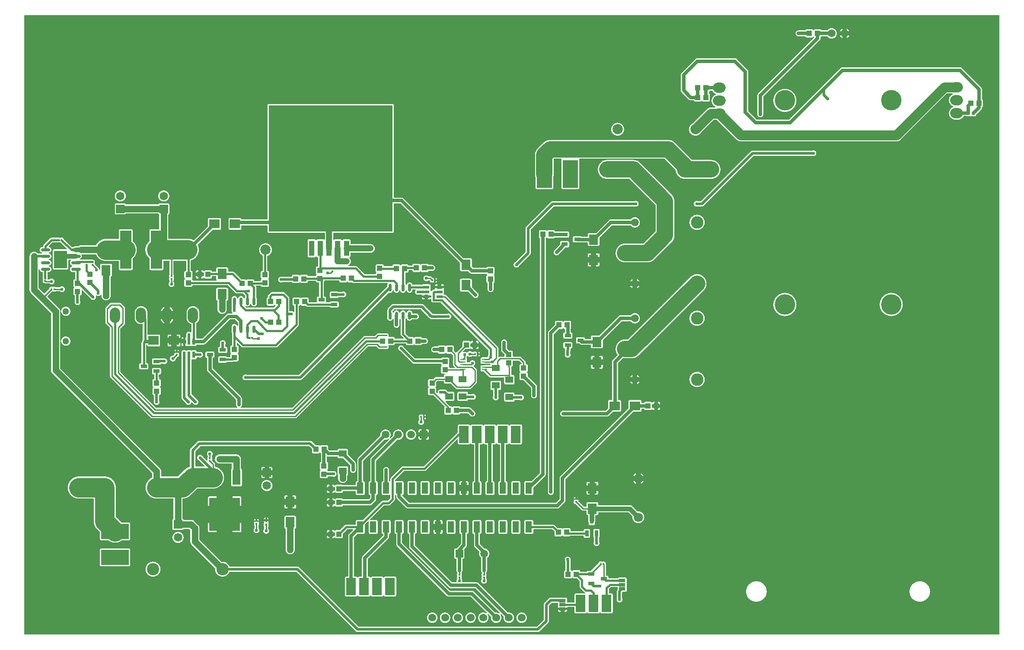
<source format=gtl>
G04 Layer: TopLayer*
G04 EasyEDA v6.3.22, 2020-03-14T22:20:27--7:00*
G04 457ca038791a4c03a2b045dd88f7922b,93ea2736136a419895ea0886014cbf9b,10*
G04 Gerber Generator version 0.2*
G04 Scale: 100 percent, Rotated: No, Reflected: No *
G04 Dimensions in inches *
G04 leading zeros omitted , absolute positions ,2 integer and 4 decimal *
%FSLAX24Y24*%
%MOIN*%
G90*
G70D02*

%ADD10C,0.010000*%
%ADD11C,0.015000*%
%ADD12C,0.025000*%
%ADD13C,0.125000*%
%ADD14C,0.035000*%
%ADD15C,0.045000*%
%ADD16C,0.050000*%
%ADD17C,0.150000*%
%ADD18C,0.020000*%
%ADD19C,0.075000*%
%ADD20C,0.023622*%
%ADD21C,0.024000*%
%ADD23R,0.062992X0.118110*%
%ADD24R,0.015748X0.011811*%
%ADD25R,0.015748X0.019685*%
%ADD26R,0.039400X0.010000*%
%ADD27R,0.022200X0.047700*%
%ADD28R,0.047700X0.022200*%
%ADD29R,0.039370X0.043307*%
%ADD30R,0.043307X0.039370*%
%ADD31R,0.019685X0.031496*%
%ADD32R,0.059055X0.051181*%
%ADD33R,0.049213X0.027559*%
%ADD34R,0.027559X0.049213*%
%ADD35R,0.420000X0.325000*%
%ADD36R,0.043307X0.118110*%
%ADD37R,0.011811X0.015748*%
%ADD38R,0.100787X0.135830*%
%ADD39R,0.070866X0.078740*%
%ADD40R,0.050000X0.025000*%
%ADD41R,0.086614X0.295275*%
%ADD42R,0.078740X0.070866*%
%ADD43C,0.060000*%
%ADD45C,0.065000*%
%ADD46R,0.065000X0.065000*%
%ADD47R,0.074000X0.133200*%
%ADD48C,0.059055*%
%ADD49R,0.059055X0.059055*%
%ADD52C,0.078700*%
%ADD53R,0.047700X0.085900*%
%ADD54C,0.094488*%
%ADD55C,0.070866*%
%ADD56C,0.157480*%
%ADD57C,0.096700*%
%ADD58C,0.058700*%
%ADD59C,0.051181*%
%ADD60C,0.078740*%
%ADD61C,0.080000*%

%LPD*%
G36*
G01X75264Y47898D02*
G01X135Y47898D01*
G01X129Y47897D01*
G01X124Y47895D01*
G01X114Y47889D01*
G01X110Y47885D01*
G01X104Y47875D01*
G01X102Y47870D01*
G01X101Y47864D01*
G01X101Y135D01*
G01X102Y129D01*
G01X104Y124D01*
G01X110Y114D01*
G01X114Y110D01*
G01X124Y104D01*
G01X129Y102D01*
G01X135Y101D01*
G01X75264Y101D01*
G01X75270Y102D01*
G01X75275Y104D01*
G01X75285Y110D01*
G01X75289Y114D01*
G01X75295Y124D01*
G01X75297Y129D01*
G01X75298Y135D01*
G01X75298Y47864D01*
G01X75297Y47870D01*
G01X75295Y47875D01*
G01X75289Y47885D01*
G01X75285Y47889D01*
G01X75275Y47895D01*
G01X75270Y47897D01*
G01X75264Y47898D01*
G37*

%LPC*%
G36*
G01X8351Y31377D02*
G01X7485Y31377D01*
G01X7467Y31375D01*
G01X7458Y31373D01*
G01X7449Y31370D01*
G01X7440Y31366D01*
G01X7432Y31362D01*
G01X7424Y31356D01*
G01X7417Y31351D01*
G01X7405Y31337D01*
G01X7399Y31329D01*
G01X7395Y31321D01*
G01X7391Y31312D01*
G01X7388Y31304D01*
G01X7386Y31294D01*
G01X7384Y31276D01*
G01X7384Y30672D01*
G01X7383Y30667D01*
G01X7381Y30661D01*
G01X7378Y30656D01*
G01X7375Y30652D01*
G01X7371Y30648D01*
G01X7366Y30644D01*
G01X7356Y30640D01*
G01X7350Y30638D01*
G01X6400Y30638D01*
G01X6346Y30636D01*
G01X6319Y30634D01*
G01X6293Y30631D01*
G01X6266Y30627D01*
G01X6240Y30623D01*
G01X6188Y30611D01*
G01X6162Y30604D01*
G01X6136Y30596D01*
G01X6086Y30578D01*
G01X6061Y30568D01*
G01X6037Y30557D01*
G01X6013Y30545D01*
G01X5989Y30532D01*
G01X5966Y30519D01*
G01X5943Y30505D01*
G01X5899Y30475D01*
G01X5877Y30459D01*
G01X5857Y30442D01*
G01X5836Y30425D01*
G01X5816Y30407D01*
G01X5797Y30388D01*
G01X5779Y30369D01*
G01X5743Y30329D01*
G01X5727Y30308D01*
G01X5711Y30286D01*
G01X5695Y30265D01*
G01X5653Y30196D01*
G01X5641Y30172D01*
G01X5638Y30167D01*
G01X5629Y30158D01*
G01X5623Y30155D01*
G01X5618Y30152D01*
G01X5611Y30151D01*
G01X4500Y30151D01*
G01X4466Y30149D01*
G01X4449Y30147D01*
G01X4432Y30144D01*
G01X4415Y30140D01*
G01X4399Y30136D01*
G01X4383Y30131D01*
G01X4367Y30124D01*
G01X4351Y30118D01*
G01X4321Y30102D01*
G01X4307Y30093D01*
G01X4293Y30083D01*
G01X4287Y30080D01*
G01X4282Y30077D01*
G01X4275Y30076D01*
G01X4069Y30076D01*
G01X4039Y30074D01*
G01X4024Y30072D01*
G01X4009Y30069D01*
G01X3994Y30065D01*
G01X3979Y30060D01*
G01X3965Y30055D01*
G01X3951Y30049D01*
G01X3938Y30042D01*
G01X3924Y30034D01*
G01X3912Y30026D01*
G01X3906Y30023D01*
G01X3901Y30020D01*
G01X3895Y30019D01*
G01X3834Y30019D01*
G01X3804Y30017D01*
G01X3789Y30014D01*
G01X3775Y30010D01*
G01X3764Y30009D01*
G01X3757Y30009D01*
G01X3751Y30011D01*
G01X3746Y30013D01*
G01X3740Y30017D01*
G01X3735Y30021D01*
G01X3126Y30630D01*
G01X3123Y30634D01*
G01X3119Y30639D01*
G01X3117Y30644D01*
G01X3115Y30650D01*
G01X3113Y30658D01*
G01X3110Y30667D01*
G01X3102Y30683D01*
G01X3096Y30691D01*
G01X3090Y30698D01*
G01X3084Y30704D01*
G01X3077Y30710D01*
G01X3069Y30715D01*
G01X3053Y30723D01*
G01X3044Y30726D01*
G01X3035Y30728D01*
G01X3026Y30729D01*
G01X2890Y30729D01*
G01X2881Y30728D01*
G01X2872Y30726D01*
G01X2857Y30721D01*
G01X2850Y30720D01*
G01X2842Y30721D01*
G01X2827Y30726D01*
G01X2818Y30728D01*
G01X2809Y30729D01*
G01X2671Y30729D01*
G01X2659Y30727D01*
G01X2650Y30725D01*
G01X2200Y30726D01*
G01X2174Y30724D01*
G01X2150Y30718D01*
G01X2126Y30710D01*
G01X2104Y30698D01*
G01X2094Y30690D01*
G01X2084Y30683D01*
G01X1596Y30195D01*
G01X1589Y30185D01*
G01X1581Y30175D01*
G01X1569Y30153D01*
G01X1561Y30129D01*
G01X1555Y30105D01*
G01X1554Y30092D01*
G01X1553Y30080D01*
G01X1553Y30053D01*
G01X1552Y30047D01*
G01X1550Y30042D01*
G01X1544Y30032D01*
G01X1540Y30028D01*
G01X1530Y30022D01*
G01X1525Y30020D01*
G01X1519Y30019D01*
G01X1494Y30019D01*
G01X1480Y30018D01*
G01X1467Y30017D01*
G01X1454Y30015D01*
G01X1428Y30009D01*
G01X1392Y29994D01*
G01X1380Y29987D01*
G01X1369Y29980D01*
G01X1359Y29972D01*
G01X1348Y29964D01*
G01X1339Y29954D01*
G01X1330Y29945D01*
G01X1321Y29935D01*
G01X1313Y29924D01*
G01X1306Y29913D01*
G01X1294Y29889D01*
G01X1284Y29865D01*
G01X1278Y29839D01*
G01X1276Y29826D01*
G01X1275Y29813D01*
G01X1275Y29786D01*
G01X1276Y29772D01*
G01X1278Y29759D01*
G01X1281Y29746D01*
G01X1285Y29733D01*
G01X1295Y29707D01*
G01X1301Y29695D01*
G01X1308Y29683D01*
G01X1324Y29661D01*
G01X1342Y29641D01*
G01X1352Y29632D01*
G01X1374Y29616D01*
G01X1398Y29602D01*
G01X1410Y29597D01*
G01X1423Y29592D01*
G01X1436Y29588D01*
G01X1442Y29586D01*
G01X1447Y29583D01*
G01X1451Y29580D01*
G01X1456Y29576D01*
G01X1462Y29566D01*
G01X1464Y29561D01*
G01X1465Y29555D01*
G01X1466Y29550D01*
G01X1464Y29538D01*
G01X1462Y29533D01*
G01X1456Y29523D01*
G01X1451Y29519D01*
G01X1447Y29516D01*
G01X1442Y29513D01*
G01X1436Y29511D01*
G01X1413Y29503D01*
G01X1406Y29501D01*
G01X1399Y29500D01*
G01X1157Y29501D01*
G01X1151Y29501D01*
G01X1145Y29502D01*
G01X1130Y29511D01*
G01X1126Y29516D01*
G01X1115Y29529D01*
G01X1103Y29543D01*
G01X1077Y29567D01*
G01X1063Y29578D01*
G01X1049Y29588D01*
G01X1034Y29598D01*
G01X1019Y29607D01*
G01X1003Y29615D01*
G01X971Y29629D01*
G01X954Y29635D01*
G01X920Y29643D01*
G01X902Y29647D01*
G01X885Y29649D01*
G01X867Y29650D01*
G01X850Y29651D01*
G01X832Y29650D01*
G01X815Y29649D01*
G01X798Y29647D01*
G01X781Y29644D01*
G01X764Y29640D01*
G01X748Y29635D01*
G01X731Y29630D01*
G01X715Y29624D01*
G01X699Y29617D01*
G01X669Y29601D01*
G01X654Y29591D01*
G01X640Y29581D01*
G01X627Y29571D01*
G01X614Y29560D01*
G01X601Y29548D01*
G01X589Y29535D01*
G01X578Y29522D01*
G01X568Y29509D01*
G01X558Y29495D01*
G01X548Y29480D01*
G01X532Y29450D01*
G01X525Y29434D01*
G01X519Y29418D01*
G01X514Y29401D01*
G01X509Y29385D01*
G01X505Y29368D01*
G01X502Y29351D01*
G01X500Y29334D01*
G01X498Y29300D01*
G01X498Y26706D01*
G01X499Y26689D01*
G01X500Y26671D01*
G01X502Y26654D01*
G01X505Y26637D01*
G01X509Y26621D01*
G01X514Y26604D01*
G01X519Y26588D01*
G01X525Y26571D01*
G01X532Y26556D01*
G01X540Y26540D01*
G01X548Y26525D01*
G01X578Y26483D01*
G01X589Y26470D01*
G01X2143Y24916D01*
G01X2147Y24911D01*
G01X2150Y24906D01*
G01X2153Y24900D01*
G01X2155Y24888D01*
G01X2155Y22818D01*
G01X2154Y22811D01*
G01X2151Y22791D01*
G01X2149Y22770D01*
G01X2149Y22729D01*
G01X2151Y22708D01*
G01X2154Y22688D01*
G01X2155Y22681D01*
G01X2155Y20476D01*
G01X2156Y20459D01*
G01X2165Y20408D01*
G01X2170Y20391D01*
G01X2175Y20375D01*
G01X2189Y20343D01*
G01X2196Y20328D01*
G01X2214Y20298D01*
G01X2224Y20284D01*
G01X2234Y20271D01*
G01X2246Y20257D01*
G01X9937Y12566D01*
G01X9941Y12561D01*
G01X9944Y12556D01*
G01X9947Y12550D01*
G01X9948Y12544D01*
G01X9948Y12244D01*
G01X9944Y12232D01*
G01X9941Y12226D01*
G01X9936Y12222D01*
G01X9932Y12217D01*
G01X9926Y12214D01*
G01X9903Y12202D01*
G01X9879Y12190D01*
G01X9857Y12176D01*
G01X9834Y12162D01*
G01X9812Y12147D01*
G01X9791Y12132D01*
G01X9770Y12116D01*
G01X9730Y12082D01*
G01X9710Y12064D01*
G01X9674Y12026D01*
G01X9656Y12006D01*
G01X9639Y11986D01*
G01X9607Y11944D01*
G01X9592Y11922D01*
G01X9564Y11878D01*
G01X9551Y11855D01*
G01X9527Y11807D01*
G01X9507Y11759D01*
G01X9489Y11709D01*
G01X9481Y11684D01*
G01X9475Y11658D01*
G01X9468Y11633D01*
G01X9463Y11607D01*
G01X9455Y11555D01*
G01X9452Y11529D01*
G01X9450Y11502D01*
G01X9448Y11450D01*
G01X9449Y11423D01*
G01X9450Y11397D01*
G01X9452Y11371D01*
G01X9455Y11345D01*
G01X9463Y11293D01*
G01X9468Y11267D01*
G01X9474Y11242D01*
G01X9481Y11217D01*
G01X9497Y11167D01*
G01X9506Y11142D01*
G01X9526Y11094D01*
G01X9538Y11070D01*
G01X9550Y11047D01*
G01X9563Y11024D01*
G01X9576Y11002D01*
G01X9590Y10979D01*
G01X9620Y10937D01*
G01X9637Y10916D01*
G01X9653Y10896D01*
G01X9671Y10876D01*
G01X9689Y10857D01*
G01X9707Y10839D01*
G01X9726Y10821D01*
G01X9746Y10803D01*
G01X9766Y10787D01*
G01X9787Y10770D01*
G01X9829Y10740D01*
G01X9852Y10726D01*
G01X9874Y10713D01*
G01X9897Y10700D01*
G01X9920Y10688D01*
G01X9944Y10676D01*
G01X9992Y10656D01*
G01X10017Y10647D01*
G01X10067Y10631D01*
G01X10092Y10624D01*
G01X10117Y10618D01*
G01X10143Y10613D01*
G01X10195Y10605D01*
G01X10221Y10602D01*
G01X10247Y10600D01*
G01X10273Y10599D01*
G01X10300Y10598D01*
G01X11564Y10598D01*
G01X11570Y10597D01*
G01X11575Y10595D01*
G01X11585Y10589D01*
G01X11589Y10585D01*
G01X11595Y10575D01*
G01X11597Y10570D01*
G01X11598Y10564D01*
G01X11598Y9043D01*
G01X11597Y9037D01*
G01X11594Y9031D01*
G01X11591Y9026D01*
G01X11587Y9021D01*
G01X11582Y9017D01*
G01X11577Y9014D01*
G01X11569Y9009D01*
G01X11562Y9004D01*
G01X11555Y8998D01*
G01X11543Y8984D01*
G01X11538Y8977D01*
G01X11534Y8969D01*
G01X11530Y8960D01*
G01X11527Y8952D01*
G01X11525Y8943D01*
G01X11524Y8934D01*
G01X11523Y8924D01*
G01X11523Y8275D01*
G01X11524Y8265D01*
G01X11525Y8256D01*
G01X11527Y8247D01*
G01X11530Y8238D01*
G01X11534Y8229D01*
G01X11539Y8221D01*
G01X11544Y8214D01*
G01X11550Y8206D01*
G01X11556Y8200D01*
G01X11564Y8194D01*
G01X11571Y8189D01*
G01X11579Y8184D01*
G01X11588Y8180D01*
G01X11597Y8177D01*
G01X11606Y8175D01*
G01X11615Y8174D01*
G01X11625Y8173D01*
G01X12275Y8173D01*
G01X12293Y8175D01*
G01X12302Y8177D01*
G01X12310Y8180D01*
G01X12319Y8184D01*
G01X12327Y8188D01*
G01X12334Y8193D01*
G01X12348Y8205D01*
G01X12354Y8212D01*
G01X12359Y8219D01*
G01X12364Y8227D01*
G01X12367Y8232D01*
G01X12371Y8237D01*
G01X12376Y8241D01*
G01X12381Y8244D01*
G01X12387Y8247D01*
G01X12393Y8248D01*
G01X12794Y8248D01*
G01X12800Y8247D01*
G01X12806Y8244D01*
G01X12811Y8241D01*
G01X12816Y8237D01*
G01X12887Y8166D01*
G01X12891Y8161D01*
G01X12894Y8156D01*
G01X12897Y8150D01*
G01X12898Y8144D01*
G01X12898Y7277D01*
G01X12899Y7259D01*
G01X12900Y7242D01*
G01X12902Y7225D01*
G01X12905Y7208D01*
G01X12909Y7191D01*
G01X12914Y7175D01*
G01X12919Y7158D01*
G01X12925Y7142D01*
G01X12932Y7127D01*
G01X12940Y7111D01*
G01X12948Y7096D01*
G01X12978Y7054D01*
G01X12989Y7041D01*
G01X14794Y5236D01*
G01X14798Y5231D01*
G01X14802Y5225D01*
G01X14804Y5220D01*
G01X14805Y5214D01*
G01X14806Y5207D01*
G01X14806Y5204D01*
G01X14804Y5177D01*
G01X14803Y5150D01*
G01X14804Y5128D01*
G01X14805Y5107D01*
G01X14807Y5085D01*
G01X14813Y5043D01*
G01X14823Y5001D01*
G01X14829Y4980D01*
G01X14835Y4960D01*
G01X14851Y4920D01*
G01X14860Y4901D01*
G01X14880Y4863D01*
G01X14891Y4844D01*
G01X14903Y4826D01*
G01X14915Y4809D01*
G01X14928Y4792D01*
G01X14942Y4775D01*
G01X14956Y4759D01*
G01X14971Y4744D01*
G01X14987Y4729D01*
G01X15019Y4701D01*
G01X15036Y4688D01*
G01X15072Y4664D01*
G01X15090Y4653D01*
G01X15128Y4633D01*
G01X15147Y4624D01*
G01X15187Y4608D01*
G01X15208Y4602D01*
G01X15228Y4596D01*
G01X15249Y4590D01*
G01X15291Y4582D01*
G01X15312Y4580D01*
G01X15334Y4578D01*
G01X15355Y4576D01*
G01X15398Y4576D01*
G01X15420Y4578D01*
G01X15441Y4580D01*
G01X15463Y4583D01*
G01X15484Y4586D01*
G01X15526Y4596D01*
G01X15547Y4602D01*
G01X15587Y4616D01*
G01X15627Y4634D01*
G01X15646Y4643D01*
G01X15684Y4665D01*
G01X15702Y4677D01*
G01X15736Y4703D01*
G01X15753Y4717D01*
G01X15769Y4731D01*
G01X15784Y4746D01*
G01X15799Y4762D01*
G01X15813Y4778D01*
G01X15827Y4795D01*
G01X15840Y4812D01*
G01X15853Y4830D01*
G01X15875Y4866D01*
G01X15886Y4885D01*
G01X15895Y4905D01*
G01X15904Y4924D01*
G01X15910Y4934D01*
G01X15914Y4938D01*
G01X15919Y4942D01*
G01X15924Y4945D01*
G01X15929Y4947D01*
G01X15935Y4948D01*
G01X21056Y4948D01*
G01X21062Y4947D01*
G01X21068Y4944D01*
G01X21073Y4941D01*
G01X21078Y4937D01*
G01X25657Y357D01*
G01X25667Y348D01*
G01X25677Y340D01*
G01X25688Y332D01*
G01X25699Y325D01*
G01X25711Y319D01*
G01X25735Y309D01*
G01X25747Y305D01*
G01X25760Y302D01*
G01X25773Y300D01*
G01X25786Y299D01*
G01X25800Y298D01*
G01X39700Y298D01*
G01X39726Y300D01*
G01X39739Y302D01*
G01X39752Y305D01*
G01X39764Y309D01*
G01X39788Y319D01*
G01X39800Y325D01*
G01X39811Y332D01*
G01X39822Y340D01*
G01X39832Y348D01*
G01X39842Y357D01*
G01X40492Y1007D01*
G01X40501Y1017D01*
G01X40509Y1027D01*
G01X40517Y1038D01*
G01X40524Y1049D01*
G01X40530Y1061D01*
G01X40540Y1085D01*
G01X40544Y1097D01*
G01X40547Y1110D01*
G01X40549Y1123D01*
G01X40551Y1149D01*
G01X40551Y2306D01*
G01X40552Y2312D01*
G01X40555Y2318D01*
G01X40558Y2323D01*
G01X40562Y2328D01*
G01X40771Y2537D01*
G01X40776Y2541D01*
G01X40781Y2544D01*
G01X40787Y2547D01*
G01X40793Y2548D01*
G01X41214Y2548D01*
G01X41220Y2547D01*
G01X41225Y2545D01*
G01X41235Y2539D01*
G01X41239Y2535D01*
G01X41245Y2525D01*
G01X41247Y2520D01*
G01X41248Y2514D01*
G01X41248Y2275D01*
G01X41249Y2262D01*
G01X41252Y2249D01*
G01X41253Y2240D01*
G01X41252Y2230D01*
G01X41249Y2217D01*
G01X41248Y2205D01*
G01X41248Y2167D01*
G01X41468Y2167D01*
G01X41473Y2170D01*
G01X41478Y2172D01*
G01X41484Y2173D01*
G01X41715Y2173D01*
G01X41721Y2172D01*
G01X41726Y2170D01*
G01X41731Y2167D01*
G01X41951Y2167D01*
G01X41951Y2189D01*
G01X41952Y2195D01*
G01X41954Y2200D01*
G01X41960Y2210D01*
G01X41964Y2214D01*
G01X41974Y2220D01*
G01X41979Y2222D01*
G01X41985Y2223D01*
G01X42494Y2223D01*
G01X42500Y2222D01*
G01X42505Y2220D01*
G01X42515Y2214D01*
G01X42519Y2210D01*
G01X42525Y2200D01*
G01X42527Y2195D01*
G01X42528Y2189D01*
G01X42529Y2184D01*
G01X42529Y1824D01*
G01X42530Y1815D01*
G01X42532Y1806D01*
G01X42535Y1797D01*
G01X42539Y1788D01*
G01X42544Y1780D01*
G01X42549Y1773D01*
G01X42555Y1765D01*
G01X42561Y1759D01*
G01X42569Y1753D01*
G01X42576Y1748D01*
G01X42584Y1743D01*
G01X42593Y1739D01*
G01X42602Y1736D01*
G01X42611Y1734D01*
G01X42620Y1733D01*
G01X42630Y1732D01*
G01X43369Y1732D01*
G01X43379Y1733D01*
G01X43388Y1734D01*
G01X43397Y1736D01*
G01X43405Y1739D01*
G01X43414Y1743D01*
G01X43422Y1747D01*
G01X43429Y1752D01*
G01X43443Y1764D01*
G01X43449Y1771D01*
G01X43454Y1778D01*
G01X43459Y1786D01*
G01X43463Y1794D01*
G01X43465Y1800D01*
G01X43469Y1804D01*
G01X43473Y1809D01*
G01X43477Y1812D01*
G01X43482Y1815D01*
G01X43488Y1817D01*
G01X43500Y1819D01*
G01X43505Y1818D01*
G01X43511Y1817D01*
G01X43517Y1815D01*
G01X43522Y1812D01*
G01X43526Y1809D01*
G01X43530Y1804D01*
G01X43534Y1800D01*
G01X43536Y1794D01*
G01X43540Y1786D01*
G01X43545Y1778D01*
G01X43550Y1771D01*
G01X43556Y1764D01*
G01X43570Y1752D01*
G01X43577Y1747D01*
G01X43585Y1743D01*
G01X43594Y1739D01*
G01X43602Y1736D01*
G01X43611Y1734D01*
G01X43620Y1733D01*
G01X43630Y1732D01*
G01X44369Y1732D01*
G01X44379Y1733D01*
G01X44388Y1734D01*
G01X44397Y1736D01*
G01X44405Y1739D01*
G01X44414Y1743D01*
G01X44422Y1747D01*
G01X44429Y1752D01*
G01X44443Y1764D01*
G01X44449Y1771D01*
G01X44454Y1778D01*
G01X44459Y1786D01*
G01X44463Y1794D01*
G01X44465Y1800D01*
G01X44469Y1804D01*
G01X44473Y1809D01*
G01X44477Y1812D01*
G01X44482Y1815D01*
G01X44488Y1817D01*
G01X44500Y1819D01*
G01X44505Y1818D01*
G01X44511Y1817D01*
G01X44517Y1815D01*
G01X44522Y1812D01*
G01X44526Y1809D01*
G01X44530Y1804D01*
G01X44534Y1800D01*
G01X44536Y1794D01*
G01X44540Y1786D01*
G01X44545Y1778D01*
G01X44550Y1771D01*
G01X44556Y1764D01*
G01X44570Y1752D01*
G01X44577Y1747D01*
G01X44585Y1743D01*
G01X44594Y1739D01*
G01X44602Y1736D01*
G01X44611Y1734D01*
G01X44620Y1733D01*
G01X44630Y1732D01*
G01X45369Y1732D01*
G01X45379Y1733D01*
G01X45388Y1734D01*
G01X45397Y1736D01*
G01X45406Y1739D01*
G01X45415Y1743D01*
G01X45423Y1748D01*
G01X45430Y1753D01*
G01X45438Y1759D01*
G01X45444Y1765D01*
G01X45450Y1773D01*
G01X45455Y1780D01*
G01X45460Y1788D01*
G01X45464Y1797D01*
G01X45467Y1806D01*
G01X45469Y1815D01*
G01X45470Y1824D01*
G01X45471Y1834D01*
G01X45471Y3165D01*
G01X45470Y3175D01*
G01X45469Y3184D01*
G01X45467Y3193D01*
G01X45464Y3202D01*
G01X45460Y3211D01*
G01X45455Y3219D01*
G01X45450Y3226D01*
G01X45444Y3234D01*
G01X45438Y3240D01*
G01X45430Y3246D01*
G01X45423Y3251D01*
G01X45415Y3256D01*
G01X45406Y3260D01*
G01X45397Y3263D01*
G01X45388Y3265D01*
G01X45379Y3266D01*
G01X45369Y3267D01*
G01X45215Y3266D01*
G01X45210Y3267D01*
G01X45204Y3268D01*
G01X45199Y3270D01*
G01X45189Y3276D01*
G01X45185Y3280D01*
G01X45179Y3290D01*
G01X45177Y3295D01*
G01X45176Y3301D01*
G01X45176Y3616D01*
G01X45177Y3622D01*
G01X45183Y3634D01*
G01X45315Y3766D01*
G01X45327Y3772D01*
G01X45333Y3773D01*
G01X45814Y3773D01*
G01X45820Y3772D01*
G01X45825Y3770D01*
G01X45835Y3764D01*
G01X45839Y3760D01*
G01X45845Y3750D01*
G01X45847Y3745D01*
G01X45848Y3739D01*
G01X45848Y3734D01*
G01X45849Y3576D01*
G01X45848Y3570D01*
G01X45844Y3558D01*
G01X45840Y3552D01*
G01X45819Y3519D01*
G01X45814Y3507D01*
G01X45809Y3494D01*
G01X45805Y3482D01*
G01X45802Y3469D01*
G01X45800Y3456D01*
G01X45799Y3443D01*
G01X45798Y3429D01*
G01X45798Y2892D01*
G01X45795Y2884D01*
G01X45790Y2871D01*
G01X45786Y2857D01*
G01X45783Y2843D01*
G01X45780Y2828D01*
G01X45779Y2814D01*
G01X45779Y2786D01*
G01X45780Y2773D01*
G01X45782Y2760D01*
G01X45785Y2747D01*
G01X45793Y2721D01*
G01X45798Y2709D01*
G01X45810Y2685D01*
G01X45826Y2663D01*
G01X45834Y2653D01*
G01X45843Y2643D01*
G01X45853Y2634D01*
G01X45863Y2626D01*
G01X45885Y2610D01*
G01X45909Y2598D01*
G01X45921Y2593D01*
G01X45947Y2585D01*
G01X45960Y2582D01*
G01X45973Y2580D01*
G01X45986Y2579D01*
G01X46000Y2578D01*
G01X46026Y2580D01*
G01X46039Y2582D01*
G01X46052Y2585D01*
G01X46078Y2593D01*
G01X46090Y2598D01*
G01X46114Y2610D01*
G01X46136Y2626D01*
G01X46146Y2634D01*
G01X46156Y2643D01*
G01X46165Y2653D01*
G01X46173Y2663D01*
G01X46189Y2685D01*
G01X46201Y2709D01*
G01X46206Y2721D01*
G01X46214Y2747D01*
G01X46217Y2760D01*
G01X46219Y2773D01*
G01X46220Y2786D01*
G01X46221Y2800D01*
G01X46219Y2828D01*
G01X46216Y2843D01*
G01X46213Y2857D01*
G01X46209Y2871D01*
G01X46204Y2884D01*
G01X46201Y2892D01*
G01X46201Y3336D01*
G01X46202Y3342D01*
G01X46205Y3348D01*
G01X46208Y3353D01*
G01X46212Y3358D01*
G01X46246Y3392D01*
G01X46251Y3396D01*
G01X46256Y3399D01*
G01X46262Y3402D01*
G01X46268Y3403D01*
G01X46450Y3403D01*
G01X46468Y3405D01*
G01X46477Y3407D01*
G01X46486Y3410D01*
G01X46495Y3414D01*
G01X46503Y3419D01*
G01X46510Y3424D01*
G01X46518Y3430D01*
G01X46524Y3436D01*
G01X46530Y3444D01*
G01X46535Y3451D01*
G01X46540Y3459D01*
G01X46544Y3468D01*
G01X46547Y3477D01*
G01X46549Y3486D01*
G01X46550Y3495D01*
G01X46551Y3505D01*
G01X46551Y3754D01*
G01X46550Y3767D01*
G01X46547Y3780D01*
G01X46546Y3789D01*
G01X46547Y3799D01*
G01X46550Y3812D01*
G01X46551Y3824D01*
G01X46551Y4074D01*
G01X46550Y4087D01*
G01X46547Y4100D01*
G01X46546Y4109D01*
G01X46547Y4119D01*
G01X46550Y4132D01*
G01X46551Y4144D01*
G01X46551Y4394D01*
G01X46550Y4404D01*
G01X46549Y4413D01*
G01X46547Y4422D01*
G01X46544Y4431D01*
G01X46540Y4440D01*
G01X46535Y4448D01*
G01X46530Y4455D01*
G01X46524Y4463D01*
G01X46518Y4469D01*
G01X46510Y4475D01*
G01X46503Y4480D01*
G01X46495Y4485D01*
G01X46486Y4489D01*
G01X46477Y4492D01*
G01X46468Y4494D01*
G01X46450Y4496D01*
G01X45950Y4496D01*
G01X45930Y4494D01*
G01X45921Y4491D01*
G01X45911Y4488D01*
G01X45903Y4484D01*
G01X45894Y4479D01*
G01X45886Y4473D01*
G01X45879Y4467D01*
G01X45864Y4452D01*
G01X45859Y4449D01*
G01X45853Y4447D01*
G01X45848Y4446D01*
G01X45842Y4446D01*
G01X45179Y4445D01*
G01X45167Y4447D01*
G01X45162Y4449D01*
G01X45152Y4455D01*
G01X45148Y4459D01*
G01X45142Y4469D01*
G01X45140Y4474D01*
G01X45139Y4480D01*
G01X45139Y4537D01*
G01X45138Y4547D01*
G01X45137Y4556D01*
G01X45135Y4565D01*
G01X45132Y4574D01*
G01X45128Y4582D01*
G01X45118Y4598D01*
G01X45106Y4612D01*
G01X45098Y4618D01*
G01X45091Y4623D01*
G01X45083Y4628D01*
G01X45056Y4637D01*
G01X45047Y4638D01*
G01X44982Y4638D01*
G01X44977Y4639D01*
G01X44971Y4640D01*
G01X44966Y4642D01*
G01X44956Y4648D01*
G01X44952Y4652D01*
G01X44946Y4662D01*
G01X44944Y4667D01*
G01X44943Y4673D01*
G01X44943Y5516D01*
G01X44941Y5538D01*
G01X44939Y5549D01*
G01X44936Y5559D01*
G01X44932Y5570D01*
G01X44928Y5580D01*
G01X44920Y5596D01*
G01X44918Y5603D01*
G01X44918Y5628D01*
G01X44917Y5638D01*
G01X44916Y5647D01*
G01X44914Y5656D01*
G01X44911Y5665D01*
G01X44903Y5681D01*
G01X44897Y5689D01*
G01X44885Y5703D01*
G01X44878Y5709D01*
G01X44862Y5719D01*
G01X44835Y5728D01*
G01X44826Y5729D01*
G01X44690Y5729D01*
G01X44681Y5728D01*
G01X44672Y5726D01*
G01X44657Y5721D01*
G01X44649Y5720D01*
G01X44642Y5721D01*
G01X44627Y5726D01*
G01X44618Y5728D01*
G01X44609Y5729D01*
G01X44473Y5729D01*
G01X44464Y5728D01*
G01X44437Y5719D01*
G01X44421Y5709D01*
G01X44414Y5703D01*
G01X44402Y5689D01*
G01X44396Y5681D01*
G01X44388Y5665D01*
G01X44385Y5656D01*
G01X44383Y5647D01*
G01X44382Y5638D01*
G01X44381Y5628D01*
G01X44381Y5613D01*
G01X44377Y5601D01*
G01X44374Y5596D01*
G01X43802Y5024D01*
G01X43797Y5020D01*
G01X43792Y5017D01*
G01X43786Y5014D01*
G01X43774Y5012D01*
G01X43552Y5012D01*
G01X43543Y5011D01*
G01X43535Y5009D01*
G01X43526Y5006D01*
G01X43510Y4998D01*
G01X43502Y4993D01*
G01X43495Y4988D01*
G01X43489Y4981D01*
G01X43483Y4975D01*
G01X43477Y4967D01*
G01X43473Y4962D01*
G01X43463Y4954D01*
G01X43451Y4950D01*
G01X42994Y4950D01*
G01X42988Y4951D01*
G01X42982Y4954D01*
G01X42977Y4957D01*
G01X42972Y4961D01*
G01X42968Y4966D01*
G01X42965Y4971D01*
G01X42962Y4977D01*
G01X42961Y4983D01*
G01X42959Y4992D01*
G01X42956Y5001D01*
G01X42952Y5010D01*
G01X42948Y5018D01*
G01X42943Y5026D01*
G01X42937Y5033D01*
G01X42930Y5040D01*
G01X42923Y5046D01*
G01X42915Y5052D01*
G01X42907Y5056D01*
G01X42898Y5060D01*
G01X42889Y5063D01*
G01X42871Y5067D01*
G01X42458Y5067D01*
G01X42449Y5065D01*
G01X42441Y5063D01*
G01X42432Y5061D01*
G01X42416Y5053D01*
G01X42408Y5048D01*
G01X42394Y5036D01*
G01X42388Y5029D01*
G01X42383Y5021D01*
G01X42380Y5017D01*
G01X42376Y5013D01*
G01X42371Y5009D01*
G01X42361Y5005D01*
G01X42355Y5003D01*
G01X42344Y5003D01*
G01X42338Y5005D01*
G01X42328Y5009D01*
G01X42323Y5013D01*
G01X42319Y5017D01*
G01X42310Y5029D01*
G01X42304Y5036D01*
G01X42297Y5043D01*
G01X42289Y5049D01*
G01X42281Y5054D01*
G01X42263Y5062D01*
G01X42257Y5064D01*
G01X42247Y5072D01*
G01X42243Y5077D01*
G01X42240Y5082D01*
G01X42237Y5088D01*
G01X42235Y5100D01*
G01X42235Y5878D01*
G01X42234Y5891D01*
G01X42232Y5904D01*
G01X42229Y5917D01*
G01X42225Y5930D01*
G01X42220Y5942D01*
G01X42214Y5954D01*
G01X42212Y5961D01*
G01X42208Y5974D01*
G01X42203Y5986D01*
G01X42197Y5999D01*
G01X42191Y6011D01*
G01X42183Y6022D01*
G01X42176Y6033D01*
G01X42167Y6044D01*
G01X42158Y6054D01*
G01X42138Y6072D01*
G01X42116Y6088D01*
G01X42092Y6100D01*
G01X42079Y6106D01*
G01X42053Y6114D01*
G01X42040Y6117D01*
G01X42027Y6119D01*
G01X42013Y6120D01*
G01X42000Y6121D01*
G01X41986Y6120D01*
G01X41973Y6119D01*
G01X41960Y6117D01*
G01X41947Y6114D01*
G01X41921Y6106D01*
G01X41909Y6101D01*
G01X41885Y6089D01*
G01X41863Y6073D01*
G01X41853Y6065D01*
G01X41843Y6056D01*
G01X41834Y6046D01*
G01X41826Y6036D01*
G01X41810Y6014D01*
G01X41798Y5990D01*
G01X41793Y5978D01*
G01X41785Y5952D01*
G01X41782Y5939D01*
G01X41780Y5926D01*
G01X41779Y5913D01*
G01X41779Y5885D01*
G01X41780Y5870D01*
G01X41786Y5842D01*
G01X41790Y5828D01*
G01X41796Y5814D01*
G01X41802Y5801D01*
G01X41809Y5788D01*
G01X41816Y5776D01*
G01X41825Y5764D01*
G01X41829Y5758D01*
G01X41833Y5746D01*
G01X41833Y5094D01*
G01X41832Y5088D01*
G01X41826Y5076D01*
G01X41822Y5072D01*
G01X41812Y5064D01*
G01X41806Y5062D01*
G01X41798Y5059D01*
G01X41789Y5055D01*
G01X41782Y5050D01*
G01X41774Y5045D01*
G01X41761Y5032D01*
G01X41751Y5018D01*
G01X41747Y5010D01*
G01X41743Y5001D01*
G01X41740Y4993D01*
G01X41738Y4984D01*
G01X41737Y4975D01*
G01X41737Y4524D01*
G01X41738Y4514D01*
G01X41741Y4505D01*
G01X41743Y4496D01*
G01X41747Y4488D01*
G01X41757Y4472D01*
G01X41763Y4465D01*
G01X41770Y4458D01*
G01X41777Y4452D01*
G01X41784Y4447D01*
G01X41793Y4443D01*
G01X41801Y4439D01*
G01X41810Y4436D01*
G01X41828Y4432D01*
G01X42240Y4432D01*
G01X42267Y4438D01*
G01X42283Y4446D01*
G01X42291Y4451D01*
G01X42305Y4463D01*
G01X42311Y4470D01*
G01X42316Y4478D01*
G01X42319Y4482D01*
G01X42323Y4486D01*
G01X42328Y4490D01*
G01X42338Y4494D01*
G01X42344Y4496D01*
G01X42355Y4496D01*
G01X42361Y4494D01*
G01X42371Y4490D01*
G01X42376Y4486D01*
G01X42380Y4482D01*
G01X42383Y4478D01*
G01X42388Y4470D01*
G01X42394Y4463D01*
G01X42408Y4451D01*
G01X42416Y4446D01*
G01X42432Y4438D01*
G01X42441Y4436D01*
G01X42449Y4434D01*
G01X42458Y4432D01*
G01X42717Y4432D01*
G01X42729Y4430D01*
G01X42735Y4428D01*
G01X42745Y4420D01*
G01X42916Y4249D01*
G01X42922Y4237D01*
G01X42923Y4231D01*
G01X42923Y3799D01*
G01X42924Y3787D01*
G01X42925Y3774D01*
G01X42931Y3750D01*
G01X42939Y3726D01*
G01X42951Y3704D01*
G01X42959Y3694D01*
G01X42966Y3684D01*
G01X43275Y3375D01*
G01X43285Y3366D01*
G01X43296Y3357D01*
G01X43308Y3349D01*
G01X43320Y3342D01*
G01X43326Y3339D01*
G01X43331Y3335D01*
G01X43335Y3330D01*
G01X43338Y3325D01*
G01X43341Y3319D01*
G01X43342Y3313D01*
G01X43343Y3306D01*
G01X43342Y3301D01*
G01X43341Y3295D01*
G01X43339Y3290D01*
G01X43333Y3280D01*
G01X43329Y3276D01*
G01X43319Y3270D01*
G01X43314Y3268D01*
G01X43308Y3267D01*
G01X43303Y3266D01*
G01X42630Y3267D01*
G01X42620Y3266D01*
G01X42611Y3265D01*
G01X42602Y3263D01*
G01X42593Y3260D01*
G01X42584Y3256D01*
G01X42576Y3251D01*
G01X42569Y3246D01*
G01X42561Y3240D01*
G01X42555Y3234D01*
G01X42549Y3226D01*
G01X42544Y3219D01*
G01X42539Y3211D01*
G01X42535Y3202D01*
G01X42532Y3193D01*
G01X42530Y3184D01*
G01X42529Y3175D01*
G01X42529Y2616D01*
G01X42527Y2604D01*
G01X42525Y2599D01*
G01X42519Y2589D01*
G01X42515Y2585D01*
G01X42505Y2579D01*
G01X42500Y2577D01*
G01X42494Y2576D01*
G01X41985Y2576D01*
G01X41979Y2577D01*
G01X41974Y2579D01*
G01X41964Y2585D01*
G01X41960Y2589D01*
G01X41954Y2599D01*
G01X41952Y2604D01*
G01X41951Y2610D01*
G01X41951Y2844D01*
G01X41950Y2854D01*
G01X41949Y2863D01*
G01X41947Y2872D01*
G01X41944Y2881D01*
G01X41940Y2890D01*
G01X41935Y2898D01*
G01X41930Y2905D01*
G01X41924Y2913D01*
G01X41918Y2919D01*
G01X41910Y2925D01*
G01X41903Y2930D01*
G01X41895Y2935D01*
G01X41886Y2939D01*
G01X41877Y2942D01*
G01X41868Y2944D01*
G01X41850Y2946D01*
G01X41610Y2946D01*
G01X41597Y2949D01*
G01X41569Y2951D01*
G01X40700Y2951D01*
G01X40686Y2950D01*
G01X40673Y2949D01*
G01X40660Y2947D01*
G01X40647Y2944D01*
G01X40635Y2940D01*
G01X40611Y2930D01*
G01X40599Y2924D01*
G01X40588Y2917D01*
G01X40577Y2909D01*
G01X40567Y2901D01*
G01X40557Y2892D01*
G01X40207Y2542D01*
G01X40198Y2532D01*
G01X40190Y2522D01*
G01X40182Y2511D01*
G01X40175Y2500D01*
G01X40169Y2488D01*
G01X40159Y2464D01*
G01X40155Y2452D01*
G01X40152Y2439D01*
G01X40150Y2426D01*
G01X40148Y2400D01*
G01X40148Y1243D01*
G01X40147Y1237D01*
G01X40144Y1231D01*
G01X40141Y1226D01*
G01X40137Y1221D01*
G01X39628Y712D01*
G01X39623Y708D01*
G01X39618Y705D01*
G01X39612Y702D01*
G01X39606Y701D01*
G01X25893Y701D01*
G01X25887Y702D01*
G01X25881Y705D01*
G01X25876Y708D01*
G01X25871Y712D01*
G01X21292Y5292D01*
G01X21282Y5301D01*
G01X21272Y5309D01*
G01X21261Y5317D01*
G01X21250Y5324D01*
G01X21238Y5330D01*
G01X21214Y5340D01*
G01X21202Y5344D01*
G01X21189Y5347D01*
G01X21176Y5349D01*
G01X21150Y5351D01*
G01X15935Y5351D01*
G01X15929Y5352D01*
G01X15924Y5354D01*
G01X15919Y5357D01*
G01X15914Y5361D01*
G01X15910Y5365D01*
G01X15904Y5375D01*
G01X15895Y5394D01*
G01X15886Y5414D01*
G01X15875Y5433D01*
G01X15853Y5469D01*
G01X15840Y5487D01*
G01X15827Y5504D01*
G01X15813Y5521D01*
G01X15799Y5537D01*
G01X15784Y5553D01*
G01X15769Y5568D01*
G01X15753Y5582D01*
G01X15736Y5596D01*
G01X15702Y5622D01*
G01X15684Y5634D01*
G01X15646Y5656D01*
G01X15627Y5665D01*
G01X15587Y5683D01*
G01X15547Y5697D01*
G01X15526Y5703D01*
G01X15484Y5713D01*
G01X15463Y5716D01*
G01X15441Y5719D01*
G01X15420Y5721D01*
G01X15398Y5723D01*
G01X15377Y5723D01*
G01X15350Y5722D01*
G01X15323Y5720D01*
G01X15319Y5720D01*
G01X15307Y5722D01*
G01X15295Y5728D01*
G01X15291Y5732D01*
G01X13612Y7410D01*
G01X13608Y7415D01*
G01X13605Y7420D01*
G01X13602Y7426D01*
G01X13601Y7432D01*
G01X13601Y8299D01*
G01X13600Y8317D01*
G01X13599Y8334D01*
G01X13597Y8351D01*
G01X13594Y8368D01*
G01X13590Y8385D01*
G01X13585Y8401D01*
G01X13580Y8418D01*
G01X13574Y8434D01*
G01X13567Y8450D01*
G01X13551Y8480D01*
G01X13541Y8495D01*
G01X13531Y8509D01*
G01X13521Y8522D01*
G01X13510Y8535D01*
G01X13498Y8548D01*
G01X13198Y8848D01*
G01X13185Y8860D01*
G01X13172Y8871D01*
G01X13159Y8881D01*
G01X13145Y8891D01*
G01X13130Y8901D01*
G01X13100Y8917D01*
G01X13084Y8924D01*
G01X13068Y8930D01*
G01X13051Y8935D01*
G01X13035Y8940D01*
G01X13018Y8944D01*
G01X13001Y8947D01*
G01X12984Y8949D01*
G01X12950Y8951D01*
G01X12393Y8951D01*
G01X12387Y8952D01*
G01X12381Y8955D01*
G01X12376Y8958D01*
G01X12371Y8962D01*
G01X12367Y8967D01*
G01X12364Y8972D01*
G01X12359Y8980D01*
G01X12353Y8988D01*
G01X12346Y8996D01*
G01X12338Y9003D01*
G01X12330Y9009D01*
G01X12322Y9014D01*
G01X12317Y9017D01*
G01X12312Y9021D01*
G01X12308Y9026D01*
G01X12305Y9031D01*
G01X12302Y9037D01*
G01X12301Y9043D01*
G01X12301Y10566D01*
G01X12302Y10571D01*
G01X12305Y10577D01*
G01X12308Y10582D01*
G01X12312Y10587D01*
G01X12316Y10591D01*
G01X12321Y10594D01*
G01X12327Y10597D01*
G01X12333Y10599D01*
G01X12339Y10599D01*
G01X12391Y10603D01*
G01X12469Y10615D01*
G01X12494Y10621D01*
G01X12520Y10627D01*
G01X12595Y10651D01*
G01X12643Y10671D01*
G01X12667Y10682D01*
G01X12690Y10694D01*
G01X12714Y10706D01*
G01X12736Y10719D01*
G01X12759Y10733D01*
G01X12780Y10747D01*
G01X12802Y10763D01*
G01X12823Y10778D01*
G01X12863Y10812D01*
G01X12901Y10848D01*
G01X13412Y11358D01*
G01X13422Y11366D01*
G01X13434Y11370D01*
G01X14670Y11370D01*
G01X14697Y11372D01*
G01X14749Y11376D01*
G01X14801Y11384D01*
G01X14826Y11390D01*
G01X14852Y11396D01*
G01X14877Y11402D01*
G01X14927Y11418D01*
G01X14952Y11427D01*
G01X14976Y11437D01*
G01X15024Y11459D01*
G01X15047Y11471D01*
G01X15070Y11484D01*
G01X15092Y11497D01*
G01X15114Y11512D01*
G01X15136Y11526D01*
G01X15178Y11558D01*
G01X15218Y11592D01*
G01X15237Y11610D01*
G01X15291Y11667D01*
G01X15307Y11687D01*
G01X15339Y11729D01*
G01X15354Y11751D01*
G01X15368Y11773D01*
G01X15381Y11796D01*
G01X15394Y11818D01*
G01X15406Y11842D01*
G01X15417Y11865D01*
G01X15428Y11889D01*
G01X15438Y11914D01*
G01X15447Y11938D01*
G01X15463Y11988D01*
G01X15470Y12013D01*
G01X15476Y12039D01*
G01X15481Y12065D01*
G01X15485Y12090D01*
G01X15489Y12116D01*
G01X15492Y12142D01*
G01X15494Y12169D01*
G01X15495Y12195D01*
G01X15495Y12247D01*
G01X15494Y12273D01*
G01X15492Y12299D01*
G01X15489Y12326D01*
G01X15485Y12351D01*
G01X15481Y12377D01*
G01X15476Y12403D01*
G01X15470Y12429D01*
G01X15463Y12454D01*
G01X15447Y12504D01*
G01X15438Y12528D01*
G01X15428Y12553D01*
G01X15417Y12577D01*
G01X15406Y12600D01*
G01X15394Y12623D01*
G01X15368Y12669D01*
G01X15354Y12691D01*
G01X15339Y12713D01*
G01X15323Y12734D01*
G01X15307Y12754D01*
G01X15291Y12775D01*
G01X15237Y12832D01*
G01X15218Y12850D01*
G01X15178Y12884D01*
G01X15157Y12900D01*
G01X15115Y12930D01*
G01X15092Y12944D01*
G01X15070Y12958D01*
G01X15047Y12971D01*
G01X15024Y12983D01*
G01X14976Y13005D01*
G01X14952Y13014D01*
G01X14927Y13024D01*
G01X14903Y13032D01*
G01X14877Y13039D01*
G01X14852Y13046D01*
G01X14827Y13052D01*
G01X14821Y13054D01*
G01X14815Y13057D01*
G01X14810Y13060D01*
G01X14806Y13064D01*
G01X14802Y13069D01*
G01X14799Y13074D01*
G01X14797Y13079D01*
G01X14795Y13091D01*
G01X14795Y13258D01*
G01X14791Y13282D01*
G01X14788Y13293D01*
G01X14784Y13304D01*
G01X14779Y13315D01*
G01X14773Y13325D01*
G01X14759Y13345D01*
G01X14591Y13513D01*
G01X14587Y13518D01*
G01X14584Y13523D01*
G01X14581Y13529D01*
G01X14580Y13535D01*
G01X14579Y13542D01*
G01X14579Y13562D01*
G01X14573Y13586D01*
G01X14571Y13592D01*
G01X14570Y13599D01*
G01X14571Y13607D01*
G01X14576Y13622D01*
G01X14578Y13631D01*
G01X14579Y13640D01*
G01X14579Y13776D01*
G01X14578Y13785D01*
G01X14575Y13795D01*
G01X14572Y13803D01*
G01X14569Y13812D01*
G01X14559Y13828D01*
G01X14555Y13833D01*
G01X14553Y13839D01*
G01X14551Y13846D01*
G01X14551Y13878D01*
G01X14552Y13883D01*
G01X14554Y13889D01*
G01X14557Y13894D01*
G01X14561Y13899D01*
G01X14570Y13909D01*
G01X14579Y13920D01*
G01X14600Y13956D01*
G01X14610Y13982D01*
G01X14614Y13995D01*
G01X14617Y14008D01*
G01X14619Y14022D01*
G01X14621Y14050D01*
G01X14619Y14076D01*
G01X14617Y14089D01*
G01X14614Y14102D01*
G01X14606Y14128D01*
G01X14601Y14140D01*
G01X14589Y14164D01*
G01X14573Y14186D01*
G01X14565Y14196D01*
G01X14556Y14206D01*
G01X14546Y14215D01*
G01X14536Y14223D01*
G01X14514Y14239D01*
G01X14490Y14251D01*
G01X14478Y14256D01*
G01X14452Y14264D01*
G01X14439Y14267D01*
G01X14426Y14269D01*
G01X14400Y14271D01*
G01X14386Y14270D01*
G01X14373Y14269D01*
G01X14360Y14267D01*
G01X14347Y14264D01*
G01X14321Y14256D01*
G01X14309Y14251D01*
G01X14285Y14239D01*
G01X14263Y14223D01*
G01X14253Y14215D01*
G01X14243Y14206D01*
G01X14234Y14196D01*
G01X14226Y14186D01*
G01X14210Y14164D01*
G01X14198Y14140D01*
G01X14193Y14128D01*
G01X14185Y14102D01*
G01X14182Y14089D01*
G01X14180Y14076D01*
G01X14179Y14063D01*
G01X14178Y14049D01*
G01X14179Y14036D01*
G01X14180Y14022D01*
G01X14182Y14008D01*
G01X14185Y13995D01*
G01X14189Y13982D01*
G01X14199Y13956D01*
G01X14220Y13920D01*
G01X14229Y13909D01*
G01X14238Y13899D01*
G01X14242Y13894D01*
G01X14245Y13889D01*
G01X14247Y13883D01*
G01X14248Y13878D01*
G01X14248Y13846D01*
G01X14246Y13839D01*
G01X14244Y13833D01*
G01X14240Y13828D01*
G01X14230Y13812D01*
G01X14227Y13803D01*
G01X14224Y13795D01*
G01X14222Y13785D01*
G01X14220Y13776D01*
G01X14220Y13637D01*
G01X14226Y13613D01*
G01X14228Y13607D01*
G01X14229Y13600D01*
G01X14228Y13592D01*
G01X14226Y13586D01*
G01X14223Y13576D01*
G01X14221Y13567D01*
G01X14220Y13557D01*
G01X14219Y13551D01*
G01X14217Y13545D01*
G01X14215Y13540D01*
G01X14211Y13535D01*
G01X14203Y13527D01*
G01X14198Y13524D01*
G01X14186Y13520D01*
G01X14174Y13520D01*
G01X14162Y13524D01*
G01X14157Y13527D01*
G01X14152Y13531D01*
G01X13862Y13821D01*
G01X13857Y13827D01*
G01X13854Y13834D01*
G01X13842Y13858D01*
G01X13835Y13870D01*
G01X13827Y13881D01*
G01X13818Y13892D01*
G01X13809Y13902D01*
G01X13799Y13912D01*
G01X13789Y13921D01*
G01X13767Y13937D01*
G01X13755Y13944D01*
G01X13743Y13950D01*
G01X13717Y13960D01*
G01X13704Y13964D01*
G01X13690Y13967D01*
G01X13677Y13969D01*
G01X13663Y13970D01*
G01X13650Y13971D01*
G01X13636Y13970D01*
G01X13623Y13969D01*
G01X13610Y13967D01*
G01X13597Y13964D01*
G01X13571Y13956D01*
G01X13559Y13951D01*
G01X13535Y13939D01*
G01X13513Y13923D01*
G01X13503Y13915D01*
G01X13493Y13906D01*
G01X13484Y13896D01*
G01X13476Y13886D01*
G01X13460Y13864D01*
G01X13448Y13840D01*
G01X13443Y13828D01*
G01X13435Y13802D01*
G01X13432Y13789D01*
G01X13430Y13776D01*
G01X13429Y13763D01*
G01X13429Y13736D01*
G01X13430Y13722D01*
G01X13432Y13709D01*
G01X13435Y13695D01*
G01X13439Y13682D01*
G01X13449Y13656D01*
G01X13455Y13644D01*
G01X13462Y13632D01*
G01X13478Y13610D01*
G01X13487Y13600D01*
G01X13497Y13590D01*
G01X13507Y13581D01*
G01X13518Y13572D01*
G01X13529Y13564D01*
G01X13541Y13557D01*
G01X13565Y13545D01*
G01X13572Y13542D01*
G01X13578Y13537D01*
G01X13974Y13140D01*
G01X13979Y13136D01*
G01X13982Y13130D01*
G01X13986Y13118D01*
G01X13986Y13106D01*
G01X13985Y13101D01*
G01X13983Y13095D01*
G01X13980Y13090D01*
G01X13968Y13078D01*
G01X13963Y13076D01*
G01X13957Y13074D01*
G01X13952Y13072D01*
G01X13306Y13072D01*
G01X13301Y13074D01*
G01X13295Y13076D01*
G01X13290Y13078D01*
G01X13278Y13090D01*
G01X13276Y13095D01*
G01X13274Y13101D01*
G01X13272Y13106D01*
G01X13272Y14227D01*
G01X13274Y14234D01*
G01X13276Y14239D01*
G01X13280Y14245D01*
G01X13284Y14249D01*
G01X13671Y14637D01*
G01X13676Y14641D01*
G01X13681Y14644D01*
G01X13687Y14647D01*
G01X13693Y14648D01*
G01X22041Y14648D01*
G01X22047Y14647D01*
G01X22053Y14644D01*
G01X22058Y14641D01*
G01X22063Y14637D01*
G01X22275Y14425D01*
G01X22279Y14420D01*
G01X22282Y14415D01*
G01X22285Y14409D01*
G01X22286Y14403D01*
G01X22287Y14396D01*
G01X22287Y14174D01*
G01X22288Y14164D01*
G01X22291Y14155D01*
G01X22293Y14146D01*
G01X22297Y14138D01*
G01X22307Y14122D01*
G01X22313Y14115D01*
G01X22320Y14108D01*
G01X22327Y14102D01*
G01X22334Y14097D01*
G01X22343Y14093D01*
G01X22351Y14089D01*
G01X22360Y14086D01*
G01X22378Y14082D01*
G01X22790Y14082D01*
G01X22817Y14088D01*
G01X22833Y14096D01*
G01X22841Y14101D01*
G01X22855Y14113D01*
G01X22861Y14120D01*
G01X22866Y14128D01*
G01X22869Y14132D01*
G01X22873Y14136D01*
G01X22878Y14140D01*
G01X22888Y14144D01*
G01X22894Y14146D01*
G01X22905Y14146D01*
G01X22911Y14144D01*
G01X22921Y14140D01*
G01X22926Y14136D01*
G01X22930Y14132D01*
G01X22933Y14128D01*
G01X22940Y14118D01*
G01X22948Y14110D01*
G01X22957Y14102D01*
G01X22962Y14098D01*
G01X22966Y14093D01*
G01X22969Y14088D01*
G01X22972Y14082D01*
G01X22973Y14076D01*
G01X22973Y13437D01*
G01X22972Y13431D01*
G01X22963Y13416D01*
G01X22953Y13408D01*
G01X22948Y13406D01*
G01X22939Y13402D01*
G01X22931Y13398D01*
G01X22915Y13386D01*
G01X22909Y13380D01*
G01X22903Y13373D01*
G01X22897Y13365D01*
G01X22893Y13357D01*
G01X22889Y13348D01*
G01X22886Y13339D01*
G01X22882Y13321D01*
G01X22882Y12908D01*
G01X22884Y12899D01*
G01X22886Y12891D01*
G01X22888Y12882D01*
G01X22896Y12866D01*
G01X22901Y12858D01*
G01X22913Y12844D01*
G01X22920Y12838D01*
G01X22928Y12833D01*
G01X22932Y12830D01*
G01X22936Y12826D01*
G01X22940Y12821D01*
G01X22944Y12811D01*
G01X22946Y12799D01*
G01X22945Y12794D01*
G01X22944Y12788D01*
G01X22940Y12778D01*
G01X22936Y12773D01*
G01X22932Y12769D01*
G01X22928Y12766D01*
G01X22920Y12761D01*
G01X22913Y12755D01*
G01X22901Y12741D01*
G01X22896Y12733D01*
G01X22888Y12717D01*
G01X22886Y12708D01*
G01X22884Y12700D01*
G01X22882Y12691D01*
G01X22882Y12278D01*
G01X22886Y12260D01*
G01X22889Y12251D01*
G01X22897Y12235D01*
G01X22902Y12227D01*
G01X22908Y12220D01*
G01X22915Y12213D01*
G01X22922Y12207D01*
G01X22938Y12197D01*
G01X22946Y12194D01*
G01X22964Y12188D01*
G01X22974Y12187D01*
G01X23425Y12187D01*
G01X23434Y12188D01*
G01X23443Y12190D01*
G01X23452Y12193D01*
G01X23468Y12201D01*
G01X23476Y12206D01*
G01X23483Y12212D01*
G01X23490Y12219D01*
G01X23496Y12226D01*
G01X23501Y12233D01*
G01X23506Y12241D01*
G01X23509Y12249D01*
G01X23513Y12258D01*
G01X23515Y12267D01*
G01X23517Y12273D01*
G01X23519Y12278D01*
G01X23522Y12283D01*
G01X23527Y12288D01*
G01X23531Y12291D01*
G01X23536Y12294D01*
G01X23542Y12297D01*
G01X23548Y12298D01*
G01X23857Y12298D01*
G01X23865Y12295D01*
G01X23878Y12290D01*
G01X23892Y12286D01*
G01X23906Y12283D01*
G01X23921Y12280D01*
G01X23935Y12279D01*
G01X23950Y12278D01*
G01X23976Y12280D01*
G01X23989Y12282D01*
G01X24002Y12285D01*
G01X24028Y12293D01*
G01X24040Y12298D01*
G01X24064Y12310D01*
G01X24086Y12326D01*
G01X24096Y12334D01*
G01X24106Y12343D01*
G01X24115Y12353D01*
G01X24123Y12363D01*
G01X24139Y12385D01*
G01X24151Y12409D01*
G01X24156Y12421D01*
G01X24164Y12447D01*
G01X24167Y12460D01*
G01X24169Y12473D01*
G01X24170Y12486D01*
G01X24171Y12500D01*
G01X24169Y12526D01*
G01X24167Y12539D01*
G01X24164Y12552D01*
G01X24156Y12578D01*
G01X24151Y12590D01*
G01X24139Y12614D01*
G01X24123Y12636D01*
G01X24115Y12646D01*
G01X24106Y12656D01*
G01X24096Y12665D01*
G01X24086Y12673D01*
G01X24064Y12689D01*
G01X24040Y12701D01*
G01X24028Y12706D01*
G01X24002Y12714D01*
G01X23989Y12717D01*
G01X23976Y12719D01*
G01X23950Y12721D01*
G01X23935Y12720D01*
G01X23921Y12719D01*
G01X23906Y12716D01*
G01X23892Y12713D01*
G01X23878Y12709D01*
G01X23865Y12704D01*
G01X23857Y12701D01*
G01X23538Y12701D01*
G01X23533Y12702D01*
G01X23528Y12704D01*
G01X23518Y12710D01*
G01X23514Y12714D01*
G01X23510Y12719D01*
G01X23508Y12724D01*
G01X23498Y12740D01*
G01X23486Y12754D01*
G01X23479Y12761D01*
G01X23471Y12766D01*
G01X23467Y12769D01*
G01X23463Y12773D01*
G01X23459Y12778D01*
G01X23455Y12788D01*
G01X23453Y12794D01*
G01X23453Y12805D01*
G01X23455Y12811D01*
G01X23459Y12821D01*
G01X23463Y12826D01*
G01X23467Y12830D01*
G01X23471Y12833D01*
G01X23479Y12838D01*
G01X23492Y12851D01*
G01X23498Y12858D01*
G01X23503Y12866D01*
G01X23507Y12874D01*
G01X23510Y12882D01*
G01X23513Y12891D01*
G01X23515Y12899D01*
G01X23517Y12908D01*
G01X23517Y13321D01*
G01X23513Y13339D01*
G01X23510Y13348D01*
G01X23506Y13357D01*
G01X23502Y13365D01*
G01X23496Y13373D01*
G01X23490Y13380D01*
G01X23476Y13392D01*
G01X23468Y13398D01*
G01X23460Y13402D01*
G01X23451Y13406D01*
G01X23446Y13408D01*
G01X23436Y13416D01*
G01X23427Y13431D01*
G01X23426Y13437D01*
G01X23426Y13821D01*
G01X23427Y13826D01*
G01X23429Y13832D01*
G01X23432Y13837D01*
G01X23435Y13841D01*
G01X23439Y13845D01*
G01X23444Y13849D01*
G01X23454Y13853D01*
G01X23460Y13855D01*
G01X23472Y13855D01*
G01X23477Y13853D01*
G01X23491Y13849D01*
G01X23504Y13847D01*
G01X23518Y13844D01*
G01X23531Y13843D01*
G01X24214Y13843D01*
G01X24220Y13842D01*
G01X24225Y13841D01*
G01X24231Y13839D01*
G01X24236Y13836D01*
G01X24241Y13832D01*
G01X24245Y13828D01*
G01X24248Y13823D01*
G01X24251Y13817D01*
G01X24253Y13812D01*
G01X24253Y13806D01*
G01X24255Y13796D01*
G01X24259Y13778D01*
G01X24263Y13769D01*
G01X24273Y13753D01*
G01X24285Y13739D01*
G01X24293Y13733D01*
G01X24300Y13727D01*
G01X24309Y13723D01*
G01X24317Y13719D01*
G01X24326Y13716D01*
G01X24335Y13714D01*
G01X24345Y13712D01*
G01X24670Y13712D01*
G01X24677Y13711D01*
G01X24683Y13710D01*
G01X24688Y13708D01*
G01X24694Y13704D01*
G01X24699Y13700D01*
G01X25212Y13187D01*
G01X25216Y13182D01*
G01X25219Y13177D01*
G01X25222Y13171D01*
G01X25223Y13165D01*
G01X25223Y12800D01*
G01X25225Y12772D01*
G01X25227Y12759D01*
G01X25230Y12745D01*
G01X25238Y12719D01*
G01X25243Y12707D01*
G01X25249Y12694D01*
G01X25256Y12683D01*
G01X25264Y12671D01*
G01X25272Y12660D01*
G01X25280Y12650D01*
G01X25300Y12630D01*
G01X25310Y12622D01*
G01X25321Y12614D01*
G01X25333Y12606D01*
G01X25344Y12599D01*
G01X25357Y12593D01*
G01X25369Y12588D01*
G01X25395Y12580D01*
G01X25409Y12577D01*
G01X25422Y12575D01*
G01X25450Y12573D01*
G01X25463Y12574D01*
G01X25477Y12575D01*
G01X25490Y12577D01*
G01X25504Y12580D01*
G01X25530Y12588D01*
G01X25542Y12593D01*
G01X25555Y12599D01*
G01X25566Y12606D01*
G01X25578Y12614D01*
G01X25589Y12622D01*
G01X25599Y12630D01*
G01X25619Y12650D01*
G01X25627Y12660D01*
G01X25635Y12671D01*
G01X25643Y12683D01*
G01X25650Y12694D01*
G01X25656Y12707D01*
G01X25661Y12719D01*
G01X25669Y12745D01*
G01X25672Y12759D01*
G01X25674Y12772D01*
G01X25676Y12800D01*
G01X25676Y13269D01*
G01X25675Y13282D01*
G01X25674Y13296D01*
G01X25672Y13310D01*
G01X25669Y13323D01*
G01X25661Y13349D01*
G01X25656Y13362D01*
G01X25650Y13374D01*
G01X25643Y13386D01*
G01X25619Y13419D01*
G01X25609Y13429D01*
G01X25057Y13980D01*
G01X25053Y13985D01*
G01X25050Y13991D01*
G01X25048Y13996D01*
G01X25046Y14002D01*
G01X25046Y14325D01*
G01X25044Y14343D01*
G01X25042Y14352D01*
G01X25039Y14361D01*
G01X25035Y14370D01*
G01X25031Y14378D01*
G01X25025Y14386D01*
G01X25019Y14393D01*
G01X25013Y14399D01*
G01X25006Y14405D01*
G01X24998Y14411D01*
G01X24990Y14415D01*
G01X24981Y14419D01*
G01X24972Y14422D01*
G01X24963Y14424D01*
G01X24945Y14426D01*
G01X24354Y14426D01*
G01X24345Y14425D01*
G01X24335Y14424D01*
G01X24326Y14422D01*
G01X24317Y14419D01*
G01X24309Y14415D01*
G01X24300Y14410D01*
G01X24293Y14405D01*
G01X24285Y14399D01*
G01X24273Y14385D01*
G01X24268Y14377D01*
G01X24263Y14368D01*
G01X24259Y14360D01*
G01X24257Y14351D01*
G01X24255Y14341D01*
G01X24253Y14332D01*
G01X24253Y14326D01*
G01X24251Y14320D01*
G01X24245Y14310D01*
G01X24241Y14306D01*
G01X24236Y14302D01*
G01X24231Y14299D01*
G01X24225Y14297D01*
G01X24220Y14295D01*
G01X23649Y14295D01*
G01X23637Y14299D01*
G01X23632Y14302D01*
G01X23520Y14414D01*
G01X23514Y14426D01*
G01X23512Y14438D01*
G01X23512Y14625D01*
G01X23511Y14635D01*
G01X23505Y14653D01*
G01X23502Y14661D01*
G01X23492Y14677D01*
G01X23486Y14684D01*
G01X23479Y14691D01*
G01X23472Y14697D01*
G01X23464Y14702D01*
G01X23448Y14710D01*
G01X23439Y14713D01*
G01X23421Y14717D01*
G01X23008Y14717D01*
G01X22999Y14715D01*
G01X22991Y14713D01*
G01X22982Y14711D01*
G01X22966Y14703D01*
G01X22958Y14698D01*
G01X22944Y14686D01*
G01X22938Y14679D01*
G01X22933Y14671D01*
G01X22930Y14667D01*
G01X22926Y14663D01*
G01X22921Y14659D01*
G01X22911Y14655D01*
G01X22905Y14653D01*
G01X22894Y14653D01*
G01X22888Y14655D01*
G01X22878Y14659D01*
G01X22873Y14663D01*
G01X22869Y14667D01*
G01X22866Y14671D01*
G01X22861Y14679D01*
G01X22855Y14686D01*
G01X22841Y14698D01*
G01X22833Y14703D01*
G01X22817Y14711D01*
G01X22790Y14717D01*
G01X22568Y14717D01*
G01X22561Y14718D01*
G01X22555Y14719D01*
G01X22550Y14721D01*
G01X22544Y14725D01*
G01X22539Y14729D01*
G01X22277Y14992D01*
G01X22267Y15001D01*
G01X22257Y15009D01*
G01X22246Y15017D01*
G01X22235Y15024D01*
G01X22223Y15030D01*
G01X22199Y15040D01*
G01X22186Y15044D01*
G01X22174Y15047D01*
G01X22161Y15049D01*
G01X22148Y15050D01*
G01X22134Y15051D01*
G01X13600Y15051D01*
G01X13586Y15050D01*
G01X13573Y15049D01*
G01X13560Y15047D01*
G01X13547Y15044D01*
G01X13535Y15040D01*
G01X13511Y15030D01*
G01X13499Y15024D01*
G01X13488Y15017D01*
G01X13477Y15009D01*
G01X13467Y15001D01*
G01X13457Y14992D01*
G01X12929Y14463D01*
G01X12920Y14454D01*
G01X12912Y14443D01*
G01X12904Y14433D01*
G01X12897Y14421D01*
G01X12891Y14410D01*
G01X12885Y14398D01*
G01X12881Y14386D01*
G01X12877Y14373D01*
G01X12874Y14360D01*
G01X12870Y14334D01*
G01X12870Y13073D01*
G01X12868Y13067D01*
G01X12864Y13057D01*
G01X12860Y13052D01*
G01X12856Y13048D01*
G01X12846Y13042D01*
G01X12841Y13040D01*
G01X12815Y13033D01*
G01X12789Y13024D01*
G01X12763Y13014D01*
G01X12738Y13004D01*
G01X12713Y12993D01*
G01X12665Y12969D01*
G01X12641Y12955D01*
G01X12618Y12941D01*
G01X12595Y12926D01*
G01X12573Y12911D01*
G01X12551Y12895D01*
G01X12530Y12878D01*
G01X12509Y12860D01*
G01X12489Y12842D01*
G01X12469Y12823D01*
G01X11959Y12312D01*
G01X11954Y12308D01*
G01X11949Y12305D01*
G01X11943Y12302D01*
G01X11937Y12301D01*
G01X10685Y12301D01*
G01X10679Y12302D01*
G01X10674Y12304D01*
G01X10664Y12310D01*
G01X10660Y12314D01*
G01X10654Y12324D01*
G01X10652Y12329D01*
G01X10651Y12335D01*
G01X10651Y12699D01*
G01X10650Y12717D01*
G01X10649Y12734D01*
G01X10647Y12751D01*
G01X10644Y12768D01*
G01X10640Y12785D01*
G01X10635Y12801D01*
G01X10630Y12818D01*
G01X10624Y12834D01*
G01X10617Y12850D01*
G01X10601Y12880D01*
G01X10591Y12895D01*
G01X10581Y12909D01*
G01X10571Y12922D01*
G01X10560Y12935D01*
G01X10548Y12948D01*
G01X2864Y20632D01*
G01X2861Y20637D01*
G01X2857Y20649D01*
G01X2857Y22688D01*
G01X2860Y22704D01*
G01X2861Y22710D01*
G01X2863Y22715D01*
G01X2869Y22725D01*
G01X2873Y22729D01*
G01X2878Y22733D01*
G01X2883Y22735D01*
G01X2888Y22738D01*
G01X2894Y22739D01*
G01X2905Y22739D01*
G01X2911Y22738D01*
G01X2916Y22735D01*
G01X2921Y22733D01*
G01X2926Y22729D01*
G01X2930Y22725D01*
G01X2936Y22715D01*
G01X2938Y22710D01*
G01X2939Y22704D01*
G01X2945Y22670D01*
G01X2949Y22654D01*
G01X2954Y22637D01*
G01X2960Y22621D01*
G01X2967Y22605D01*
G01X2974Y22590D01*
G01X2982Y22575D01*
G01X2991Y22560D01*
G01X3000Y22546D01*
G01X3010Y22532D01*
G01X3021Y22518D01*
G01X3033Y22506D01*
G01X3045Y22493D01*
G01X3057Y22482D01*
G01X3071Y22471D01*
G01X3084Y22460D01*
G01X3098Y22450D01*
G01X3113Y22441D01*
G01X3128Y22433D01*
G01X3143Y22426D01*
G01X3159Y22419D01*
G01X3175Y22413D01*
G01X3192Y22407D01*
G01X3208Y22403D01*
G01X3225Y22399D01*
G01X3242Y22396D01*
G01X3259Y22394D01*
G01X3276Y22393D01*
G01X3310Y22393D01*
G01X3327Y22394D01*
G01X3344Y22396D01*
G01X3361Y22399D01*
G01X3377Y22403D01*
G01X3394Y22407D01*
G01X3410Y22412D01*
G01X3426Y22418D01*
G01X3441Y22425D01*
G01X3457Y22432D01*
G01X3472Y22440D01*
G01X3486Y22449D01*
G01X3514Y22469D01*
G01X3527Y22480D01*
G01X3539Y22491D01*
G01X3552Y22503D01*
G01X3574Y22529D01*
G01X3584Y22542D01*
G01X3593Y22557D01*
G01X3602Y22571D01*
G01X3618Y22601D01*
G01X3625Y22617D01*
G01X3630Y22633D01*
G01X3636Y22649D01*
G01X3640Y22665D01*
G01X3644Y22682D01*
G01X3650Y22733D01*
G01X3650Y22766D01*
G01X3644Y22817D01*
G01X3640Y22834D01*
G01X3636Y22850D01*
G01X3630Y22866D01*
G01X3625Y22882D01*
G01X3618Y22898D01*
G01X3602Y22928D01*
G01X3593Y22942D01*
G01X3584Y22957D01*
G01X3574Y22970D01*
G01X3552Y22996D01*
G01X3539Y23008D01*
G01X3527Y23019D01*
G01X3514Y23030D01*
G01X3486Y23050D01*
G01X3472Y23059D01*
G01X3457Y23067D01*
G01X3441Y23074D01*
G01X3426Y23081D01*
G01X3410Y23087D01*
G01X3394Y23092D01*
G01X3377Y23096D01*
G01X3361Y23100D01*
G01X3344Y23103D01*
G01X3327Y23105D01*
G01X3310Y23106D01*
G01X3276Y23106D01*
G01X3259Y23105D01*
G01X3242Y23103D01*
G01X3225Y23100D01*
G01X3208Y23096D01*
G01X3192Y23092D01*
G01X3175Y23086D01*
G01X3159Y23080D01*
G01X3143Y23073D01*
G01X3128Y23066D01*
G01X3113Y23058D01*
G01X3098Y23049D01*
G01X3084Y23039D01*
G01X3071Y23028D01*
G01X3057Y23017D01*
G01X3045Y23006D01*
G01X3033Y22993D01*
G01X3021Y22981D01*
G01X3010Y22967D01*
G01X3000Y22953D01*
G01X2991Y22939D01*
G01X2982Y22924D01*
G01X2974Y22909D01*
G01X2967Y22894D01*
G01X2960Y22878D01*
G01X2954Y22862D01*
G01X2949Y22845D01*
G01X2945Y22829D01*
G01X2939Y22795D01*
G01X2938Y22789D01*
G01X2936Y22784D01*
G01X2930Y22774D01*
G01X2926Y22770D01*
G01X2921Y22766D01*
G01X2916Y22764D01*
G01X2911Y22761D01*
G01X2905Y22760D01*
G01X2894Y22760D01*
G01X2888Y22761D01*
G01X2883Y22764D01*
G01X2878Y22766D01*
G01X2873Y22770D01*
G01X2869Y22774D01*
G01X2863Y22784D01*
G01X2861Y22789D01*
G01X2860Y22795D01*
G01X2857Y22811D01*
G01X2857Y24988D01*
G01X2860Y25004D01*
G01X2861Y25010D01*
G01X2863Y25015D01*
G01X2869Y25025D01*
G01X2873Y25029D01*
G01X2878Y25033D01*
G01X2883Y25035D01*
G01X2888Y25038D01*
G01X2894Y25039D01*
G01X2905Y25039D01*
G01X2911Y25038D01*
G01X2916Y25035D01*
G01X2921Y25033D01*
G01X2926Y25029D01*
G01X2930Y25025D01*
G01X2936Y25015D01*
G01X2938Y25010D01*
G01X2939Y25004D01*
G01X2945Y24970D01*
G01X2949Y24954D01*
G01X2954Y24937D01*
G01X2960Y24921D01*
G01X2967Y24905D01*
G01X2974Y24890D01*
G01X2982Y24875D01*
G01X2991Y24860D01*
G01X3000Y24846D01*
G01X3010Y24832D01*
G01X3021Y24818D01*
G01X3033Y24806D01*
G01X3045Y24793D01*
G01X3057Y24782D01*
G01X3071Y24771D01*
G01X3084Y24760D01*
G01X3098Y24750D01*
G01X3113Y24741D01*
G01X3128Y24733D01*
G01X3143Y24726D01*
G01X3159Y24719D01*
G01X3175Y24713D01*
G01X3192Y24707D01*
G01X3208Y24703D01*
G01X3225Y24699D01*
G01X3242Y24696D01*
G01X3259Y24694D01*
G01X3276Y24693D01*
G01X3310Y24693D01*
G01X3327Y24694D01*
G01X3344Y24696D01*
G01X3361Y24699D01*
G01X3377Y24703D01*
G01X3394Y24707D01*
G01X3410Y24712D01*
G01X3426Y24718D01*
G01X3441Y24725D01*
G01X3457Y24732D01*
G01X3472Y24740D01*
G01X3486Y24749D01*
G01X3514Y24769D01*
G01X3527Y24780D01*
G01X3539Y24791D01*
G01X3552Y24803D01*
G01X3574Y24829D01*
G01X3584Y24842D01*
G01X3593Y24857D01*
G01X3602Y24871D01*
G01X3618Y24901D01*
G01X3625Y24917D01*
G01X3630Y24933D01*
G01X3636Y24949D01*
G01X3640Y24965D01*
G01X3644Y24982D01*
G01X3650Y25033D01*
G01X3650Y25066D01*
G01X3644Y25117D01*
G01X3640Y25134D01*
G01X3636Y25150D01*
G01X3630Y25166D01*
G01X3625Y25182D01*
G01X3618Y25198D01*
G01X3602Y25228D01*
G01X3593Y25242D01*
G01X3584Y25257D01*
G01X3574Y25270D01*
G01X3552Y25296D01*
G01X3539Y25308D01*
G01X3527Y25319D01*
G01X3514Y25330D01*
G01X3486Y25350D01*
G01X3472Y25359D01*
G01X3457Y25367D01*
G01X3441Y25374D01*
G01X3426Y25381D01*
G01X3410Y25387D01*
G01X3394Y25392D01*
G01X3377Y25396D01*
G01X3361Y25400D01*
G01X3344Y25403D01*
G01X3327Y25405D01*
G01X3310Y25406D01*
G01X3276Y25406D01*
G01X3259Y25405D01*
G01X3242Y25403D01*
G01X3225Y25400D01*
G01X3208Y25396D01*
G01X3192Y25392D01*
G01X3175Y25386D01*
G01X3159Y25380D01*
G01X3143Y25373D01*
G01X3128Y25366D01*
G01X3113Y25358D01*
G01X3098Y25349D01*
G01X3084Y25339D01*
G01X3071Y25328D01*
G01X3057Y25317D01*
G01X3045Y25306D01*
G01X3033Y25293D01*
G01X3021Y25281D01*
G01X3010Y25267D01*
G01X3000Y25253D01*
G01X2991Y25239D01*
G01X2982Y25224D01*
G01X2974Y25209D01*
G01X2967Y25194D01*
G01X2960Y25178D01*
G01X2954Y25162D01*
G01X2949Y25145D01*
G01X2945Y25129D01*
G01X2939Y25095D01*
G01X2938Y25089D01*
G01X2936Y25084D01*
G01X2930Y25074D01*
G01X2926Y25070D01*
G01X2921Y25066D01*
G01X2916Y25064D01*
G01X2911Y25061D01*
G01X2905Y25060D01*
G01X2894Y25060D01*
G01X2888Y25061D01*
G01X2883Y25064D01*
G01X2878Y25066D01*
G01X2873Y25070D01*
G01X2869Y25074D01*
G01X2863Y25084D01*
G01X2861Y25089D01*
G01X2860Y25095D01*
G01X2854Y25129D01*
G01X2844Y25163D01*
G01X2832Y25195D01*
G01X2824Y25211D01*
G01X2816Y25226D01*
G01X2807Y25241D01*
G01X2797Y25256D01*
G01X2787Y25270D01*
G01X2776Y25283D01*
G01X2764Y25296D01*
G01X2752Y25308D01*
G01X2739Y25320D01*
G01X2725Y25331D01*
G01X2711Y25341D01*
G01X1884Y26168D01*
G01X1876Y26178D01*
G01X1872Y26190D01*
G01X1872Y26202D01*
G01X1874Y26209D01*
G01X1876Y26214D01*
G01X1880Y26220D01*
G01X1884Y26224D01*
G01X2214Y26558D01*
G01X2219Y26562D01*
G01X2224Y26565D01*
G01X2230Y26568D01*
G01X2236Y26569D01*
G01X2243Y26570D01*
G01X2259Y26570D01*
G01X2268Y26571D01*
G01X2277Y26573D01*
G01X2292Y26578D01*
G01X2299Y26579D01*
G01X2307Y26578D01*
G01X2322Y26573D01*
G01X2331Y26571D01*
G01X2340Y26570D01*
G01X2476Y26570D01*
G01X2485Y26571D01*
G01X2495Y26574D01*
G01X2503Y26577D01*
G01X2512Y26580D01*
G01X2528Y26590D01*
G01X2533Y26594D01*
G01X2539Y26596D01*
G01X2546Y26598D01*
G01X2828Y26598D01*
G01X2833Y26597D01*
G01X2839Y26595D01*
G01X2844Y26592D01*
G01X2849Y26588D01*
G01X2859Y26579D01*
G01X2870Y26570D01*
G01X2906Y26549D01*
G01X2932Y26539D01*
G01X2945Y26535D01*
G01X2958Y26532D01*
G01X2972Y26530D01*
G01X3000Y26528D01*
G01X3026Y26530D01*
G01X3039Y26532D01*
G01X3052Y26535D01*
G01X3078Y26543D01*
G01X3090Y26548D01*
G01X3114Y26560D01*
G01X3136Y26576D01*
G01X3146Y26584D01*
G01X3156Y26593D01*
G01X3165Y26603D01*
G01X3173Y26613D01*
G01X3189Y26635D01*
G01X3201Y26659D01*
G01X3206Y26671D01*
G01X3214Y26697D01*
G01X3217Y26710D01*
G01X3219Y26723D01*
G01X3220Y26736D01*
G01X3221Y26750D01*
G01X3219Y26776D01*
G01X3217Y26789D01*
G01X3214Y26802D01*
G01X3206Y26828D01*
G01X3201Y26840D01*
G01X3189Y26864D01*
G01X3173Y26886D01*
G01X3165Y26896D01*
G01X3156Y26906D01*
G01X3146Y26915D01*
G01X3136Y26923D01*
G01X3114Y26939D01*
G01X3090Y26951D01*
G01X3078Y26956D01*
G01X3052Y26964D01*
G01X3039Y26967D01*
G01X3026Y26969D01*
G01X3013Y26970D01*
G01X2986Y26970D01*
G01X2972Y26969D01*
G01X2958Y26967D01*
G01X2945Y26964D01*
G01X2932Y26960D01*
G01X2906Y26950D01*
G01X2870Y26929D01*
G01X2859Y26920D01*
G01X2849Y26911D01*
G01X2844Y26907D01*
G01X2839Y26904D01*
G01X2833Y26902D01*
G01X2828Y26901D01*
G01X2546Y26901D01*
G01X2539Y26903D01*
G01X2533Y26905D01*
G01X2528Y26909D01*
G01X2512Y26919D01*
G01X2503Y26922D01*
G01X2495Y26925D01*
G01X2485Y26928D01*
G01X2476Y26929D01*
G01X2340Y26929D01*
G01X2331Y26928D01*
G01X2322Y26926D01*
G01X2307Y26921D01*
G01X2299Y26920D01*
G01X2292Y26921D01*
G01X2277Y26926D01*
G01X2268Y26928D01*
G01X2259Y26929D01*
G01X2123Y26929D01*
G01X2114Y26928D01*
G01X2087Y26919D01*
G01X2071Y26909D01*
G01X2064Y26903D01*
G01X2052Y26889D01*
G01X2046Y26881D01*
G01X2038Y26865D01*
G01X2035Y26856D01*
G01X2033Y26847D01*
G01X2032Y26838D01*
G01X2031Y26828D01*
G01X2031Y26813D01*
G01X2029Y26806D01*
G01X2027Y26801D01*
G01X2024Y26795D01*
G01X2020Y26791D01*
G01X1670Y26438D01*
G01X1665Y26434D01*
G01X1660Y26431D01*
G01X1654Y26428D01*
G01X1642Y26426D01*
G01X1630Y26428D01*
G01X1618Y26434D01*
G01X1614Y26438D01*
G01X1212Y26839D01*
G01X1208Y26844D01*
G01X1205Y26850D01*
G01X1202Y26855D01*
G01X1201Y26862D01*
G01X1201Y28250D01*
G01X1202Y28256D01*
G01X1204Y28261D01*
G01X1210Y28271D01*
G01X1214Y28275D01*
G01X1224Y28281D01*
G01X1229Y28283D01*
G01X1235Y28284D01*
G01X1247Y28284D01*
G01X1252Y28283D01*
G01X1258Y28280D01*
G01X1268Y28274D01*
G01X1272Y28269D01*
G01X1278Y28259D01*
G01X1280Y28253D01*
G01X1283Y28240D01*
G01X1287Y28226D01*
G01X1292Y28214D01*
G01X1298Y28201D01*
G01X1304Y28189D01*
G01X1312Y28177D01*
G01X1320Y28166D01*
G01X1328Y28156D01*
G01X1348Y28136D01*
G01X1358Y28127D01*
G01X1369Y28119D01*
G01X1393Y28105D01*
G01X1405Y28099D01*
G01X1418Y28094D01*
G01X1444Y28086D01*
G01X1458Y28083D01*
G01X1471Y28082D01*
G01X1485Y28081D01*
G01X1491Y28080D01*
G01X1503Y28076D01*
G01X1508Y28072D01*
G01X1516Y28064D01*
G01X1519Y28058D01*
G01X1522Y28053D01*
G01X1523Y28047D01*
G01X1523Y27699D01*
G01X1522Y27690D01*
G01X1520Y27678D01*
G01X1520Y27540D01*
G01X1521Y27531D01*
G01X1523Y27522D01*
G01X1528Y27507D01*
G01X1529Y27499D01*
G01X1528Y27492D01*
G01X1526Y27486D01*
G01X1520Y27462D01*
G01X1520Y27323D01*
G01X1524Y27305D01*
G01X1530Y27287D01*
G01X1540Y27271D01*
G01X1546Y27264D01*
G01X1560Y27252D01*
G01X1568Y27246D01*
G01X1584Y27238D01*
G01X1593Y27235D01*
G01X1602Y27233D01*
G01X1611Y27232D01*
G01X1621Y27231D01*
G01X1640Y27231D01*
G01X1652Y27227D01*
G01X1657Y27224D01*
G01X1666Y27218D01*
G01X1676Y27213D01*
G01X1686Y27209D01*
G01X1697Y27205D01*
G01X1708Y27202D01*
G01X1719Y27200D01*
G01X1741Y27198D01*
G01X2028Y27198D01*
G01X2033Y27197D01*
G01X2039Y27195D01*
G01X2044Y27192D01*
G01X2049Y27188D01*
G01X2059Y27179D01*
G01X2070Y27170D01*
G01X2106Y27149D01*
G01X2132Y27139D01*
G01X2145Y27135D01*
G01X2158Y27132D01*
G01X2172Y27130D01*
G01X2200Y27128D01*
G01X2226Y27130D01*
G01X2239Y27132D01*
G01X2252Y27135D01*
G01X2278Y27143D01*
G01X2290Y27148D01*
G01X2314Y27160D01*
G01X2336Y27176D01*
G01X2346Y27184D01*
G01X2356Y27193D01*
G01X2365Y27203D01*
G01X2373Y27213D01*
G01X2389Y27235D01*
G01X2401Y27259D01*
G01X2406Y27271D01*
G01X2414Y27297D01*
G01X2417Y27310D01*
G01X2419Y27323D01*
G01X2420Y27336D01*
G01X2421Y27350D01*
G01X2419Y27376D01*
G01X2417Y27389D01*
G01X2414Y27402D01*
G01X2406Y27428D01*
G01X2401Y27440D01*
G01X2389Y27464D01*
G01X2373Y27486D01*
G01X2365Y27496D01*
G01X2356Y27506D01*
G01X2346Y27515D01*
G01X2336Y27523D01*
G01X2314Y27539D01*
G01X2290Y27551D01*
G01X2278Y27556D01*
G01X2252Y27564D01*
G01X2239Y27567D01*
G01X2226Y27569D01*
G01X2213Y27570D01*
G01X2186Y27570D01*
G01X2172Y27569D01*
G01X2158Y27567D01*
G01X2145Y27564D01*
G01X2132Y27560D01*
G01X2106Y27550D01*
G01X2070Y27529D01*
G01X2059Y27520D01*
G01X2049Y27511D01*
G01X2044Y27507D01*
G01X2039Y27504D01*
G01X2033Y27502D01*
G01X2028Y27501D01*
G01X1913Y27501D01*
G01X1908Y27502D01*
G01X1902Y27504D01*
G01X1897Y27507D01*
G01X1893Y27510D01*
G01X1889Y27514D01*
G01X1885Y27519D01*
G01X1881Y27529D01*
G01X1879Y27535D01*
G01X1879Y27678D01*
G01X1877Y27690D01*
G01X1875Y27699D01*
G01X1876Y28040D01*
G01X1876Y28046D01*
G01X1877Y28052D01*
G01X1879Y28057D01*
G01X1885Y28067D01*
G01X1889Y28071D01*
G01X1899Y28077D01*
G01X1904Y28079D01*
G01X1910Y28080D01*
G01X1965Y28080D01*
G01X1979Y28081D01*
G01X1992Y28082D01*
G01X2005Y28084D01*
G01X2031Y28090D01*
G01X2067Y28105D01*
G01X2079Y28112D01*
G01X2090Y28119D01*
G01X2100Y28127D01*
G01X2111Y28135D01*
G01X2120Y28145D01*
G01X2129Y28154D01*
G01X2138Y28164D01*
G01X2146Y28175D01*
G01X2153Y28186D01*
G01X2165Y28210D01*
G01X2175Y28234D01*
G01X2181Y28260D01*
G01X2183Y28273D01*
G01X2184Y28286D01*
G01X2184Y28313D01*
G01X2183Y28327D01*
G01X2181Y28340D01*
G01X2178Y28353D01*
G01X2174Y28366D01*
G01X2164Y28392D01*
G01X2158Y28404D01*
G01X2151Y28416D01*
G01X2135Y28438D01*
G01X2117Y28458D01*
G01X2107Y28467D01*
G01X2085Y28483D01*
G01X2061Y28497D01*
G01X2049Y28502D01*
G01X2036Y28507D01*
G01X2023Y28511D01*
G01X2017Y28513D01*
G01X2012Y28516D01*
G01X2008Y28519D01*
G01X2003Y28523D01*
G01X1997Y28533D01*
G01X1995Y28538D01*
G01X1993Y28550D01*
G01X1994Y28555D01*
G01X1995Y28561D01*
G01X1997Y28566D01*
G01X2003Y28576D01*
G01X2008Y28580D01*
G01X2012Y28583D01*
G01X2017Y28586D01*
G01X2023Y28588D01*
G01X2036Y28592D01*
G01X2049Y28597D01*
G01X2061Y28602D01*
G01X2085Y28616D01*
G01X2107Y28632D01*
G01X2117Y28641D01*
G01X2135Y28661D01*
G01X2151Y28683D01*
G01X2158Y28695D01*
G01X2164Y28707D01*
G01X2174Y28733D01*
G01X2178Y28746D01*
G01X2181Y28759D01*
G01X2183Y28772D01*
G01X2184Y28786D01*
G01X2184Y28813D01*
G01X2183Y28827D01*
G01X2181Y28840D01*
G01X2178Y28853D01*
G01X2174Y28866D01*
G01X2164Y28892D01*
G01X2158Y28904D01*
G01X2151Y28916D01*
G01X2135Y28938D01*
G01X2117Y28958D01*
G01X2107Y28967D01*
G01X2085Y28983D01*
G01X2061Y28997D01*
G01X2049Y29002D01*
G01X2036Y29007D01*
G01X2023Y29011D01*
G01X2017Y29013D01*
G01X2012Y29016D01*
G01X2008Y29019D01*
G01X2003Y29023D01*
G01X1997Y29033D01*
G01X1995Y29038D01*
G01X1993Y29050D01*
G01X1994Y29055D01*
G01X1995Y29061D01*
G01X1997Y29066D01*
G01X2003Y29076D01*
G01X2008Y29080D01*
G01X2012Y29083D01*
G01X2017Y29086D01*
G01X2023Y29088D01*
G01X2036Y29092D01*
G01X2049Y29097D01*
G01X2061Y29102D01*
G01X2085Y29116D01*
G01X2107Y29132D01*
G01X2117Y29141D01*
G01X2135Y29161D01*
G01X2151Y29183D01*
G01X2158Y29195D01*
G01X2164Y29207D01*
G01X2174Y29233D01*
G01X2178Y29246D01*
G01X2181Y29259D01*
G01X2183Y29272D01*
G01X2184Y29286D01*
G01X2184Y29313D01*
G01X2183Y29327D01*
G01X2181Y29340D01*
G01X2178Y29353D01*
G01X2174Y29366D01*
G01X2164Y29392D01*
G01X2158Y29404D01*
G01X2151Y29416D01*
G01X2135Y29438D01*
G01X2117Y29458D01*
G01X2107Y29467D01*
G01X2085Y29483D01*
G01X2061Y29497D01*
G01X2049Y29502D01*
G01X2036Y29507D01*
G01X2023Y29511D01*
G01X2017Y29513D01*
G01X2012Y29516D01*
G01X2008Y29519D01*
G01X2003Y29523D01*
G01X1997Y29533D01*
G01X1995Y29538D01*
G01X1993Y29550D01*
G01X1994Y29555D01*
G01X1995Y29561D01*
G01X1997Y29566D01*
G01X2003Y29576D01*
G01X2008Y29580D01*
G01X2012Y29583D01*
G01X2017Y29586D01*
G01X2023Y29588D01*
G01X2036Y29592D01*
G01X2049Y29597D01*
G01X2061Y29602D01*
G01X2085Y29616D01*
G01X2107Y29632D01*
G01X2117Y29641D01*
G01X2135Y29661D01*
G01X2151Y29683D01*
G01X2158Y29695D01*
G01X2164Y29707D01*
G01X2174Y29733D01*
G01X2178Y29746D01*
G01X2181Y29759D01*
G01X2183Y29772D01*
G01X2184Y29786D01*
G01X2184Y29813D01*
G01X2183Y29826D01*
G01X2181Y29839D01*
G01X2178Y29852D01*
G01X2170Y29878D01*
G01X2165Y29890D01*
G01X2159Y29902D01*
G01X2153Y29913D01*
G01X2145Y29925D01*
G01X2129Y29945D01*
G01X2120Y29955D01*
G01X2100Y29973D01*
G01X2089Y29980D01*
G01X2078Y29988D01*
G01X2054Y30000D01*
G01X2042Y30005D01*
G01X2016Y30013D01*
G01X2003Y30015D01*
G01X1997Y30017D01*
G01X1992Y30019D01*
G01X1986Y30023D01*
G01X1978Y30031D01*
G01X1974Y30037D01*
G01X1972Y30042D01*
G01X1971Y30049D01*
G01X1970Y30055D01*
G01X1972Y30067D01*
G01X1975Y30073D01*
G01X1978Y30078D01*
G01X1982Y30083D01*
G01X2265Y30366D01*
G01X2277Y30372D01*
G01X2283Y30373D01*
G01X2289Y30373D01*
G01X2650Y30374D01*
G01X2659Y30372D01*
G01X2671Y30370D01*
G01X2809Y30370D01*
G01X2818Y30371D01*
G01X2827Y30373D01*
G01X2842Y30378D01*
G01X2850Y30379D01*
G01X2857Y30378D01*
G01X2863Y30376D01*
G01X2877Y30372D01*
G01X2883Y30370D01*
G01X2888Y30368D01*
G01X2893Y30365D01*
G01X3365Y29893D01*
G01X3368Y29888D01*
G01X3372Y29876D01*
G01X3372Y29864D01*
G01X3371Y29858D01*
G01X3369Y29853D01*
G01X3366Y29848D01*
G01X3362Y29843D01*
G01X3358Y29839D01*
G01X3354Y29836D01*
G01X3349Y29833D01*
G01X3343Y29831D01*
G01X3338Y29830D01*
G01X2396Y29830D01*
G01X2386Y29829D01*
G01X2377Y29828D01*
G01X2368Y29826D01*
G01X2359Y29823D01*
G01X2351Y29819D01*
G01X2342Y29814D01*
G01X2335Y29809D01*
G01X2321Y29797D01*
G01X2315Y29789D01*
G01X2310Y29782D01*
G01X2305Y29774D01*
G01X2301Y29765D01*
G01X2298Y29756D01*
G01X2296Y29747D01*
G01X2295Y29738D01*
G01X2295Y28361D01*
G01X2296Y28352D01*
G01X2298Y28343D01*
G01X2301Y28334D01*
G01X2305Y28325D01*
G01X2310Y28317D01*
G01X2315Y28310D01*
G01X2321Y28302D01*
G01X2335Y28290D01*
G01X2342Y28285D01*
G01X2351Y28280D01*
G01X2359Y28276D01*
G01X2368Y28273D01*
G01X2377Y28271D01*
G01X2386Y28270D01*
G01X2396Y28269D01*
G01X3403Y28269D01*
G01X3413Y28270D01*
G01X3422Y28271D01*
G01X3431Y28273D01*
G01X3440Y28276D01*
G01X3448Y28280D01*
G01X3457Y28285D01*
G01X3464Y28290D01*
G01X3478Y28302D01*
G01X3484Y28310D01*
G01X3489Y28317D01*
G01X3494Y28325D01*
G01X3498Y28334D01*
G01X3501Y28343D01*
G01X3503Y28352D01*
G01X3504Y28361D01*
G01X3504Y28983D01*
G01X3506Y28995D01*
G01X3508Y29000D01*
G01X3514Y29010D01*
G01X3518Y29014D01*
G01X3528Y29020D01*
G01X3533Y29022D01*
G01X3539Y29023D01*
G01X3657Y29023D01*
G01X3663Y29022D01*
G01X3668Y29020D01*
G01X3673Y29017D01*
G01X3677Y29014D01*
G01X3681Y29010D01*
G01X3685Y29005D01*
G01X3688Y29000D01*
G01X3690Y28995D01*
G01X3691Y28989D01*
G01X3691Y28977D01*
G01X3687Y28965D01*
G01X3684Y28960D01*
G01X3679Y28955D01*
G01X3670Y28945D01*
G01X3654Y28925D01*
G01X3647Y28913D01*
G01X3640Y28902D01*
G01X3634Y28890D01*
G01X3629Y28878D01*
G01X3621Y28852D01*
G01X3618Y28839D01*
G01X3616Y28826D01*
G01X3615Y28813D01*
G01X3615Y28786D01*
G01X3616Y28772D01*
G01X3618Y28759D01*
G01X3621Y28746D01*
G01X3625Y28733D01*
G01X3635Y28707D01*
G01X3641Y28695D01*
G01X3648Y28683D01*
G01X3664Y28661D01*
G01X3682Y28641D01*
G01X3692Y28632D01*
G01X3714Y28616D01*
G01X3738Y28602D01*
G01X3750Y28597D01*
G01X3763Y28592D01*
G01X3776Y28588D01*
G01X3782Y28586D01*
G01X3787Y28583D01*
G01X3791Y28580D01*
G01X3796Y28576D01*
G01X3802Y28566D01*
G01X3804Y28561D01*
G01X3806Y28549D01*
G01X3805Y28544D01*
G01X3804Y28538D01*
G01X3802Y28533D01*
G01X3796Y28523D01*
G01X3791Y28519D01*
G01X3787Y28516D01*
G01X3782Y28513D01*
G01X3776Y28511D01*
G01X3763Y28507D01*
G01X3750Y28502D01*
G01X3738Y28497D01*
G01X3714Y28483D01*
G01X3692Y28467D01*
G01X3682Y28458D01*
G01X3664Y28438D01*
G01X3648Y28416D01*
G01X3641Y28404D01*
G01X3635Y28392D01*
G01X3625Y28366D01*
G01X3621Y28353D01*
G01X3618Y28340D01*
G01X3616Y28327D01*
G01X3615Y28313D01*
G01X3615Y28286D01*
G01X3616Y28273D01*
G01X3618Y28260D01*
G01X3624Y28234D01*
G01X3634Y28210D01*
G01X3646Y28186D01*
G01X3653Y28175D01*
G01X3661Y28164D01*
G01X3670Y28154D01*
G01X3679Y28145D01*
G01X3688Y28135D01*
G01X3699Y28127D01*
G01X3709Y28119D01*
G01X3720Y28112D01*
G01X3732Y28105D01*
G01X3768Y28090D01*
G01X3794Y28084D01*
G01X3807Y28082D01*
G01X3820Y28081D01*
G01X3834Y28080D01*
G01X3989Y28080D01*
G01X3995Y28079D01*
G01X4000Y28077D01*
G01X4010Y28071D01*
G01X4014Y28067D01*
G01X4020Y28057D01*
G01X4022Y28052D01*
G01X4023Y28046D01*
G01X4023Y27547D01*
G01X4022Y27541D01*
G01X4020Y27536D01*
G01X4014Y27526D01*
G01X4010Y27522D01*
G01X4000Y27516D01*
G01X3995Y27514D01*
G01X3989Y27513D01*
G01X3984Y27512D01*
G01X3974Y27512D01*
G01X3964Y27511D01*
G01X3946Y27505D01*
G01X3938Y27502D01*
G01X3922Y27492D01*
G01X3915Y27486D01*
G01X3908Y27479D01*
G01X3902Y27472D01*
G01X3897Y27464D01*
G01X3889Y27448D01*
G01X3886Y27439D01*
G01X3882Y27421D01*
G01X3882Y27008D01*
G01X3884Y26999D01*
G01X3886Y26991D01*
G01X3888Y26982D01*
G01X3896Y26966D01*
G01X3901Y26958D01*
G01X3913Y26944D01*
G01X3920Y26938D01*
G01X3928Y26933D01*
G01X3932Y26930D01*
G01X3936Y26926D01*
G01X3940Y26921D01*
G01X3944Y26911D01*
G01X3945Y26905D01*
G01X3946Y26900D01*
G01X3944Y26888D01*
G01X3940Y26878D01*
G01X3936Y26873D01*
G01X3932Y26869D01*
G01X3928Y26866D01*
G01X3920Y26861D01*
G01X3913Y26855D01*
G01X3901Y26841D01*
G01X3896Y26833D01*
G01X3888Y26817D01*
G01X3886Y26808D01*
G01X3884Y26800D01*
G01X3882Y26791D01*
G01X3882Y26378D01*
G01X3886Y26360D01*
G01X3889Y26351D01*
G01X3893Y26342D01*
G01X3897Y26334D01*
G01X3903Y26326D01*
G01X3909Y26319D01*
G01X3915Y26313D01*
G01X3923Y26307D01*
G01X3930Y26301D01*
G01X3939Y26297D01*
G01X3947Y26293D01*
G01X3956Y26290D01*
G01X3965Y26288D01*
G01X3971Y26287D01*
G01X3977Y26284D01*
G01X3982Y26281D01*
G01X3987Y26277D01*
G01X3991Y26272D01*
G01X3994Y26267D01*
G01X3997Y26261D01*
G01X3998Y26255D01*
G01X3998Y25842D01*
G01X3995Y25834D01*
G01X3990Y25821D01*
G01X3986Y25807D01*
G01X3983Y25793D01*
G01X3980Y25778D01*
G01X3978Y25750D01*
G01X3979Y25736D01*
G01X3980Y25723D01*
G01X3982Y25710D01*
G01X3985Y25697D01*
G01X3993Y25671D01*
G01X3998Y25659D01*
G01X4010Y25635D01*
G01X4026Y25613D01*
G01X4034Y25603D01*
G01X4043Y25593D01*
G01X4053Y25584D01*
G01X4063Y25576D01*
G01X4085Y25560D01*
G01X4109Y25548D01*
G01X4121Y25543D01*
G01X4147Y25535D01*
G01X4160Y25532D01*
G01X4173Y25530D01*
G01X4186Y25529D01*
G01X4200Y25528D01*
G01X4226Y25530D01*
G01X4239Y25532D01*
G01X4252Y25535D01*
G01X4278Y25543D01*
G01X4290Y25548D01*
G01X4314Y25560D01*
G01X4336Y25576D01*
G01X4346Y25584D01*
G01X4356Y25593D01*
G01X4365Y25603D01*
G01X4373Y25613D01*
G01X4389Y25635D01*
G01X4401Y25659D01*
G01X4406Y25671D01*
G01X4414Y25697D01*
G01X4417Y25710D01*
G01X4419Y25723D01*
G01X4420Y25736D01*
G01X4421Y25750D01*
G01X4419Y25778D01*
G01X4416Y25793D01*
G01X4413Y25807D01*
G01X4409Y25821D01*
G01X4404Y25834D01*
G01X4401Y25842D01*
G01X4401Y26255D01*
G01X4402Y26261D01*
G01X4405Y26267D01*
G01X4408Y26272D01*
G01X4412Y26277D01*
G01X4417Y26281D01*
G01X4422Y26284D01*
G01X4428Y26287D01*
G01X4434Y26288D01*
G01X4443Y26290D01*
G01X4452Y26293D01*
G01X4460Y26297D01*
G01X4469Y26301D01*
G01X4476Y26307D01*
G01X4484Y26313D01*
G01X4490Y26319D01*
G01X4496Y26326D01*
G01X4502Y26334D01*
G01X4506Y26342D01*
G01X4510Y26351D01*
G01X4513Y26360D01*
G01X4517Y26378D01*
G01X4517Y26657D01*
G01X4519Y26662D01*
G01X4521Y26668D01*
G01X4523Y26673D01*
G01X4535Y26685D01*
G01X4540Y26688D01*
G01X4546Y26690D01*
G01X4551Y26691D01*
G01X4563Y26691D01*
G01X4575Y26687D01*
G01X4581Y26684D01*
G01X4585Y26679D01*
G01X5187Y26078D01*
G01X5192Y26072D01*
G01X5195Y26065D01*
G01X5207Y26041D01*
G01X5214Y26029D01*
G01X5222Y26018D01*
G01X5231Y26007D01*
G01X5240Y25997D01*
G01X5250Y25987D01*
G01X5260Y25978D01*
G01X5282Y25962D01*
G01X5294Y25955D01*
G01X5306Y25949D01*
G01X5332Y25939D01*
G01X5345Y25935D01*
G01X5359Y25932D01*
G01X5372Y25930D01*
G01X5400Y25928D01*
G01X5426Y25930D01*
G01X5439Y25932D01*
G01X5452Y25935D01*
G01X5478Y25943D01*
G01X5490Y25948D01*
G01X5514Y25960D01*
G01X5536Y25976D01*
G01X5546Y25984D01*
G01X5556Y25993D01*
G01X5565Y26003D01*
G01X5573Y26013D01*
G01X5589Y26035D01*
G01X5601Y26059D01*
G01X5606Y26071D01*
G01X5614Y26097D01*
G01X5617Y26110D01*
G01X5619Y26123D01*
G01X5620Y26136D01*
G01X5621Y26150D01*
G01X5620Y26165D01*
G01X5618Y26181D01*
G01X5616Y26196D01*
G01X5612Y26211D01*
G01X5607Y26226D01*
G01X5605Y26233D01*
G01X5604Y26240D01*
G01X5605Y26245D01*
G01X5606Y26251D01*
G01X5608Y26256D01*
G01X5614Y26266D01*
G01X5618Y26270D01*
G01X5628Y26276D01*
G01X5633Y26278D01*
G01X5639Y26279D01*
G01X5644Y26280D01*
G01X5651Y26279D01*
G01X5657Y26278D01*
G01X5663Y26275D01*
G01X5668Y26272D01*
G01X5692Y26256D01*
G01X5704Y26250D01*
G01X5717Y26244D01*
G01X5730Y26240D01*
G01X5744Y26236D01*
G01X5758Y26233D01*
G01X5771Y26230D01*
G01X5785Y26229D01*
G01X5800Y26228D01*
G01X5813Y26229D01*
G01X5827Y26230D01*
G01X5840Y26232D01*
G01X5854Y26235D01*
G01X5867Y26239D01*
G01X5880Y26244D01*
G01X5892Y26249D01*
G01X5905Y26255D01*
G01X5916Y26262D01*
G01X5928Y26270D01*
G01X5939Y26278D01*
G01X5959Y26296D01*
G01X5968Y26306D01*
G01X5976Y26317D01*
G01X5985Y26326D01*
G01X5991Y26329D01*
G01X5996Y26331D01*
G01X6002Y26333D01*
G01X6014Y26333D01*
G01X6020Y26332D01*
G01X6025Y26330D01*
G01X6030Y26327D01*
G01X6035Y26323D01*
G01X6039Y26319D01*
G01X6042Y26315D01*
G01X6045Y26310D01*
G01X6047Y26304D01*
G01X6048Y26299D01*
G01X6048Y26250D01*
G01X6049Y26232D01*
G01X6050Y26215D01*
G01X6052Y26198D01*
G01X6055Y26181D01*
G01X6059Y26164D01*
G01X6064Y26148D01*
G01X6069Y26131D01*
G01X6075Y26115D01*
G01X6082Y26099D01*
G01X6098Y26069D01*
G01X6108Y26054D01*
G01X6118Y26040D01*
G01X6128Y26027D01*
G01X6139Y26014D01*
G01X6151Y26001D01*
G01X6164Y25989D01*
G01X6177Y25978D01*
G01X6190Y25968D01*
G01X6204Y25958D01*
G01X6219Y25948D01*
G01X6249Y25932D01*
G01X6265Y25925D01*
G01X6281Y25919D01*
G01X6298Y25914D01*
G01X6314Y25909D01*
G01X6331Y25905D01*
G01X6348Y25902D01*
G01X6365Y25900D01*
G01X6382Y25899D01*
G01X6400Y25898D01*
G01X6434Y25900D01*
G01X6451Y25902D01*
G01X6468Y25905D01*
G01X6485Y25909D01*
G01X6501Y25914D01*
G01X6518Y25919D01*
G01X6534Y25925D01*
G01X6550Y25932D01*
G01X6580Y25948D01*
G01X6595Y25958D01*
G01X6609Y25968D01*
G01X6622Y25978D01*
G01X6635Y25989D01*
G01X6648Y26001D01*
G01X6660Y26014D01*
G01X6671Y26027D01*
G01X6681Y26040D01*
G01X6691Y26054D01*
G01X6701Y26069D01*
G01X6717Y26099D01*
G01X6724Y26115D01*
G01X6730Y26131D01*
G01X6735Y26148D01*
G01X6740Y26164D01*
G01X6744Y26181D01*
G01X6747Y26198D01*
G01X6749Y26215D01*
G01X6750Y26232D01*
G01X6751Y26250D01*
G01X6751Y27568D01*
G01X6750Y27682D01*
G01X6752Y27694D01*
G01X6754Y27699D01*
G01X6757Y27704D01*
G01X6761Y27709D01*
G01X6765Y27713D01*
G01X6769Y27716D01*
G01X6775Y27719D01*
G01X6780Y27721D01*
G01X6798Y27727D01*
G01X6814Y27737D01*
G01X6821Y27743D01*
G01X6828Y27750D01*
G01X6834Y27757D01*
G01X6844Y27773D01*
G01X6848Y27782D01*
G01X6851Y27790D01*
G01X6853Y27800D01*
G01X6855Y27818D01*
G01X6855Y28606D01*
G01X6853Y28624D01*
G01X6851Y28633D01*
G01X6848Y28642D01*
G01X6844Y28651D01*
G01X6840Y28659D01*
G01X6834Y28667D01*
G01X6828Y28674D01*
G01X6822Y28680D01*
G01X6815Y28686D01*
G01X6807Y28692D01*
G01X6799Y28696D01*
G01X6790Y28700D01*
G01X6781Y28703D01*
G01X6772Y28705D01*
G01X6754Y28707D01*
G01X6045Y28707D01*
G01X6027Y28705D01*
G01X6018Y28703D01*
G01X6009Y28700D01*
G01X6000Y28696D01*
G01X5992Y28692D01*
G01X5984Y28686D01*
G01X5977Y28680D01*
G01X5971Y28674D01*
G01X5965Y28667D01*
G01X5959Y28659D01*
G01X5955Y28651D01*
G01X5951Y28642D01*
G01X5948Y28633D01*
G01X5946Y28624D01*
G01X5944Y28606D01*
G01X5944Y28301D01*
G01X5943Y28295D01*
G01X5941Y28290D01*
G01X5938Y28285D01*
G01X5934Y28280D01*
G01X5930Y28276D01*
G01X5926Y28273D01*
G01X5921Y28270D01*
G01X5915Y28268D01*
G01X5910Y28267D01*
G01X5898Y28267D01*
G01X5892Y28268D01*
G01X5877Y28277D01*
G01X5869Y28287D01*
G01X5867Y28292D01*
G01X5865Y28298D01*
G01X5862Y28312D01*
G01X5852Y28338D01*
G01X5846Y28351D01*
G01X5839Y28363D01*
G01X5823Y28387D01*
G01X5814Y28398D01*
G01X5804Y28408D01*
G01X5782Y28426D01*
G01X5771Y28434D01*
G01X5763Y28441D01*
G01X5541Y28663D01*
G01X5537Y28668D01*
G01X5534Y28673D01*
G01X5531Y28679D01*
G01X5530Y28685D01*
G01X5529Y28692D01*
G01X5529Y28709D01*
G01X5528Y28718D01*
G01X5526Y28727D01*
G01X5521Y28742D01*
G01X5520Y28750D01*
G01X5521Y28757D01*
G01X5523Y28763D01*
G01X5529Y28787D01*
G01X5529Y28926D01*
G01X5528Y28935D01*
G01X5525Y28944D01*
G01X5523Y28953D01*
G01X5519Y28961D01*
G01X5509Y28977D01*
G01X5504Y28984D01*
G01X5497Y28991D01*
G01X5490Y28997D01*
G01X5483Y29002D01*
G01X5475Y29007D01*
G01X5457Y29013D01*
G01X5449Y29016D01*
G01X5439Y29017D01*
G01X5430Y29018D01*
G01X5423Y29019D01*
G01X5416Y29021D01*
G01X5390Y29029D01*
G01X5377Y29032D01*
G01X5363Y29033D01*
G01X5350Y29034D01*
G01X4427Y29034D01*
G01X4421Y29035D01*
G01X4416Y29037D01*
G01X4411Y29040D01*
G01X4406Y29044D01*
G01X4402Y29048D01*
G01X4399Y29052D01*
G01X4396Y29057D01*
G01X4394Y29062D01*
G01X4392Y29074D01*
G01X4394Y29086D01*
G01X4403Y29101D01*
G01X4413Y29109D01*
G01X4425Y29116D01*
G01X4436Y29123D01*
G01X4446Y29132D01*
G01X4457Y29141D01*
G01X4475Y29161D01*
G01X4491Y29183D01*
G01X4498Y29195D01*
G01X4504Y29207D01*
G01X4509Y29220D01*
G01X4514Y29232D01*
G01X4518Y29246D01*
G01X4521Y29259D01*
G01X4523Y29272D01*
G01X4524Y29286D01*
G01X4524Y29313D01*
G01X4523Y29327D01*
G01X4521Y29340D01*
G01X4518Y29353D01*
G01X4514Y29366D01*
G01X4504Y29392D01*
G01X4502Y29397D01*
G01X4501Y29403D01*
G01X4500Y29408D01*
G01X4502Y29420D01*
G01X4504Y29425D01*
G01X4510Y29435D01*
G01X4514Y29439D01*
G01X4524Y29445D01*
G01X4529Y29447D01*
G01X4535Y29448D01*
G01X5598Y29448D01*
G01X5604Y29447D01*
G01X5609Y29445D01*
G01X5619Y29439D01*
G01X5623Y29435D01*
G01X5629Y29425D01*
G01X5641Y29401D01*
G01X5653Y29378D01*
G01X5667Y29355D01*
G01X5680Y29332D01*
G01X5695Y29309D01*
G01X5711Y29287D01*
G01X5743Y29245D01*
G01X5779Y29205D01*
G01X5797Y29186D01*
G01X5816Y29167D01*
G01X5836Y29149D01*
G01X5857Y29132D01*
G01X5877Y29115D01*
G01X5921Y29083D01*
G01X5943Y29069D01*
G01X5989Y29041D01*
G01X6037Y29017D01*
G01X6061Y29006D01*
G01X6111Y28986D01*
G01X6136Y28978D01*
G01X6162Y28970D01*
G01X6214Y28956D01*
G01X6266Y28946D01*
G01X6293Y28943D01*
G01X6319Y28940D01*
G01X6373Y28936D01*
G01X7344Y28936D01*
G01X7356Y28934D01*
G01X7366Y28930D01*
G01X7371Y28926D01*
G01X7375Y28922D01*
G01X7378Y28918D01*
G01X7381Y28913D01*
G01X7383Y28907D01*
G01X7384Y28902D01*
G01X7384Y28323D01*
G01X7386Y28305D01*
G01X7388Y28295D01*
G01X7391Y28287D01*
G01X7395Y28278D01*
G01X7399Y28270D01*
G01X7405Y28262D01*
G01X7417Y28248D01*
G01X7424Y28243D01*
G01X7432Y28237D01*
G01X7440Y28233D01*
G01X7449Y28229D01*
G01X7458Y28226D01*
G01X7467Y28224D01*
G01X7485Y28222D01*
G01X8351Y28222D01*
G01X8361Y28223D01*
G01X8370Y28224D01*
G01X8379Y28226D01*
G01X8388Y28229D01*
G01X8396Y28233D01*
G01X8405Y28237D01*
G01X8412Y28243D01*
G01X8420Y28248D01*
G01X8432Y28262D01*
G01X8442Y28278D01*
G01X8446Y28287D01*
G01X8449Y28295D01*
G01X8451Y28305D01*
G01X8452Y28314D01*
G01X8452Y29116D01*
G01X8453Y29122D01*
G01X8454Y29127D01*
G01X8456Y29133D01*
G01X8459Y29138D01*
G01X8462Y29142D01*
G01X8466Y29146D01*
G01X8487Y29165D01*
G01X8508Y29185D01*
G01X8520Y29198D01*
G01X8539Y29217D01*
G01X8557Y29237D01*
G01X8574Y29257D01*
G01X8591Y29278D01*
G01X8607Y29299D01*
G01X8622Y29321D01*
G01X8637Y29344D01*
G01X8651Y29366D01*
G01X8664Y29390D01*
G01X8677Y29413D01*
G01X8688Y29437D01*
G01X8699Y29462D01*
G01X8710Y29486D01*
G01X8719Y29511D01*
G01X8728Y29537D01*
G01X8736Y29562D01*
G01X8743Y29588D01*
G01X8749Y29614D01*
G01X8759Y29666D01*
G01X8763Y29693D01*
G01X8766Y29719D01*
G01X8768Y29746D01*
G01X8769Y29773D01*
G01X8769Y29826D01*
G01X8768Y29852D01*
G01X8766Y29879D01*
G01X8763Y29905D01*
G01X8755Y29957D01*
G01X8743Y30009D01*
G01X8736Y30035D01*
G01X8729Y30060D01*
G01X8711Y30110D01*
G01X8701Y30134D01*
G01X8679Y30182D01*
G01X8666Y30206D01*
G01X8653Y30229D01*
G01X8640Y30251D01*
G01X8625Y30274D01*
G01X8610Y30295D01*
G01X8594Y30317D01*
G01X8578Y30337D01*
G01X8561Y30358D01*
G01X8525Y30396D01*
G01X8506Y30415D01*
G01X8487Y30433D01*
G01X8467Y30450D01*
G01X8463Y30454D01*
G01X8459Y30459D01*
G01X8456Y30464D01*
G01X8454Y30470D01*
G01X8453Y30475D01*
G01X8452Y30481D01*
G01X8452Y31285D01*
G01X8451Y31294D01*
G01X8449Y31304D01*
G01X8446Y31312D01*
G01X8442Y31321D01*
G01X8432Y31337D01*
G01X8420Y31351D01*
G01X8412Y31356D01*
G01X8405Y31362D01*
G01X8396Y31366D01*
G01X8388Y31370D01*
G01X8379Y31373D01*
G01X8370Y31375D01*
G01X8361Y31376D01*
G01X8351Y31377D01*
G37*
G36*
G01X28500Y41051D02*
G01X18950Y41051D01*
G01X18940Y41050D01*
G01X18931Y41049D01*
G01X18922Y41047D01*
G01X18913Y41044D01*
G01X18904Y41040D01*
G01X18896Y41035D01*
G01X18889Y41030D01*
G01X18881Y41024D01*
G01X18875Y41018D01*
G01X18869Y41010D01*
G01X18864Y41003D01*
G01X18859Y40995D01*
G01X18855Y40986D01*
G01X18852Y40977D01*
G01X18850Y40968D01*
G01X18848Y40950D01*
G01X18848Y32160D01*
G01X18847Y32154D01*
G01X18845Y32149D01*
G01X18839Y32139D01*
G01X18835Y32135D01*
G01X18825Y32129D01*
G01X18820Y32127D01*
G01X18814Y32126D01*
G01X18809Y32126D01*
G01X16871Y32125D01*
G01X16859Y32127D01*
G01X16854Y32129D01*
G01X16849Y32132D01*
G01X16844Y32136D01*
G01X16840Y32140D01*
G01X16837Y32145D01*
G01X16834Y32151D01*
G01X16832Y32156D01*
G01X16831Y32162D01*
G01X16830Y32171D01*
G01X16828Y32181D01*
G01X16825Y32190D01*
G01X16817Y32206D01*
G01X16812Y32214D01*
G01X16806Y32221D01*
G01X16799Y32228D01*
G01X16792Y32234D01*
G01X16784Y32240D01*
G01X16776Y32244D01*
G01X16767Y32248D01*
G01X16758Y32251D01*
G01X16749Y32253D01*
G01X16731Y32255D01*
G01X15943Y32255D01*
G01X15925Y32253D01*
G01X15916Y32251D01*
G01X15907Y32248D01*
G01X15898Y32244D01*
G01X15890Y32240D01*
G01X15882Y32234D01*
G01X15875Y32228D01*
G01X15869Y32222D01*
G01X15863Y32215D01*
G01X15857Y32207D01*
G01X15853Y32199D01*
G01X15849Y32190D01*
G01X15846Y32181D01*
G01X15844Y32172D01*
G01X15842Y32154D01*
G01X15842Y31445D01*
G01X15844Y31427D01*
G01X15846Y31418D01*
G01X15849Y31409D01*
G01X15853Y31400D01*
G01X15857Y31392D01*
G01X15863Y31384D01*
G01X15869Y31377D01*
G01X15875Y31371D01*
G01X15882Y31365D01*
G01X15890Y31359D01*
G01X15898Y31355D01*
G01X15907Y31351D01*
G01X15916Y31348D01*
G01X15925Y31346D01*
G01X15943Y31344D01*
G01X16731Y31344D01*
G01X16749Y31346D01*
G01X16758Y31348D01*
G01X16767Y31351D01*
G01X16776Y31355D01*
G01X16784Y31359D01*
G01X16791Y31365D01*
G01X16799Y31371D01*
G01X16805Y31377D01*
G01X16811Y31384D01*
G01X16821Y31400D01*
G01X16825Y31409D01*
G01X16828Y31418D01*
G01X16830Y31427D01*
G01X16832Y31445D01*
G01X16832Y31639D01*
G01X16833Y31645D01*
G01X16835Y31650D01*
G01X16841Y31660D01*
G01X16845Y31664D01*
G01X16855Y31670D01*
G01X16860Y31672D01*
G01X16866Y31673D01*
G01X18814Y31673D01*
G01X18820Y31672D01*
G01X18825Y31670D01*
G01X18835Y31664D01*
G01X18839Y31660D01*
G01X18845Y31650D01*
G01X18847Y31645D01*
G01X18848Y31639D01*
G01X18848Y31200D01*
G01X18849Y31190D01*
G01X18850Y31181D01*
G01X18852Y31172D01*
G01X18855Y31163D01*
G01X18859Y31154D01*
G01X18864Y31146D01*
G01X18869Y31139D01*
G01X18875Y31131D01*
G01X18881Y31125D01*
G01X18889Y31119D01*
G01X18896Y31114D01*
G01X18904Y31109D01*
G01X18913Y31105D01*
G01X18922Y31102D01*
G01X18931Y31100D01*
G01X18940Y31099D01*
G01X18950Y31098D01*
G01X23239Y31098D01*
G01X23245Y31097D01*
G01X23250Y31095D01*
G01X23260Y31089D01*
G01X23264Y31085D01*
G01X23270Y31075D01*
G01X23272Y31070D01*
G01X23273Y31064D01*
G01X23273Y30605D01*
G01X23272Y30599D01*
G01X23270Y30594D01*
G01X23264Y30584D01*
G01X23260Y30580D01*
G01X23250Y30574D01*
G01X23245Y30572D01*
G01X23239Y30571D01*
G01X23227Y30571D01*
G01X23220Y30573D01*
G01X23214Y30575D01*
G01X23209Y30579D01*
G01X23201Y30585D01*
G01X23193Y30589D01*
G01X23184Y30593D01*
G01X23166Y30599D01*
G01X23156Y30600D01*
G01X23147Y30601D01*
G01X22714Y30601D01*
G01X22696Y30599D01*
G01X22687Y30597D01*
G01X22678Y30594D01*
G01X22662Y30586D01*
G01X22654Y30581D01*
G01X22640Y30569D01*
G01X22634Y30562D01*
G01X22629Y30555D01*
G01X22626Y30550D01*
G01X22622Y30546D01*
G01X22612Y30540D01*
G01X22607Y30538D01*
G01X22601Y30537D01*
G01X22590Y30537D01*
G01X22584Y30538D01*
G01X22579Y30540D01*
G01X22574Y30543D01*
G01X22570Y30546D01*
G01X22565Y30550D01*
G01X22562Y30555D01*
G01X22557Y30562D01*
G01X22551Y30569D01*
G01X22537Y30581D01*
G01X22530Y30586D01*
G01X22522Y30590D01*
G01X22513Y30594D01*
G01X22504Y30597D01*
G01X22496Y30599D01*
G01X22487Y30600D01*
G01X22477Y30601D01*
G01X22044Y30601D01*
G01X22026Y30599D01*
G01X22017Y30597D01*
G01X22008Y30594D01*
G01X21999Y30590D01*
G01X21991Y30585D01*
G01X21984Y30580D01*
G01X21976Y30574D01*
G01X21970Y30568D01*
G01X21964Y30560D01*
G01X21959Y30553D01*
G01X21954Y30545D01*
G01X21950Y30536D01*
G01X21947Y30527D01*
G01X21945Y30518D01*
G01X21943Y30500D01*
G01X21943Y29318D01*
G01X21945Y29300D01*
G01X21947Y29291D01*
G01X21950Y29282D01*
G01X21954Y29273D01*
G01X21959Y29265D01*
G01X21964Y29258D01*
G01X21970Y29250D01*
G01X21976Y29244D01*
G01X21984Y29238D01*
G01X21991Y29233D01*
G01X21999Y29228D01*
G01X22008Y29224D01*
G01X22017Y29221D01*
G01X22026Y29219D01*
G01X22044Y29217D01*
G01X22477Y29217D01*
G01X22487Y29218D01*
G01X22496Y29219D01*
G01X22504Y29221D01*
G01X22513Y29224D01*
G01X22522Y29228D01*
G01X22530Y29232D01*
G01X22537Y29237D01*
G01X22551Y29249D01*
G01X22557Y29256D01*
G01X22562Y29263D01*
G01X22565Y29268D01*
G01X22570Y29272D01*
G01X22574Y29275D01*
G01X22579Y29278D01*
G01X22584Y29280D01*
G01X22590Y29281D01*
G01X22601Y29281D01*
G01X22607Y29280D01*
G01X22612Y29278D01*
G01X22622Y29272D01*
G01X22626Y29268D01*
G01X22629Y29263D01*
G01X22634Y29256D01*
G01X22640Y29249D01*
G01X22654Y29237D01*
G01X22662Y29232D01*
G01X22678Y29224D01*
G01X22687Y29221D01*
G01X22696Y29219D01*
G01X22714Y29217D01*
G01X22720Y29217D01*
G01X22725Y29216D01*
G01X22731Y29214D01*
G01X22736Y29211D01*
G01X22740Y29208D01*
G01X22744Y29204D01*
G01X22748Y29199D01*
G01X22751Y29194D01*
G01X22753Y29189D01*
G01X22754Y29183D01*
G01X22754Y28547D01*
G01X22753Y28541D01*
G01X22751Y28536D01*
G01X22748Y28531D01*
G01X22744Y28526D01*
G01X22740Y28522D01*
G01X22736Y28519D01*
G01X22731Y28516D01*
G01X22725Y28514D01*
G01X22720Y28513D01*
G01X22714Y28512D01*
G01X22674Y28512D01*
G01X22664Y28511D01*
G01X22646Y28505D01*
G01X22638Y28502D01*
G01X22622Y28492D01*
G01X22615Y28486D01*
G01X22608Y28479D01*
G01X22602Y28472D01*
G01X22597Y28464D01*
G01X22589Y28448D01*
G01X22586Y28439D01*
G01X22582Y28421D01*
G01X22582Y28008D01*
G01X22584Y27999D01*
G01X22586Y27991D01*
G01X22588Y27982D01*
G01X22596Y27966D01*
G01X22601Y27958D01*
G01X22613Y27944D01*
G01X22620Y27938D01*
G01X22628Y27933D01*
G01X22632Y27930D01*
G01X22636Y27926D01*
G01X22640Y27921D01*
G01X22644Y27911D01*
G01X22645Y27905D01*
G01X22646Y27900D01*
G01X22644Y27888D01*
G01X22640Y27878D01*
G01X22636Y27873D01*
G01X22632Y27869D01*
G01X22620Y27860D01*
G01X22613Y27854D01*
G01X22606Y27847D01*
G01X22600Y27839D01*
G01X22595Y27831D01*
G01X22591Y27823D01*
G01X22587Y27814D01*
G01X22585Y27805D01*
G01X22583Y27795D01*
G01X22582Y27789D01*
G01X22580Y27784D01*
G01X22574Y27774D01*
G01X22570Y27770D01*
G01X22560Y27764D01*
G01X22555Y27762D01*
G01X22543Y27760D01*
G01X21998Y27760D01*
G01X21986Y27762D01*
G01X21981Y27764D01*
G01X21976Y27767D01*
G01X21971Y27771D01*
G01X21967Y27775D01*
G01X21961Y27785D01*
G01X21953Y27809D01*
G01X21943Y27825D01*
G01X21937Y27833D01*
G01X21931Y27839D01*
G01X21923Y27846D01*
G01X21916Y27851D01*
G01X21907Y27856D01*
G01X21899Y27860D01*
G01X21890Y27863D01*
G01X21880Y27865D01*
G01X21871Y27867D01*
G01X21458Y27867D01*
G01X21449Y27865D01*
G01X21441Y27863D01*
G01X21432Y27861D01*
G01X21416Y27853D01*
G01X21408Y27848D01*
G01X21394Y27836D01*
G01X21388Y27829D01*
G01X21383Y27821D01*
G01X21380Y27817D01*
G01X21376Y27813D01*
G01X21371Y27809D01*
G01X21361Y27805D01*
G01X21355Y27803D01*
G01X21344Y27803D01*
G01X21338Y27805D01*
G01X21328Y27809D01*
G01X21323Y27813D01*
G01X21319Y27817D01*
G01X21316Y27821D01*
G01X21311Y27829D01*
G01X21305Y27836D01*
G01X21291Y27848D01*
G01X21283Y27853D01*
G01X21267Y27861D01*
G01X21240Y27867D01*
G01X20828Y27867D01*
G01X20810Y27863D01*
G01X20801Y27860D01*
G01X20793Y27856D01*
G01X20784Y27852D01*
G01X20777Y27847D01*
G01X20770Y27841D01*
G01X20763Y27834D01*
G01X20757Y27827D01*
G01X20747Y27811D01*
G01X20743Y27803D01*
G01X20741Y27794D01*
G01X20738Y27785D01*
G01X20737Y27775D01*
G01X20737Y27741D01*
G01X20735Y27729D01*
G01X20733Y27724D01*
G01X20727Y27714D01*
G01X20723Y27710D01*
G01X20713Y27704D01*
G01X20708Y27702D01*
G01X20702Y27701D01*
G01X19992Y27701D01*
G01X19984Y27704D01*
G01X19971Y27709D01*
G01X19957Y27713D01*
G01X19943Y27716D01*
G01X19928Y27719D01*
G01X19900Y27721D01*
G01X19886Y27720D01*
G01X19873Y27719D01*
G01X19860Y27717D01*
G01X19847Y27714D01*
G01X19821Y27706D01*
G01X19809Y27701D01*
G01X19785Y27689D01*
G01X19763Y27673D01*
G01X19753Y27665D01*
G01X19743Y27656D01*
G01X19734Y27646D01*
G01X19726Y27636D01*
G01X19710Y27614D01*
G01X19698Y27590D01*
G01X19693Y27578D01*
G01X19685Y27552D01*
G01X19682Y27539D01*
G01X19680Y27526D01*
G01X19678Y27500D01*
G01X19679Y27486D01*
G01X19680Y27473D01*
G01X19682Y27460D01*
G01X19685Y27447D01*
G01X19693Y27421D01*
G01X19698Y27409D01*
G01X19710Y27385D01*
G01X19726Y27363D01*
G01X19734Y27353D01*
G01X19743Y27343D01*
G01X19753Y27334D01*
G01X19763Y27326D01*
G01X19785Y27310D01*
G01X19809Y27298D01*
G01X19821Y27293D01*
G01X19847Y27285D01*
G01X19860Y27282D01*
G01X19873Y27280D01*
G01X19886Y27279D01*
G01X19900Y27278D01*
G01X19928Y27280D01*
G01X19943Y27283D01*
G01X19957Y27286D01*
G01X19971Y27290D01*
G01X19984Y27295D01*
G01X19992Y27298D01*
G01X20724Y27298D01*
G01X20729Y27297D01*
G01X20735Y27295D01*
G01X20740Y27292D01*
G01X20752Y27280D01*
G01X20757Y27272D01*
G01X20763Y27265D01*
G01X20770Y27258D01*
G01X20777Y27252D01*
G01X20785Y27247D01*
G01X20801Y27239D01*
G01X20810Y27236D01*
G01X20828Y27232D01*
G01X21240Y27232D01*
G01X21267Y27238D01*
G01X21283Y27246D01*
G01X21291Y27251D01*
G01X21305Y27263D01*
G01X21311Y27270D01*
G01X21316Y27278D01*
G01X21319Y27282D01*
G01X21323Y27286D01*
G01X21328Y27290D01*
G01X21338Y27294D01*
G01X21344Y27296D01*
G01X21355Y27296D01*
G01X21361Y27294D01*
G01X21371Y27290D01*
G01X21376Y27286D01*
G01X21380Y27282D01*
G01X21383Y27278D01*
G01X21388Y27270D01*
G01X21394Y27263D01*
G01X21408Y27251D01*
G01X21416Y27246D01*
G01X21432Y27238D01*
G01X21441Y27236D01*
G01X21449Y27234D01*
G01X21458Y27232D01*
G01X21871Y27232D01*
G01X21889Y27236D01*
G01X21898Y27239D01*
G01X21914Y27247D01*
G01X21922Y27252D01*
G01X21929Y27258D01*
G01X21936Y27265D01*
G01X21942Y27272D01*
G01X21952Y27288D01*
G01X21955Y27296D01*
G01X21961Y27314D01*
G01X21962Y27324D01*
G01X21962Y27368D01*
G01X21964Y27380D01*
G01X21966Y27385D01*
G01X21972Y27395D01*
G01X21976Y27399D01*
G01X21986Y27405D01*
G01X21991Y27407D01*
G01X21997Y27408D01*
G01X22549Y27408D01*
G01X22555Y27407D01*
G01X22560Y27405D01*
G01X22570Y27399D01*
G01X22574Y27395D01*
G01X22580Y27385D01*
G01X22582Y27380D01*
G01X22583Y27374D01*
G01X22587Y27356D01*
G01X22590Y27348D01*
G01X22594Y27340D01*
G01X22599Y27332D01*
G01X22604Y27325D01*
G01X22610Y27318D01*
G01X22624Y27306D01*
G01X22631Y27301D01*
G01X22647Y27293D01*
G01X22656Y27290D01*
G01X22665Y27288D01*
G01X22674Y27287D01*
G01X22792Y27287D01*
G01X22797Y27286D01*
G01X22803Y27285D01*
G01X22808Y27283D01*
G01X22818Y27277D01*
G01X22822Y27273D01*
G01X22828Y27263D01*
G01X22830Y27258D01*
G01X22831Y27252D01*
G01X22831Y26223D01*
G01X22830Y26217D01*
G01X22828Y26212D01*
G01X22822Y26202D01*
G01X22818Y26198D01*
G01X22808Y26192D01*
G01X22803Y26190D01*
G01X22797Y26189D01*
G01X22792Y26188D01*
G01X22752Y26188D01*
G01X22743Y26187D01*
G01X22716Y26178D01*
G01X22708Y26173D01*
G01X22701Y26168D01*
G01X22693Y26162D01*
G01X22681Y26148D01*
G01X22671Y26132D01*
G01X22667Y26124D01*
G01X22664Y26115D01*
G01X22662Y26106D01*
G01X22661Y26097D01*
G01X22660Y26087D01*
G01X22660Y25812D01*
G01X22661Y25797D01*
G01X22662Y25792D01*
G01X22660Y25780D01*
G01X22656Y25770D01*
G01X22652Y25765D01*
G01X22648Y25761D01*
G01X22644Y25758D01*
G01X22639Y25755D01*
G01X22633Y25753D01*
G01X22628Y25752D01*
G01X22047Y25752D01*
G01X22041Y25753D01*
G01X22036Y25755D01*
G01X22026Y25761D01*
G01X22022Y25765D01*
G01X22016Y25775D01*
G01X22014Y25780D01*
G01X22012Y25792D01*
G01X22012Y26025D01*
G01X22011Y26035D01*
G01X22005Y26053D01*
G01X22002Y26061D01*
G01X21992Y26077D01*
G01X21986Y26084D01*
G01X21979Y26091D01*
G01X21972Y26097D01*
G01X21964Y26102D01*
G01X21948Y26110D01*
G01X21939Y26113D01*
G01X21921Y26117D01*
G01X21508Y26117D01*
G01X21499Y26115D01*
G01X21491Y26113D01*
G01X21482Y26111D01*
G01X21466Y26103D01*
G01X21458Y26098D01*
G01X21444Y26086D01*
G01X21438Y26079D01*
G01X21433Y26071D01*
G01X21430Y26067D01*
G01X21426Y26063D01*
G01X21421Y26059D01*
G01X21411Y26055D01*
G01X21399Y26053D01*
G01X21394Y26054D01*
G01X21388Y26055D01*
G01X21378Y26059D01*
G01X21373Y26063D01*
G01X21369Y26067D01*
G01X21366Y26071D01*
G01X21361Y26079D01*
G01X21355Y26086D01*
G01X21341Y26098D01*
G01X21333Y26103D01*
G01X21317Y26111D01*
G01X21308Y26113D01*
G01X21300Y26115D01*
G01X21291Y26117D01*
G01X20878Y26117D01*
G01X20860Y26113D01*
G01X20851Y26110D01*
G01X20835Y26102D01*
G01X20827Y26097D01*
G01X20820Y26091D01*
G01X20813Y26084D01*
G01X20807Y26077D01*
G01X20797Y26061D01*
G01X20794Y26053D01*
G01X20788Y26035D01*
G01X20787Y26025D01*
G01X20787Y25574D01*
G01X20788Y25565D01*
G01X20790Y25556D01*
G01X20793Y25548D01*
G01X20797Y25539D01*
G01X20801Y25531D01*
G01X20806Y25524D01*
G01X20818Y25510D01*
G01X20825Y25504D01*
G01X20832Y25499D01*
G01X20840Y25494D01*
G01X20848Y25490D01*
G01X20856Y25487D01*
G01X20874Y25483D01*
G01X20880Y25482D01*
G01X20885Y25480D01*
G01X20895Y25474D01*
G01X20899Y25470D01*
G01X20905Y25460D01*
G01X20907Y25455D01*
G01X20909Y25443D01*
G01X20909Y25048D01*
G01X20908Y25043D01*
G01X20907Y25037D01*
G01X20905Y25032D01*
G01X20899Y25022D01*
G01X20895Y25018D01*
G01X20885Y25012D01*
G01X20880Y25010D01*
G01X20874Y25009D01*
G01X20869Y25008D01*
G01X20862Y25009D01*
G01X20855Y25011D01*
G01X20848Y25014D01*
G01X20843Y25018D01*
G01X20832Y25027D01*
G01X20820Y25035D01*
G01X20808Y25042D01*
G01X20795Y25049D01*
G01X20769Y25059D01*
G01X20755Y25063D01*
G01X20742Y25066D01*
G01X20728Y25069D01*
G01X20700Y25071D01*
G01X20685Y25070D01*
G01X20671Y25069D01*
G01X20656Y25066D01*
G01X20642Y25063D01*
G01X20628Y25059D01*
G01X20615Y25054D01*
G01X20607Y25051D01*
G01X20560Y25051D01*
G01X20554Y25052D01*
G01X20549Y25054D01*
G01X20539Y25060D01*
G01X20535Y25064D01*
G01X20529Y25074D01*
G01X20527Y25079D01*
G01X20526Y25085D01*
G01X20526Y26050D01*
G01X20525Y26062D01*
G01X20524Y26075D01*
G01X20518Y26099D01*
G01X20510Y26123D01*
G01X20498Y26145D01*
G01X20490Y26155D01*
G01X20483Y26165D01*
G01X20165Y26483D01*
G01X20155Y26490D01*
G01X20145Y26498D01*
G01X20123Y26510D01*
G01X20099Y26518D01*
G01X20075Y26524D01*
G01X20062Y26525D01*
G01X20050Y26526D01*
G01X19200Y26526D01*
G01X19174Y26524D01*
G01X19150Y26518D01*
G01X19126Y26510D01*
G01X19104Y26498D01*
G01X19094Y26490D01*
G01X19084Y26483D01*
G01X18916Y26315D01*
G01X18909Y26305D01*
G01X18901Y26295D01*
G01X18889Y26273D01*
G01X18881Y26249D01*
G01X18875Y26225D01*
G01X18874Y26212D01*
G01X18873Y26200D01*
G01X18873Y26142D01*
G01X18872Y26137D01*
G01X18870Y26131D01*
G01X18867Y26126D01*
G01X18863Y26121D01*
G01X18859Y26117D01*
G01X18849Y26111D01*
G01X18833Y26103D01*
G01X18825Y26098D01*
G01X18818Y26092D01*
G01X18806Y26078D01*
G01X18801Y26070D01*
G01X18793Y26054D01*
G01X18790Y26045D01*
G01X18788Y26036D01*
G01X18787Y26027D01*
G01X18787Y25576D01*
G01X18788Y25566D01*
G01X18791Y25557D01*
G01X18793Y25549D01*
G01X18797Y25540D01*
G01X18807Y25524D01*
G01X18813Y25517D01*
G01X18820Y25510D01*
G01X18827Y25504D01*
G01X18834Y25499D01*
G01X18843Y25495D01*
G01X18851Y25491D01*
G01X18860Y25488D01*
G01X18878Y25484D01*
G01X19290Y25484D01*
G01X19308Y25488D01*
G01X19317Y25491D01*
G01X19325Y25494D01*
G01X19333Y25498D01*
G01X19341Y25503D01*
G01X19348Y25509D01*
G01X19361Y25522D01*
G01X19366Y25530D01*
G01X19369Y25534D01*
G01X19373Y25538D01*
G01X19378Y25542D01*
G01X19388Y25546D01*
G01X19394Y25548D01*
G01X19405Y25548D01*
G01X19411Y25546D01*
G01X19421Y25542D01*
G01X19426Y25538D01*
G01X19430Y25534D01*
G01X19433Y25530D01*
G01X19438Y25523D01*
G01X19444Y25516D01*
G01X19455Y25505D01*
G01X19459Y25499D01*
G01X19462Y25493D01*
G01X19464Y25479D01*
G01X19464Y25473D01*
G01X19460Y25461D01*
G01X19452Y25451D01*
G01X19334Y25333D01*
G01X19322Y25327D01*
G01X19316Y25326D01*
G01X17233Y25326D01*
G01X17227Y25327D01*
G01X17215Y25333D01*
G01X17165Y25383D01*
G01X17161Y25388D01*
G01X17158Y25393D01*
G01X17155Y25399D01*
G01X17153Y25411D01*
G01X17155Y25423D01*
G01X17157Y25428D01*
G01X17160Y25433D01*
G01X17163Y25437D01*
G01X17167Y25441D01*
G01X17172Y25445D01*
G01X17177Y25448D01*
G01X17182Y25450D01*
G01X17188Y25451D01*
G01X17193Y25451D01*
G01X17202Y25450D01*
G01X17210Y25448D01*
G01X17224Y25442D01*
G01X17239Y25437D01*
G01X17254Y25433D01*
G01X17284Y25429D01*
G01X17300Y25428D01*
G01X17313Y25429D01*
G01X17327Y25430D01*
G01X17340Y25432D01*
G01X17353Y25435D01*
G01X17367Y25439D01*
G01X17379Y25443D01*
G01X17392Y25449D01*
G01X17404Y25455D01*
G01X17416Y25462D01*
G01X17427Y25469D01*
G01X17438Y25478D01*
G01X17458Y25496D01*
G01X17467Y25506D01*
G01X17483Y25528D01*
G01X17497Y25552D01*
G01X17502Y25564D01*
G01X17507Y25577D01*
G01X17511Y25590D01*
G01X17513Y25595D01*
G01X17516Y25601D01*
G01X17519Y25605D01*
G01X17523Y25609D01*
G01X17528Y25613D01*
G01X17533Y25616D01*
G01X17538Y25618D01*
G01X17544Y25619D01*
G01X17555Y25619D01*
G01X17561Y25618D01*
G01X17566Y25616D01*
G01X17571Y25613D01*
G01X17576Y25609D01*
G01X17584Y25601D01*
G01X17586Y25595D01*
G01X17588Y25590D01*
G01X17592Y25577D01*
G01X17597Y25564D01*
G01X17602Y25552D01*
G01X17616Y25528D01*
G01X17632Y25506D01*
G01X17641Y25496D01*
G01X17661Y25478D01*
G01X17672Y25469D01*
G01X17683Y25462D01*
G01X17695Y25455D01*
G01X17707Y25449D01*
G01X17720Y25443D01*
G01X17746Y25435D01*
G01X17759Y25432D01*
G01X17772Y25430D01*
G01X17800Y25428D01*
G01X17826Y25430D01*
G01X17839Y25432D01*
G01X17865Y25438D01*
G01X17889Y25448D01*
G01X17913Y25460D01*
G01X17924Y25467D01*
G01X17935Y25475D01*
G01X17945Y25484D01*
G01X17954Y25493D01*
G01X17964Y25502D01*
G01X17972Y25512D01*
G01X17980Y25523D01*
G01X17987Y25534D01*
G01X17994Y25546D01*
G01X18009Y25582D01*
G01X18015Y25608D01*
G01X18017Y25621D01*
G01X18018Y25634D01*
G01X18019Y25648D01*
G01X18019Y26009D01*
G01X18017Y26037D01*
G01X18011Y26065D01*
G01X18007Y26079D01*
G01X18002Y26092D01*
G01X17990Y26118D01*
G01X17982Y26130D01*
G01X17979Y26135D01*
G01X17977Y26141D01*
G01X17976Y26146D01*
G01X17976Y26915D01*
G01X17975Y26929D01*
G01X17973Y26943D01*
G01X17970Y26957D01*
G01X17966Y26971D01*
G01X17964Y26983D01*
G01X17966Y26995D01*
G01X17968Y27000D01*
G01X17974Y27010D01*
G01X17978Y27014D01*
G01X17988Y27020D01*
G01X17993Y27022D01*
G01X17999Y27023D01*
G01X18309Y27023D01*
G01X18314Y27022D01*
G01X18320Y27020D01*
G01X18325Y27017D01*
G01X18330Y27013D01*
G01X18334Y27009D01*
G01X18340Y26999D01*
G01X18348Y26983D01*
G01X18354Y26975D01*
G01X18359Y26968D01*
G01X18373Y26956D01*
G01X18381Y26951D01*
G01X18397Y26943D01*
G01X18406Y26940D01*
G01X18415Y26938D01*
G01X18424Y26937D01*
G01X18875Y26937D01*
G01X18885Y26938D01*
G01X18894Y26941D01*
G01X18902Y26944D01*
G01X18911Y26947D01*
G01X18927Y26957D01*
G01X18934Y26963D01*
G01X18941Y26970D01*
G01X18947Y26977D01*
G01X18952Y26985D01*
G01X18960Y27001D01*
G01X18963Y27010D01*
G01X18967Y27028D01*
G01X18967Y27441D01*
G01X18965Y27450D01*
G01X18963Y27458D01*
G01X18960Y27467D01*
G01X18957Y27475D01*
G01X18953Y27483D01*
G01X18948Y27491D01*
G01X18942Y27498D01*
G01X18929Y27511D01*
G01X18921Y27516D01*
G01X18917Y27519D01*
G01X18913Y27523D01*
G01X18909Y27528D01*
G01X18905Y27538D01*
G01X18903Y27544D01*
G01X18903Y27555D01*
G01X18905Y27561D01*
G01X18909Y27571D01*
G01X18913Y27576D01*
G01X18917Y27580D01*
G01X18921Y27583D01*
G01X18929Y27588D01*
G01X18936Y27594D01*
G01X18948Y27608D01*
G01X18953Y27616D01*
G01X18961Y27632D01*
G01X18963Y27641D01*
G01X18965Y27649D01*
G01X18967Y27658D01*
G01X18967Y28071D01*
G01X18963Y28089D01*
G01X18960Y28098D01*
G01X18952Y28114D01*
G01X18947Y28122D01*
G01X18941Y28129D01*
G01X18934Y28136D01*
G01X18927Y28142D01*
G01X18911Y28152D01*
G01X18903Y28155D01*
G01X18885Y28161D01*
G01X18875Y28162D01*
G01X18865Y28162D01*
G01X18860Y28163D01*
G01X18854Y28164D01*
G01X18849Y28166D01*
G01X18839Y28172D01*
G01X18835Y28176D01*
G01X18829Y28186D01*
G01X18827Y28191D01*
G01X18826Y28197D01*
G01X18826Y29298D01*
G01X18827Y29304D01*
G01X18830Y29310D01*
G01X18833Y29315D01*
G01X18837Y29320D01*
G01X18842Y29324D01*
G01X18847Y29327D01*
G01X18853Y29329D01*
G01X18891Y29343D01*
G01X18909Y29352D01*
G01X18927Y29360D01*
G01X18944Y29370D01*
G01X18962Y29380D01*
G01X18978Y29391D01*
G01X18995Y29403D01*
G01X19010Y29415D01*
G01X19026Y29428D01*
G01X19041Y29441D01*
G01X19055Y29456D01*
G01X19068Y29470D01*
G01X19081Y29485D01*
G01X19094Y29501D01*
G01X19106Y29517D01*
G01X19117Y29534D01*
G01X19127Y29551D01*
G01X19137Y29569D01*
G01X19146Y29586D01*
G01X19154Y29605D01*
G01X19162Y29623D01*
G01X19174Y29661D01*
G01X19179Y29681D01*
G01X19184Y29700D01*
G01X19188Y29720D01*
G01X19192Y29760D01*
G01X19194Y29779D01*
G01X19194Y29819D01*
G01X19188Y29879D01*
G01X19184Y29898D01*
G01X19180Y29918D01*
G01X19174Y29937D01*
G01X19169Y29956D01*
G01X19162Y29975D01*
G01X19146Y30011D01*
G01X19128Y30047D01*
G01X19117Y30064D01*
G01X19106Y30080D01*
G01X19095Y30097D01*
G01X19083Y30112D01*
G01X19070Y30127D01*
G01X19056Y30142D01*
G01X19042Y30156D01*
G01X19027Y30170D01*
G01X19012Y30183D01*
G01X18997Y30195D01*
G01X18980Y30206D01*
G01X18964Y30217D01*
G01X18947Y30228D01*
G01X18911Y30246D01*
G01X18875Y30262D01*
G01X18856Y30269D01*
G01X18837Y30274D01*
G01X18818Y30280D01*
G01X18798Y30284D01*
G01X18779Y30288D01*
G01X18719Y30294D01*
G01X18680Y30294D01*
G01X18620Y30288D01*
G01X18601Y30284D01*
G01X18581Y30280D01*
G01X18562Y30274D01*
G01X18543Y30269D01*
G01X18524Y30262D01*
G01X18488Y30246D01*
G01X18452Y30228D01*
G01X18435Y30217D01*
G01X18419Y30206D01*
G01X18402Y30195D01*
G01X18387Y30183D01*
G01X18372Y30170D01*
G01X18357Y30156D01*
G01X18343Y30142D01*
G01X18329Y30127D01*
G01X18316Y30112D01*
G01X18304Y30097D01*
G01X18293Y30080D01*
G01X18282Y30064D01*
G01X18271Y30047D01*
G01X18253Y30011D01*
G01X18237Y29975D01*
G01X18230Y29956D01*
G01X18225Y29937D01*
G01X18219Y29918D01*
G01X18215Y29898D01*
G01X18211Y29879D01*
G01X18205Y29819D01*
G01X18205Y29780D01*
G01X18211Y29720D01*
G01X18215Y29700D01*
G01X18219Y29681D01*
G01X18237Y29624D01*
G01X18245Y29605D01*
G01X18253Y29587D01*
G01X18262Y29569D01*
G01X18282Y29535D01*
G01X18293Y29518D01*
G01X18317Y29486D01*
G01X18330Y29471D01*
G01X18344Y29456D01*
G01X18358Y29442D01*
G01X18372Y29429D01*
G01X18388Y29416D01*
G01X18403Y29403D01*
G01X18420Y29392D01*
G01X18436Y29381D01*
G01X18453Y29371D01*
G01X18463Y29363D01*
G01X18467Y29358D01*
G01X18470Y29353D01*
G01X18472Y29348D01*
G01X18474Y29336D01*
G01X18473Y28202D01*
G01X18473Y28197D01*
G01X18472Y28191D01*
G01X18470Y28186D01*
G01X18464Y28176D01*
G01X18460Y28172D01*
G01X18450Y28166D01*
G01X18445Y28164D01*
G01X18439Y28163D01*
G01X18434Y28162D01*
G01X18424Y28162D01*
G01X18414Y28161D01*
G01X18396Y28155D01*
G01X18388Y28152D01*
G01X18372Y28142D01*
G01X18365Y28136D01*
G01X18358Y28129D01*
G01X18352Y28122D01*
G01X18347Y28114D01*
G01X18339Y28098D01*
G01X18336Y28089D01*
G01X18332Y28071D01*
G01X18332Y27658D01*
G01X18334Y27649D01*
G01X18336Y27641D01*
G01X18338Y27632D01*
G01X18346Y27616D01*
G01X18351Y27608D01*
G01X18363Y27594D01*
G01X18370Y27588D01*
G01X18378Y27583D01*
G01X18382Y27580D01*
G01X18386Y27576D01*
G01X18390Y27571D01*
G01X18394Y27561D01*
G01X18395Y27555D01*
G01X18396Y27550D01*
G01X18394Y27538D01*
G01X18390Y27528D01*
G01X18386Y27523D01*
G01X18382Y27519D01*
G01X18378Y27516D01*
G01X18370Y27511D01*
G01X18363Y27505D01*
G01X18351Y27491D01*
G01X18346Y27483D01*
G01X18338Y27467D01*
G01X18336Y27458D01*
G01X18334Y27450D01*
G01X18332Y27441D01*
G01X18332Y27410D01*
G01X18330Y27404D01*
G01X18326Y27394D01*
G01X18322Y27389D01*
G01X18318Y27385D01*
G01X18314Y27382D01*
G01X18309Y27379D01*
G01X18303Y27377D01*
G01X18298Y27376D01*
G01X17847Y27376D01*
G01X17841Y27377D01*
G01X17836Y27379D01*
G01X17826Y27385D01*
G01X17822Y27389D01*
G01X17816Y27399D01*
G01X17814Y27404D01*
G01X17813Y27410D01*
G01X17812Y27415D01*
G01X17812Y27425D01*
G01X17811Y27435D01*
G01X17805Y27453D01*
G01X17802Y27461D01*
G01X17792Y27477D01*
G01X17786Y27484D01*
G01X17779Y27491D01*
G01X17772Y27497D01*
G01X17764Y27502D01*
G01X17748Y27510D01*
G01X17739Y27513D01*
G01X17721Y27517D01*
G01X17308Y27517D01*
G01X17299Y27515D01*
G01X17291Y27513D01*
G01X17282Y27511D01*
G01X17266Y27503D01*
G01X17258Y27498D01*
G01X17244Y27486D01*
G01X17238Y27479D01*
G01X17233Y27471D01*
G01X17230Y27467D01*
G01X17226Y27463D01*
G01X17221Y27459D01*
G01X17211Y27455D01*
G01X17199Y27453D01*
G01X17194Y27454D01*
G01X17188Y27455D01*
G01X17178Y27459D01*
G01X17173Y27463D01*
G01X17169Y27467D01*
G01X17166Y27471D01*
G01X17161Y27479D01*
G01X17155Y27486D01*
G01X17141Y27498D01*
G01X17133Y27503D01*
G01X17117Y27511D01*
G01X17108Y27513D01*
G01X17100Y27515D01*
G01X17091Y27517D01*
G01X16832Y27517D01*
G01X16820Y27519D01*
G01X16814Y27521D01*
G01X16804Y27529D01*
G01X16272Y28061D01*
G01X16262Y28070D01*
G01X16253Y28078D01*
G01X16242Y28085D01*
G01X16220Y28097D01*
G01X16209Y28102D01*
G01X16197Y28106D01*
G01X16185Y28109D01*
G01X16172Y28111D01*
G01X16160Y28112D01*
G01X16147Y28113D01*
G01X15839Y28113D01*
G01X15834Y28115D01*
G01X15828Y28117D01*
G01X15823Y28119D01*
G01X15811Y28131D01*
G01X15808Y28136D01*
G01X15806Y28142D01*
G01X15805Y28147D01*
G01X15805Y28331D01*
G01X15803Y28349D01*
G01X15801Y28358D01*
G01X15798Y28367D01*
G01X15794Y28376D01*
G01X15790Y28384D01*
G01X15784Y28391D01*
G01X15778Y28399D01*
G01X15772Y28405D01*
G01X15765Y28411D01*
G01X15749Y28421D01*
G01X15740Y28425D01*
G01X15731Y28428D01*
G01X15722Y28430D01*
G01X15704Y28432D01*
G01X14995Y28432D01*
G01X14977Y28430D01*
G01X14968Y28428D01*
G01X14959Y28425D01*
G01X14950Y28421D01*
G01X14934Y28411D01*
G01X14927Y28405D01*
G01X14921Y28399D01*
G01X14915Y28391D01*
G01X14909Y28384D01*
G01X14905Y28376D01*
G01X14901Y28367D01*
G01X14898Y28358D01*
G01X14896Y28349D01*
G01X14894Y28331D01*
G01X14894Y28147D01*
G01X14893Y28142D01*
G01X14891Y28136D01*
G01X14888Y28131D01*
G01X14876Y28119D01*
G01X14871Y28117D01*
G01X14865Y28115D01*
G01X14860Y28113D01*
G01X14592Y28113D01*
G01X14586Y28115D01*
G01X14581Y28117D01*
G01X14575Y28119D01*
G01X14567Y28127D01*
G01X14563Y28132D01*
G01X14559Y28142D01*
G01X14556Y28151D01*
G01X14552Y28160D01*
G01X14548Y28168D01*
G01X14542Y28176D01*
G01X14530Y28190D01*
G01X14523Y28196D01*
G01X14515Y28202D01*
G01X14507Y28206D01*
G01X14498Y28210D01*
G01X14489Y28213D01*
G01X14471Y28217D01*
G01X14058Y28217D01*
G01X14049Y28215D01*
G01X14041Y28213D01*
G01X14032Y28211D01*
G01X14016Y28203D01*
G01X14008Y28198D01*
G01X13994Y28186D01*
G01X13988Y28179D01*
G01X13983Y28171D01*
G01X13980Y28167D01*
G01X13976Y28163D01*
G01X13971Y28159D01*
G01X13961Y28155D01*
G01X13955Y28153D01*
G01X13944Y28153D01*
G01X13938Y28155D01*
G01X13928Y28159D01*
G01X13923Y28163D01*
G01X13919Y28167D01*
G01X13916Y28171D01*
G01X13911Y28179D01*
G01X13905Y28186D01*
G01X13891Y28198D01*
G01X13883Y28203D01*
G01X13867Y28211D01*
G01X13840Y28217D01*
G01X13758Y28217D01*
G01X13758Y28033D01*
G01X13927Y28033D01*
G01X13932Y28032D01*
G01X13938Y28031D01*
G01X13943Y28029D01*
G01X13953Y28023D01*
G01X13957Y28019D01*
G01X13963Y28009D01*
G01X13965Y28004D01*
G01X13966Y27998D01*
G01X13967Y27993D01*
G01X13967Y27806D01*
G01X13966Y27801D01*
G01X13965Y27795D01*
G01X13963Y27790D01*
G01X13957Y27780D01*
G01X13953Y27776D01*
G01X13943Y27770D01*
G01X13938Y27768D01*
G01X13932Y27767D01*
G01X13927Y27766D01*
G01X13758Y27766D01*
G01X13758Y27582D01*
G01X13840Y27582D01*
G01X13867Y27588D01*
G01X13883Y27596D01*
G01X13891Y27601D01*
G01X13905Y27613D01*
G01X13911Y27620D01*
G01X13916Y27628D01*
G01X13919Y27632D01*
G01X13923Y27636D01*
G01X13928Y27640D01*
G01X13938Y27644D01*
G01X13944Y27646D01*
G01X13955Y27646D01*
G01X13961Y27644D01*
G01X13971Y27640D01*
G01X13976Y27636D01*
G01X13980Y27632D01*
G01X13983Y27628D01*
G01X13988Y27620D01*
G01X13994Y27613D01*
G01X14008Y27601D01*
G01X14016Y27596D01*
G01X14032Y27588D01*
G01X14041Y27586D01*
G01X14049Y27584D01*
G01X14058Y27582D01*
G01X14471Y27582D01*
G01X14489Y27586D01*
G01X14498Y27589D01*
G01X14514Y27597D01*
G01X14522Y27602D01*
G01X14529Y27608D01*
G01X14536Y27615D01*
G01X14542Y27622D01*
G01X14552Y27638D01*
G01X14555Y27646D01*
G01X14561Y27664D01*
G01X14562Y27674D01*
G01X14562Y27721D01*
G01X14563Y27727D01*
G01X14564Y27732D01*
G01X14566Y27738D01*
G01X14569Y27743D01*
G01X14572Y27747D01*
G01X14576Y27751D01*
G01X14581Y27755D01*
G01X14591Y27759D01*
G01X14597Y27760D01*
G01X14602Y27761D01*
G01X14854Y27761D01*
G01X14860Y27760D01*
G01X14865Y27759D01*
G01X14871Y27757D01*
G01X14876Y27755D01*
G01X14888Y27743D01*
G01X14891Y27738D01*
G01X14893Y27732D01*
G01X14894Y27727D01*
G01X14894Y27543D01*
G01X14896Y27525D01*
G01X14898Y27516D01*
G01X14901Y27508D01*
G01X14904Y27499D01*
G01X14908Y27491D01*
G01X14913Y27484D01*
G01X14919Y27477D01*
G01X14925Y27467D01*
G01X14927Y27462D01*
G01X14928Y27456D01*
G01X14929Y27451D01*
G01X14927Y27439D01*
G01X14923Y27429D01*
G01X14919Y27424D01*
G01X14915Y27420D01*
G01X14911Y27417D01*
G01X14906Y27414D01*
G01X14900Y27412D01*
G01X14895Y27411D01*
G01X13100Y27411D01*
G01X13094Y27412D01*
G01X13089Y27414D01*
G01X13079Y27420D01*
G01X13075Y27424D01*
G01X13069Y27434D01*
G01X13067Y27440D01*
G01X13064Y27455D01*
G01X13062Y27464D01*
G01X13058Y27473D01*
G01X13054Y27481D01*
G01X13049Y27489D01*
G01X13043Y27497D01*
G01X13036Y27504D01*
G01X13029Y27510D01*
G01X13017Y27519D01*
G01X13013Y27523D01*
G01X13009Y27528D01*
G01X13005Y27538D01*
G01X13003Y27544D01*
G01X13003Y27555D01*
G01X13005Y27561D01*
G01X13009Y27571D01*
G01X13013Y27576D01*
G01X13017Y27580D01*
G01X13021Y27583D01*
G01X13029Y27588D01*
G01X13042Y27601D01*
G01X13048Y27608D01*
G01X13053Y27616D01*
G01X13057Y27624D01*
G01X13060Y27632D01*
G01X13063Y27641D01*
G01X13065Y27649D01*
G01X13067Y27658D01*
G01X13067Y28071D01*
G01X13063Y28089D01*
G01X13060Y28098D01*
G01X13052Y28114D01*
G01X13047Y28122D01*
G01X13041Y28129D01*
G01X13034Y28136D01*
G01X13027Y28142D01*
G01X13011Y28152D01*
G01X13002Y28155D01*
G01X12994Y28158D01*
G01X12985Y28161D01*
G01X12975Y28162D01*
G01X12965Y28162D01*
G01X12960Y28163D01*
G01X12954Y28164D01*
G01X12949Y28166D01*
G01X12939Y28172D01*
G01X12935Y28176D01*
G01X12929Y28186D01*
G01X12927Y28191D01*
G01X12926Y28197D01*
G01X12926Y28955D01*
G01X12927Y28962D01*
G01X12930Y28967D01*
G01X12933Y28973D01*
G01X12937Y28978D01*
G01X12942Y28982D01*
G01X12948Y28985D01*
G01X12954Y28987D01*
G01X12979Y28996D01*
G01X13003Y29005D01*
G01X13028Y29014D01*
G01X13076Y29036D01*
G01X13099Y29048D01*
G01X13145Y29074D01*
G01X13167Y29088D01*
G01X13189Y29103D01*
G01X13231Y29135D01*
G01X13251Y29151D01*
G01X13271Y29169D01*
G01X13309Y29205D01*
G01X13327Y29224D01*
G01X13361Y29264D01*
G01X13393Y29306D01*
G01X13408Y29328D01*
G01X13422Y29350D01*
G01X13436Y29373D01*
G01X13448Y29395D01*
G01X13461Y29419D01*
G01X13483Y29467D01*
G01X13493Y29491D01*
G01X13502Y29516D01*
G01X13518Y29566D01*
G01X13525Y29591D01*
G01X13531Y29617D01*
G01X13536Y29643D01*
G01X13540Y29668D01*
G01X13544Y29695D01*
G01X13547Y29721D01*
G01X13549Y29747D01*
G01X13550Y29773D01*
G01X13551Y29800D01*
G01X13549Y29852D01*
G01X13547Y29878D01*
G01X13544Y29904D01*
G01X13540Y29930D01*
G01X13536Y29955D01*
G01X13531Y29981D01*
G01X13525Y30006D01*
G01X13518Y30032D01*
G01X13511Y30057D01*
G01X13502Y30081D01*
G01X13493Y30106D01*
G01X13484Y30130D01*
G01X13473Y30154D01*
G01X13471Y30159D01*
G01X13469Y30171D01*
G01X13471Y30183D01*
G01X13474Y30189D01*
G01X13477Y30194D01*
G01X13481Y30199D01*
G01X14615Y31332D01*
G01X14619Y31337D01*
G01X14625Y31340D01*
G01X14637Y31344D01*
G01X15156Y31344D01*
G01X15174Y31346D01*
G01X15183Y31348D01*
G01X15192Y31351D01*
G01X15201Y31355D01*
G01X15209Y31359D01*
G01X15217Y31365D01*
G01X15224Y31371D01*
G01X15230Y31377D01*
G01X15236Y31384D01*
G01X15242Y31392D01*
G01X15246Y31400D01*
G01X15250Y31409D01*
G01X15253Y31418D01*
G01X15255Y31427D01*
G01X15257Y31445D01*
G01X15257Y32154D01*
G01X15255Y32172D01*
G01X15253Y32181D01*
G01X15250Y32190D01*
G01X15246Y32199D01*
G01X15242Y32207D01*
G01X15236Y32215D01*
G01X15230Y32222D01*
G01X15224Y32228D01*
G01X15217Y32234D01*
G01X15209Y32240D01*
G01X15201Y32244D01*
G01X15192Y32248D01*
G01X15183Y32251D01*
G01X15174Y32253D01*
G01X15156Y32255D01*
G01X14368Y32255D01*
G01X14350Y32253D01*
G01X14341Y32251D01*
G01X14332Y32248D01*
G01X14323Y32244D01*
G01X14315Y32240D01*
G01X14308Y32234D01*
G01X14300Y32228D01*
G01X14294Y32222D01*
G01X14288Y32215D01*
G01X14278Y32199D01*
G01X14274Y32190D01*
G01X14271Y32181D01*
G01X14269Y32172D01*
G01X14267Y32154D01*
G01X14267Y31635D01*
G01X14263Y31623D01*
G01X14260Y31617D01*
G01X13181Y30538D01*
G01X13176Y30534D01*
G01X13171Y30531D01*
G01X13165Y30528D01*
G01X13159Y30527D01*
G01X13146Y30527D01*
G01X13139Y30529D01*
G01X13133Y30532D01*
G01X13109Y30545D01*
G01X13086Y30558D01*
G01X13062Y30570D01*
G01X13037Y30581D01*
G01X13013Y30591D01*
G01X12988Y30600D01*
G01X12962Y30609D01*
G01X12937Y30617D01*
G01X12911Y30624D01*
G01X12885Y30630D01*
G01X12833Y30640D01*
G01X12806Y30644D01*
G01X12780Y30647D01*
G01X12753Y30649D01*
G01X12726Y30650D01*
G01X12700Y30651D01*
G01X11235Y30651D01*
G01X11229Y30652D01*
G01X11224Y30654D01*
G01X11214Y30660D01*
G01X11210Y30664D01*
G01X11204Y30674D01*
G01X11202Y30679D01*
G01X11201Y30685D01*
G01X11201Y32506D01*
G01X11202Y32512D01*
G01X11205Y32518D01*
G01X11208Y32523D01*
G01X11212Y32528D01*
G01X11217Y32532D01*
G01X11222Y32535D01*
G01X11230Y32540D01*
G01X11237Y32545D01*
G01X11244Y32551D01*
G01X11256Y32565D01*
G01X11261Y32572D01*
G01X11265Y32580D01*
G01X11269Y32589D01*
G01X11272Y32597D01*
G01X11274Y32606D01*
G01X11275Y32615D01*
G01X11276Y32625D01*
G01X11276Y33275D01*
G01X11274Y33293D01*
G01X11272Y33302D01*
G01X11269Y33311D01*
G01X11265Y33320D01*
G01X11260Y33328D01*
G01X11255Y33335D01*
G01X11249Y33343D01*
G01X11243Y33349D01*
G01X11235Y33355D01*
G01X11228Y33360D01*
G01X11220Y33365D01*
G01X11211Y33369D01*
G01X11202Y33372D01*
G01X11193Y33374D01*
G01X11175Y33376D01*
G01X10524Y33376D01*
G01X10506Y33374D01*
G01X10497Y33372D01*
G01X10489Y33369D01*
G01X10480Y33365D01*
G01X10472Y33361D01*
G01X10465Y33356D01*
G01X10451Y33344D01*
G01X10445Y33337D01*
G01X10440Y33330D01*
G01X10435Y33322D01*
G01X10432Y33317D01*
G01X10428Y33312D01*
G01X10423Y33308D01*
G01X10418Y33305D01*
G01X10412Y33302D01*
G01X10406Y33301D01*
G01X7943Y33301D01*
G01X7937Y33302D01*
G01X7931Y33305D01*
G01X7926Y33308D01*
G01X7921Y33312D01*
G01X7917Y33317D01*
G01X7914Y33322D01*
G01X7909Y33330D01*
G01X7904Y33337D01*
G01X7898Y33344D01*
G01X7884Y33356D01*
G01X7877Y33361D01*
G01X7869Y33365D01*
G01X7860Y33369D01*
G01X7852Y33372D01*
G01X7843Y33374D01*
G01X7825Y33376D01*
G01X7175Y33376D01*
G01X7165Y33375D01*
G01X7156Y33374D01*
G01X7147Y33372D01*
G01X7138Y33369D01*
G01X7129Y33365D01*
G01X7121Y33360D01*
G01X7114Y33355D01*
G01X7106Y33349D01*
G01X7100Y33343D01*
G01X7094Y33335D01*
G01X7089Y33328D01*
G01X7084Y33320D01*
G01X7080Y33311D01*
G01X7077Y33302D01*
G01X7075Y33293D01*
G01X7073Y33275D01*
G01X7073Y32625D01*
G01X7074Y32615D01*
G01X7075Y32606D01*
G01X7077Y32597D01*
G01X7080Y32588D01*
G01X7084Y32579D01*
G01X7089Y32571D01*
G01X7094Y32564D01*
G01X7100Y32556D01*
G01X7106Y32550D01*
G01X7114Y32544D01*
G01X7121Y32539D01*
G01X7129Y32534D01*
G01X7138Y32530D01*
G01X7147Y32527D01*
G01X7156Y32525D01*
G01X7165Y32524D01*
G01X7175Y32523D01*
G01X7825Y32523D01*
G01X7843Y32525D01*
G01X7852Y32527D01*
G01X7860Y32530D01*
G01X7869Y32534D01*
G01X7877Y32538D01*
G01X7884Y32543D01*
G01X7898Y32555D01*
G01X7904Y32562D01*
G01X7909Y32569D01*
G01X7914Y32577D01*
G01X7917Y32582D01*
G01X7921Y32587D01*
G01X7926Y32591D01*
G01X7931Y32594D01*
G01X7937Y32597D01*
G01X7943Y32598D01*
G01X10406Y32598D01*
G01X10412Y32597D01*
G01X10418Y32594D01*
G01X10423Y32591D01*
G01X10428Y32587D01*
G01X10432Y32582D01*
G01X10435Y32577D01*
G01X10440Y32569D01*
G01X10446Y32561D01*
G01X10453Y32553D01*
G01X10461Y32546D01*
G01X10469Y32540D01*
G01X10477Y32535D01*
G01X10482Y32532D01*
G01X10487Y32528D01*
G01X10491Y32523D01*
G01X10494Y32518D01*
G01X10497Y32512D01*
G01X10498Y32506D01*
G01X10498Y31411D01*
G01X10497Y31406D01*
G01X10495Y31400D01*
G01X10492Y31395D01*
G01X10489Y31391D01*
G01X10485Y31387D01*
G01X10480Y31383D01*
G01X10475Y31380D01*
G01X10470Y31379D01*
G01X10464Y31377D01*
G01X9848Y31377D01*
G01X9838Y31376D01*
G01X9829Y31375D01*
G01X9820Y31373D01*
G01X9811Y31370D01*
G01X9803Y31366D01*
G01X9794Y31362D01*
G01X9787Y31356D01*
G01X9779Y31351D01*
G01X9767Y31337D01*
G01X9757Y31321D01*
G01X9753Y31312D01*
G01X9750Y31304D01*
G01X9748Y31294D01*
G01X9747Y31285D01*
G01X9747Y30481D01*
G01X9745Y30469D01*
G01X9743Y30464D01*
G01X9740Y30459D01*
G01X9736Y30454D01*
G01X9732Y30450D01*
G01X9712Y30433D01*
G01X9693Y30415D01*
G01X9674Y30396D01*
G01X9638Y30358D01*
G01X9621Y30337D01*
G01X9605Y30317D01*
G01X9589Y30295D01*
G01X9574Y30274D01*
G01X9559Y30251D01*
G01X9546Y30229D01*
G01X9533Y30206D01*
G01X9509Y30158D01*
G01X9498Y30134D01*
G01X9488Y30110D01*
G01X9470Y30060D01*
G01X9463Y30035D01*
G01X9456Y30009D01*
G01X9444Y29957D01*
G01X9436Y29905D01*
G01X9433Y29879D01*
G01X9431Y29852D01*
G01X9430Y29826D01*
G01X9430Y29773D01*
G01X9431Y29747D01*
G01X9433Y29720D01*
G01X9436Y29694D01*
G01X9444Y29642D01*
G01X9456Y29590D01*
G01X9463Y29564D01*
G01X9470Y29539D01*
G01X9488Y29489D01*
G01X9498Y29465D01*
G01X9509Y29441D01*
G01X9533Y29393D01*
G01X9546Y29370D01*
G01X9559Y29348D01*
G01X9574Y29325D01*
G01X9589Y29304D01*
G01X9605Y29282D01*
G01X9621Y29262D01*
G01X9638Y29241D01*
G01X9674Y29203D01*
G01X9693Y29184D01*
G01X9712Y29166D01*
G01X9732Y29149D01*
G01X9736Y29145D01*
G01X9740Y29140D01*
G01X9743Y29135D01*
G01X9745Y29130D01*
G01X9747Y29118D01*
G01X9747Y28314D01*
G01X9748Y28305D01*
G01X9750Y28295D01*
G01X9753Y28287D01*
G01X9757Y28278D01*
G01X9767Y28262D01*
G01X9779Y28248D01*
G01X9787Y28243D01*
G01X9794Y28237D01*
G01X9803Y28233D01*
G01X9811Y28229D01*
G01X9820Y28226D01*
G01X9829Y28224D01*
G01X9838Y28223D01*
G01X9848Y28222D01*
G01X10714Y28222D01*
G01X10732Y28224D01*
G01X10741Y28226D01*
G01X10750Y28229D01*
G01X10759Y28233D01*
G01X10767Y28237D01*
G01X10775Y28243D01*
G01X10782Y28248D01*
G01X10794Y28262D01*
G01X10800Y28270D01*
G01X10804Y28278D01*
G01X10808Y28287D01*
G01X10811Y28295D01*
G01X10813Y28305D01*
G01X10815Y28323D01*
G01X10815Y28914D01*
G01X10816Y28920D01*
G01X10818Y28925D01*
G01X10824Y28935D01*
G01X10828Y28939D01*
G01X10838Y28945D01*
G01X10843Y28947D01*
G01X10849Y28948D01*
G01X11264Y28948D01*
G01X11270Y28947D01*
G01X11275Y28945D01*
G01X11285Y28939D01*
G01X11289Y28935D01*
G01X11295Y28925D01*
G01X11297Y28920D01*
G01X11298Y28914D01*
G01X11298Y27896D01*
G01X11296Y27889D01*
G01X11294Y27883D01*
G01X11290Y27878D01*
G01X11280Y27862D01*
G01X11277Y27853D01*
G01X11274Y27845D01*
G01X11272Y27835D01*
G01X11270Y27826D01*
G01X11270Y27687D01*
G01X11276Y27663D01*
G01X11278Y27657D01*
G01X11279Y27650D01*
G01X11278Y27642D01*
G01X11273Y27627D01*
G01X11271Y27618D01*
G01X11270Y27609D01*
G01X11270Y27473D01*
G01X11271Y27464D01*
G01X11274Y27454D01*
G01X11277Y27446D01*
G01X11280Y27437D01*
G01X11290Y27421D01*
G01X11294Y27416D01*
G01X11296Y27410D01*
G01X11298Y27403D01*
G01X11299Y27397D01*
G01X11298Y27327D01*
G01X11298Y27321D01*
G01X11297Y27316D01*
G01X11295Y27310D01*
G01X11292Y27305D01*
G01X11288Y27300D01*
G01X11279Y27290D01*
G01X11270Y27279D01*
G01X11249Y27243D01*
G01X11239Y27217D01*
G01X11235Y27204D01*
G01X11232Y27191D01*
G01X11230Y27177D01*
G01X11229Y27163D01*
G01X11228Y27150D01*
G01X11229Y27136D01*
G01X11230Y27123D01*
G01X11232Y27110D01*
G01X11235Y27097D01*
G01X11243Y27071D01*
G01X11248Y27059D01*
G01X11260Y27035D01*
G01X11276Y27013D01*
G01X11284Y27003D01*
G01X11293Y26993D01*
G01X11303Y26984D01*
G01X11313Y26976D01*
G01X11335Y26960D01*
G01X11359Y26948D01*
G01X11371Y26943D01*
G01X11397Y26935D01*
G01X11410Y26932D01*
G01X11423Y26930D01*
G01X11436Y26929D01*
G01X11450Y26928D01*
G01X11476Y26930D01*
G01X11489Y26932D01*
G01X11502Y26935D01*
G01X11528Y26943D01*
G01X11540Y26948D01*
G01X11564Y26960D01*
G01X11586Y26976D01*
G01X11596Y26984D01*
G01X11606Y26993D01*
G01X11615Y27003D01*
G01X11623Y27013D01*
G01X11639Y27035D01*
G01X11651Y27059D01*
G01X11656Y27071D01*
G01X11664Y27097D01*
G01X11667Y27110D01*
G01X11669Y27123D01*
G01X11670Y27136D01*
G01X11671Y27150D01*
G01X11670Y27163D01*
G01X11669Y27177D01*
G01X11667Y27191D01*
G01X11664Y27204D01*
G01X11660Y27217D01*
G01X11650Y27243D01*
G01X11629Y27279D01*
G01X11620Y27290D01*
G01X11611Y27300D01*
G01X11607Y27305D01*
G01X11604Y27310D01*
G01X11602Y27316D01*
G01X11601Y27321D01*
G01X11601Y27403D01*
G01X11603Y27410D01*
G01X11605Y27416D01*
G01X11609Y27421D01*
G01X11619Y27437D01*
G01X11622Y27446D01*
G01X11625Y27454D01*
G01X11627Y27464D01*
G01X11629Y27473D01*
G01X11629Y27612D01*
G01X11623Y27636D01*
G01X11621Y27642D01*
G01X11620Y27649D01*
G01X11621Y27657D01*
G01X11626Y27672D01*
G01X11628Y27681D01*
G01X11629Y27690D01*
G01X11629Y27826D01*
G01X11628Y27835D01*
G01X11625Y27845D01*
G01X11622Y27853D01*
G01X11619Y27862D01*
G01X11609Y27878D01*
G01X11605Y27883D01*
G01X11603Y27889D01*
G01X11601Y27896D01*
G01X11601Y28914D01*
G01X11602Y28920D01*
G01X11604Y28925D01*
G01X11610Y28935D01*
G01X11614Y28939D01*
G01X11624Y28945D01*
G01X11629Y28947D01*
G01X11635Y28948D01*
G01X12539Y28948D01*
G01X12545Y28947D01*
G01X12550Y28945D01*
G01X12560Y28939D01*
G01X12564Y28935D01*
G01X12570Y28925D01*
G01X12572Y28920D01*
G01X12573Y28914D01*
G01X12573Y28197D01*
G01X12572Y28191D01*
G01X12570Y28186D01*
G01X12564Y28176D01*
G01X12560Y28172D01*
G01X12550Y28166D01*
G01X12545Y28164D01*
G01X12539Y28163D01*
G01X12534Y28162D01*
G01X12524Y28162D01*
G01X12514Y28161D01*
G01X12496Y28155D01*
G01X12488Y28152D01*
G01X12472Y28142D01*
G01X12465Y28136D01*
G01X12458Y28129D01*
G01X12452Y28122D01*
G01X12447Y28114D01*
G01X12439Y28098D01*
G01X12436Y28089D01*
G01X12432Y28071D01*
G01X12432Y27658D01*
G01X12434Y27649D01*
G01X12436Y27641D01*
G01X12438Y27632D01*
G01X12446Y27616D01*
G01X12451Y27608D01*
G01X12463Y27594D01*
G01X12470Y27588D01*
G01X12478Y27583D01*
G01X12482Y27580D01*
G01X12486Y27576D01*
G01X12490Y27571D01*
G01X12494Y27561D01*
G01X12496Y27549D01*
G01X12495Y27544D01*
G01X12494Y27538D01*
G01X12490Y27528D01*
G01X12486Y27523D01*
G01X12482Y27519D01*
G01X12478Y27516D01*
G01X12470Y27511D01*
G01X12463Y27505D01*
G01X12451Y27491D01*
G01X12446Y27483D01*
G01X12438Y27467D01*
G01X12436Y27458D01*
G01X12434Y27450D01*
G01X12432Y27441D01*
G01X12432Y27028D01*
G01X12436Y27010D01*
G01X12439Y27001D01*
G01X12447Y26985D01*
G01X12452Y26977D01*
G01X12458Y26970D01*
G01X12465Y26963D01*
G01X12472Y26957D01*
G01X12488Y26947D01*
G01X12496Y26944D01*
G01X12514Y26938D01*
G01X12524Y26937D01*
G01X12975Y26937D01*
G01X12984Y26938D01*
G01X12993Y26940D01*
G01X13001Y26943D01*
G01X13010Y26947D01*
G01X13018Y26951D01*
G01X13025Y26956D01*
G01X13039Y26968D01*
G01X13045Y26975D01*
G01X13050Y26982D01*
G01X13055Y26990D01*
G01X13059Y26998D01*
G01X13062Y27006D01*
G01X13066Y27024D01*
G01X13067Y27030D01*
G01X13069Y27035D01*
G01X13075Y27045D01*
G01X13079Y27049D01*
G01X13089Y27055D01*
G01X13094Y27057D01*
G01X13106Y27059D01*
G01X15775Y27059D01*
G01X15787Y27057D01*
G01X15799Y27051D01*
G01X16384Y26466D01*
G01X16394Y26459D01*
G01X16404Y26451D01*
G01X16426Y26439D01*
G01X16450Y26431D01*
G01X16474Y26425D01*
G01X16500Y26423D01*
G01X16966Y26423D01*
G01X16972Y26422D01*
G01X16984Y26416D01*
G01X17116Y26284D01*
G01X17122Y26272D01*
G01X17123Y26266D01*
G01X17123Y26146D01*
G01X17122Y26140D01*
G01X17120Y26135D01*
G01X17117Y26130D01*
G01X17103Y26106D01*
G01X17097Y26093D01*
G01X17092Y26080D01*
G01X17088Y26067D01*
G01X17086Y26061D01*
G01X17084Y26056D01*
G01X17080Y26051D01*
G01X17076Y26047D01*
G01X17066Y26041D01*
G01X17061Y26039D01*
G01X17055Y26037D01*
G01X17044Y26037D01*
G01X17038Y26039D01*
G01X17033Y26041D01*
G01X17023Y26047D01*
G01X17019Y26051D01*
G01X17013Y26061D01*
G01X17011Y26067D01*
G01X17007Y26080D01*
G01X17002Y26092D01*
G01X16997Y26105D01*
G01X16990Y26117D01*
G01X16983Y26128D01*
G01X16975Y26140D01*
G01X16967Y26150D01*
G01X16958Y26160D01*
G01X16948Y26170D01*
G01X16938Y26179D01*
G01X16916Y26195D01*
G01X16904Y26202D01*
G01X16892Y26208D01*
G01X16879Y26213D01*
G01X16867Y26218D01*
G01X16853Y26221D01*
G01X16840Y26224D01*
G01X16827Y26226D01*
G01X16813Y26228D01*
G01X16786Y26228D01*
G01X16772Y26226D01*
G01X16759Y26224D01*
G01X16733Y26218D01*
G01X16707Y26208D01*
G01X16695Y26202D01*
G01X16683Y26195D01*
G01X16661Y26179D01*
G01X16651Y26170D01*
G01X16641Y26160D01*
G01X16632Y26150D01*
G01X16624Y26140D01*
G01X16616Y26128D01*
G01X16609Y26117D01*
G01X16602Y26105D01*
G01X16597Y26092D01*
G01X16592Y26080D01*
G01X16588Y26067D01*
G01X16586Y26061D01*
G01X16584Y26056D01*
G01X16580Y26051D01*
G01X16576Y26047D01*
G01X16566Y26041D01*
G01X16561Y26039D01*
G01X16555Y26037D01*
G01X16544Y26037D01*
G01X16538Y26039D01*
G01X16533Y26041D01*
G01X16523Y26047D01*
G01X16519Y26051D01*
G01X16513Y26061D01*
G01X16511Y26067D01*
G01X16507Y26080D01*
G01X16502Y26092D01*
G01X16497Y26105D01*
G01X16490Y26117D01*
G01X16483Y26128D01*
G01X16475Y26140D01*
G01X16467Y26150D01*
G01X16458Y26160D01*
G01X16448Y26170D01*
G01X16438Y26179D01*
G01X16416Y26195D01*
G01X16404Y26202D01*
G01X16392Y26208D01*
G01X16379Y26213D01*
G01X16367Y26218D01*
G01X16353Y26221D01*
G01X16340Y26224D01*
G01X16327Y26226D01*
G01X16313Y26228D01*
G01X16286Y26228D01*
G01X16247Y26222D01*
G01X16234Y26218D01*
G01X16222Y26214D01*
G01X16210Y26209D01*
G01X16198Y26203D01*
G01X16186Y26196D01*
G01X16175Y26189D01*
G01X16164Y26181D01*
G01X16154Y26173D01*
G01X16145Y26164D01*
G01X16127Y26144D01*
G01X16119Y26133D01*
G01X16112Y26122D01*
G01X16106Y26111D01*
G01X16100Y26099D01*
G01X16095Y26087D01*
G01X16090Y26074D01*
G01X16084Y26048D01*
G01X16082Y26035D01*
G01X16080Y26009D01*
G01X16080Y25648D01*
G01X16082Y25620D01*
G01X16084Y25607D01*
G01X16087Y25593D01*
G01X16091Y25580D01*
G01X16096Y25567D01*
G01X16098Y25560D01*
G01X16098Y25192D01*
G01X16095Y25184D01*
G01X16090Y25171D01*
G01X16086Y25157D01*
G01X16083Y25143D01*
G01X16080Y25128D01*
G01X16079Y25114D01*
G01X16078Y25099D01*
G01X16080Y25073D01*
G01X16082Y25060D01*
G01X16088Y25034D01*
G01X16093Y25021D01*
G01X16098Y25009D01*
G01X16104Y24997D01*
G01X16110Y24986D01*
G01X16117Y24974D01*
G01X16125Y24964D01*
G01X16134Y24953D01*
G01X16143Y24944D01*
G01X16147Y24939D01*
G01X16150Y24934D01*
G01X16154Y24922D01*
G01X16154Y24910D01*
G01X16153Y24904D01*
G01X16151Y24899D01*
G01X16145Y24889D01*
G01X16141Y24885D01*
G01X16131Y24879D01*
G01X16126Y24877D01*
G01X16120Y24876D01*
G01X15850Y24876D01*
G01X15822Y24874D01*
G01X15809Y24872D01*
G01X15795Y24869D01*
G01X15769Y24861D01*
G01X15757Y24856D01*
G01X15744Y24850D01*
G01X15733Y24843D01*
G01X15721Y24835D01*
G01X15710Y24827D01*
G01X15700Y24819D01*
G01X13828Y22947D01*
G01X13823Y22943D01*
G01X13817Y22940D01*
G01X13812Y22937D01*
G01X13806Y22936D01*
G01X13413Y22936D01*
G01X13407Y22937D01*
G01X13401Y22940D01*
G01X13396Y22943D01*
G01X13391Y22947D01*
G01X13387Y22951D01*
G01X13384Y22956D01*
G01X13381Y22962D01*
G01X13380Y22968D01*
G01X13377Y22976D01*
G01X13375Y22985D01*
G01X13371Y22993D01*
G01X13366Y23001D01*
G01X13356Y23015D01*
G01X13352Y23020D01*
G01X13349Y23025D01*
G01X13347Y23031D01*
G01X13346Y23036D01*
G01X13346Y24107D01*
G01X13347Y24112D01*
G01X13349Y24118D01*
G01X13352Y24123D01*
G01X13355Y24127D01*
G01X13359Y24131D01*
G01X13364Y24135D01*
G01X13381Y24146D01*
G01X13397Y24157D01*
G01X13413Y24170D01*
G01X13428Y24182D01*
G01X13456Y24210D01*
G01X13470Y24225D01*
G01X13483Y24240D01*
G01X13507Y24272D01*
G01X13518Y24288D01*
G01X13528Y24305D01*
G01X13538Y24323D01*
G01X13547Y24341D01*
G01X13555Y24359D01*
G01X13562Y24377D01*
G01X13569Y24396D01*
G01X13575Y24415D01*
G01X13580Y24434D01*
G01X13584Y24454D01*
G01X13588Y24473D01*
G01X13591Y24493D01*
G01X13593Y24513D01*
G01X13594Y24533D01*
G01X13594Y24966D01*
G01X13593Y24986D01*
G01X13591Y25006D01*
G01X13588Y25026D01*
G01X13584Y25045D01*
G01X13580Y25065D01*
G01X13575Y25084D01*
G01X13569Y25103D01*
G01X13562Y25122D01*
G01X13555Y25140D01*
G01X13546Y25158D01*
G01X13538Y25176D01*
G01X13528Y25194D01*
G01X13518Y25211D01*
G01X13507Y25227D01*
G01X13483Y25259D01*
G01X13470Y25274D01*
G01X13456Y25289D01*
G01X13428Y25317D01*
G01X13412Y25329D01*
G01X13397Y25342D01*
G01X13381Y25353D01*
G01X13347Y25375D01*
G01X13329Y25384D01*
G01X13312Y25393D01*
G01X13293Y25401D01*
G01X13275Y25409D01*
G01X13256Y25416D01*
G01X13237Y25421D01*
G01X13218Y25427D01*
G01X13199Y25431D01*
G01X13179Y25435D01*
G01X13119Y25441D01*
G01X13080Y25441D01*
G01X13020Y25435D01*
G01X13001Y25431D01*
G01X12981Y25427D01*
G01X12962Y25421D01*
G01X12943Y25416D01*
G01X12924Y25409D01*
G01X12906Y25401D01*
G01X12887Y25393D01*
G01X12870Y25384D01*
G01X12852Y25375D01*
G01X12835Y25364D01*
G01X12819Y25353D01*
G01X12802Y25342D01*
G01X12787Y25329D01*
G01X12772Y25317D01*
G01X12757Y25303D01*
G01X12743Y25289D01*
G01X12729Y25274D01*
G01X12716Y25259D01*
G01X12692Y25227D01*
G01X12681Y25211D01*
G01X12671Y25194D01*
G01X12644Y25140D01*
G01X12637Y25122D01*
G01X12630Y25103D01*
G01X12624Y25084D01*
G01X12619Y25065D01*
G01X12615Y25045D01*
G01X12611Y25026D01*
G01X12608Y25006D01*
G01X12606Y24986D01*
G01X12605Y24966D01*
G01X12605Y24533D01*
G01X12606Y24513D01*
G01X12608Y24493D01*
G01X12611Y24473D01*
G01X12615Y24453D01*
G01X12619Y24434D01*
G01X12625Y24414D01*
G01X12637Y24376D01*
G01X12653Y24340D01*
G01X12662Y24322D01*
G01X12672Y24304D01*
G01X12682Y24287D01*
G01X12693Y24271D01*
G01X12705Y24254D01*
G01X12717Y24239D01*
G01X12730Y24223D01*
G01X12758Y24195D01*
G01X12773Y24181D01*
G01X12788Y24168D01*
G01X12820Y24144D01*
G01X12837Y24133D01*
G01X12854Y24123D01*
G01X12890Y24105D01*
G01X12926Y24089D01*
G01X12964Y24077D01*
G01X12970Y24075D01*
G01X12980Y24069D01*
G01X12984Y24065D01*
G01X12990Y24055D01*
G01X12992Y24050D01*
G01X12994Y24038D01*
G01X12993Y23460D01*
G01X12993Y23455D01*
G01X12992Y23449D01*
G01X12990Y23444D01*
G01X12984Y23434D01*
G01X12980Y23430D01*
G01X12970Y23424D01*
G01X12965Y23422D01*
G01X12953Y23420D01*
G01X12941Y23422D01*
G01X12935Y23425D01*
G01X12930Y23428D01*
G01X12918Y23436D01*
G01X12906Y23443D01*
G01X12894Y23449D01*
G01X12881Y23455D01*
G01X12868Y23460D01*
G01X12855Y23463D01*
G01X12841Y23467D01*
G01X12827Y23469D01*
G01X12813Y23470D01*
G01X12800Y23471D01*
G01X12786Y23470D01*
G01X12773Y23469D01*
G01X12760Y23467D01*
G01X12747Y23464D01*
G01X12721Y23456D01*
G01X12709Y23451D01*
G01X12685Y23439D01*
G01X12663Y23423D01*
G01X12653Y23415D01*
G01X12643Y23406D01*
G01X12634Y23396D01*
G01X12626Y23386D01*
G01X12610Y23364D01*
G01X12598Y23340D01*
G01X12593Y23328D01*
G01X12585Y23302D01*
G01X12582Y23289D01*
G01X12580Y23276D01*
G01X12579Y23263D01*
G01X12578Y23249D01*
G01X12580Y23221D01*
G01X12583Y23206D01*
G01X12586Y23192D01*
G01X12590Y23178D01*
G01X12595Y23165D01*
G01X12598Y23157D01*
G01X12598Y23082D01*
G01X12597Y23077D01*
G01X12595Y23071D01*
G01X12592Y23066D01*
G01X12589Y23062D01*
G01X12585Y23058D01*
G01X12580Y23054D01*
G01X12575Y23051D01*
G01X12570Y23049D01*
G01X12564Y23048D01*
G01X12553Y23048D01*
G01X12540Y23049D01*
G01X12510Y23049D01*
G01X12510Y22854D01*
G01X12547Y22854D01*
G01X12559Y22852D01*
G01X12564Y22850D01*
G01X12574Y22844D01*
G01X12578Y22840D01*
G01X12584Y22830D01*
G01X12586Y22825D01*
G01X12587Y22819D01*
G01X12588Y22814D01*
G01X12588Y22605D01*
G01X12587Y22600D01*
G01X12586Y22594D01*
G01X12584Y22589D01*
G01X12578Y22579D01*
G01X12574Y22575D01*
G01X12564Y22569D01*
G01X12559Y22567D01*
G01X12547Y22565D01*
G01X12510Y22565D01*
G01X12510Y22370D01*
G01X12550Y22370D01*
G01X12568Y22374D01*
G01X12577Y22377D01*
G01X12585Y22381D01*
G01X12594Y22385D01*
G01X12600Y22388D01*
G01X12607Y22390D01*
G01X12614Y22391D01*
G01X12622Y22390D01*
G01X12629Y22388D01*
G01X12635Y22385D01*
G01X12644Y22381D01*
G01X12652Y22377D01*
G01X12661Y22374D01*
G01X12679Y22370D01*
G01X12920Y22370D01*
G01X12938Y22374D01*
G01X12947Y22377D01*
G01X12955Y22381D01*
G01X12964Y22385D01*
G01X12970Y22388D01*
G01X12977Y22390D01*
G01X12985Y22391D01*
G01X12992Y22390D01*
G01X12999Y22388D01*
G01X13005Y22385D01*
G01X13014Y22381D01*
G01X13022Y22377D01*
G01X13031Y22374D01*
G01X13049Y22370D01*
G01X13290Y22370D01*
G01X13308Y22374D01*
G01X13317Y22377D01*
G01X13325Y22380D01*
G01X13341Y22390D01*
G01X13355Y22402D01*
G01X13361Y22410D01*
G01X13366Y22417D01*
G01X13370Y22425D01*
G01X13374Y22434D01*
G01X13377Y22442D01*
G01X13380Y22451D01*
G01X13381Y22457D01*
G01X13384Y22463D01*
G01X13387Y22468D01*
G01X13391Y22472D01*
G01X13396Y22476D01*
G01X13401Y22479D01*
G01X13407Y22482D01*
G01X13419Y22484D01*
G01X13923Y22484D01*
G01X13937Y22485D01*
G01X13950Y22487D01*
G01X13964Y22490D01*
G01X13990Y22498D01*
G01X14002Y22503D01*
G01X14015Y22509D01*
G01X14026Y22516D01*
G01X14038Y22524D01*
G01X14049Y22532D01*
G01X14059Y22540D01*
G01X15931Y24412D01*
G01X15936Y24416D01*
G01X15942Y24419D01*
G01X15947Y24422D01*
G01X15953Y24423D01*
G01X16346Y24423D01*
G01X16352Y24422D01*
G01X16357Y24419D01*
G01X16363Y24416D01*
G01X16368Y24412D01*
G01X16562Y24218D01*
G01X16566Y24213D01*
G01X16569Y24207D01*
G01X16572Y24202D01*
G01X16573Y24196D01*
G01X16573Y23957D01*
G01X16572Y23951D01*
G01X16570Y23946D01*
G01X16564Y23936D01*
G01X16560Y23932D01*
G01X16550Y23926D01*
G01X16545Y23924D01*
G01X16539Y23923D01*
G01X16527Y23923D01*
G01X16515Y23927D01*
G01X16509Y23931D01*
G01X16505Y23935D01*
G01X16497Y23945D01*
G01X16491Y23958D01*
G01X16484Y23969D01*
G01X16476Y23981D01*
G01X16468Y23992D01*
G01X16459Y24002D01*
G01X16449Y24012D01*
G01X16439Y24021D01*
G01X16417Y24037D01*
G01X16405Y24044D01*
G01X16392Y24050D01*
G01X16380Y24055D01*
G01X16367Y24060D01*
G01X16354Y24064D01*
G01X16340Y24067D01*
G01X16327Y24069D01*
G01X16299Y24071D01*
G01X16273Y24069D01*
G01X16260Y24067D01*
G01X16234Y24061D01*
G01X16210Y24051D01*
G01X16186Y24039D01*
G01X16175Y24032D01*
G01X16164Y24024D01*
G01X16154Y24015D01*
G01X16145Y24006D01*
G01X16135Y23997D01*
G01X16127Y23987D01*
G01X16119Y23976D01*
G01X16112Y23965D01*
G01X16105Y23953D01*
G01X16090Y23917D01*
G01X16084Y23891D01*
G01X16082Y23878D01*
G01X16081Y23865D01*
G01X16080Y23851D01*
G01X16080Y23490D01*
G01X16082Y23462D01*
G01X16088Y23434D01*
G01X16092Y23420D01*
G01X16097Y23407D01*
G01X16109Y23381D01*
G01X16117Y23369D01*
G01X16120Y23364D01*
G01X16122Y23358D01*
G01X16123Y23353D01*
G01X16123Y22447D01*
G01X16122Y22441D01*
G01X16120Y22436D01*
G01X16114Y22426D01*
G01X16110Y22422D01*
G01X16100Y22416D01*
G01X16095Y22414D01*
G01X16089Y22413D01*
G01X16084Y22412D01*
G01X16074Y22412D01*
G01X16064Y22411D01*
G01X16046Y22405D01*
G01X16038Y22402D01*
G01X16022Y22392D01*
G01X16015Y22386D01*
G01X16008Y22379D01*
G01X16002Y22372D01*
G01X15997Y22364D01*
G01X15989Y22348D01*
G01X15986Y22339D01*
G01X15982Y22321D01*
G01X15982Y21908D01*
G01X15984Y21899D01*
G01X15986Y21891D01*
G01X15988Y21882D01*
G01X15996Y21866D01*
G01X16001Y21858D01*
G01X16013Y21844D01*
G01X16020Y21838D01*
G01X16028Y21833D01*
G01X16032Y21830D01*
G01X16036Y21826D01*
G01X16040Y21821D01*
G01X16044Y21811D01*
G01X16046Y21799D01*
G01X16045Y21794D01*
G01X16044Y21788D01*
G01X16040Y21778D01*
G01X16036Y21773D01*
G01X16032Y21769D01*
G01X16028Y21766D01*
G01X16020Y21761D01*
G01X16013Y21755D01*
G01X16001Y21741D01*
G01X15996Y21733D01*
G01X15988Y21717D01*
G01X15986Y21708D01*
G01X15984Y21700D01*
G01X15982Y21691D01*
G01X15982Y21536D01*
G01X15980Y21530D01*
G01X15976Y21520D01*
G01X15972Y21515D01*
G01X15968Y21511D01*
G01X15964Y21508D01*
G01X15959Y21505D01*
G01X15953Y21503D01*
G01X15948Y21502D01*
G01X15748Y21502D01*
G01X15736Y21506D01*
G01X15726Y21514D01*
G01X15722Y21519D01*
G01X15716Y21527D01*
G01X15710Y21533D01*
G01X15704Y21540D01*
G01X15697Y21545D01*
G01X15689Y21550D01*
G01X15673Y21558D01*
G01X15664Y21561D01*
G01X15656Y21563D01*
G01X15647Y21564D01*
G01X15136Y21564D01*
G01X15127Y21563D01*
G01X15100Y21554D01*
G01X15092Y21549D01*
G01X15085Y21544D01*
G01X15077Y21538D01*
G01X15065Y21524D01*
G01X15055Y21508D01*
G01X15051Y21500D01*
G01X15048Y21491D01*
G01X15046Y21482D01*
G01X15045Y21473D01*
G01X15044Y21463D01*
G01X15044Y21188D01*
G01X15045Y21178D01*
G01X15046Y21169D01*
G01X15048Y21160D01*
G01X15051Y21151D01*
G01X15055Y21143D01*
G01X15065Y21127D01*
G01X15077Y21113D01*
G01X15085Y21107D01*
G01X15092Y21102D01*
G01X15100Y21097D01*
G01X15127Y21088D01*
G01X15136Y21087D01*
G01X15647Y21087D01*
G01X15656Y21088D01*
G01X15664Y21090D01*
G01X15673Y21093D01*
G01X15689Y21101D01*
G01X15697Y21106D01*
G01X15704Y21111D01*
G01X15710Y21118D01*
G01X15716Y21124D01*
G01X15722Y21132D01*
G01X15726Y21137D01*
G01X15736Y21145D01*
G01X15748Y21149D01*
G01X15755Y21150D01*
G01X16154Y21150D01*
G01X16167Y21151D01*
G01X16179Y21154D01*
G01X16192Y21157D01*
G01X16204Y21162D01*
G01X16217Y21167D01*
G01X16228Y21173D01*
G01X16239Y21180D01*
G01X16244Y21183D01*
G01X16250Y21185D01*
G01X16262Y21187D01*
G01X16525Y21187D01*
G01X16535Y21188D01*
G01X16553Y21194D01*
G01X16561Y21197D01*
G01X16577Y21207D01*
G01X16584Y21213D01*
G01X16591Y21220D01*
G01X16597Y21227D01*
G01X16602Y21235D01*
G01X16610Y21251D01*
G01X16613Y21260D01*
G01X16617Y21278D01*
G01X16617Y21691D01*
G01X16615Y21700D01*
G01X16613Y21708D01*
G01X16611Y21717D01*
G01X16603Y21733D01*
G01X16598Y21741D01*
G01X16586Y21755D01*
G01X16579Y21761D01*
G01X16571Y21766D01*
G01X16567Y21769D01*
G01X16563Y21773D01*
G01X16559Y21778D01*
G01X16555Y21788D01*
G01X16553Y21794D01*
G01X16553Y21805D01*
G01X16555Y21811D01*
G01X16559Y21821D01*
G01X16563Y21826D01*
G01X16567Y21830D01*
G01X16571Y21833D01*
G01X16579Y21838D01*
G01X16592Y21851D01*
G01X16598Y21858D01*
G01X16603Y21866D01*
G01X16607Y21874D01*
G01X16610Y21882D01*
G01X16613Y21891D01*
G01X16615Y21899D01*
G01X16617Y21908D01*
G01X16617Y22321D01*
G01X16613Y22339D01*
G01X16610Y22348D01*
G01X16602Y22364D01*
G01X16597Y22372D01*
G01X16591Y22379D01*
G01X16584Y22386D01*
G01X16577Y22392D01*
G01X16561Y22402D01*
G01X16552Y22405D01*
G01X16544Y22408D01*
G01X16535Y22411D01*
G01X16525Y22412D01*
G01X16515Y22412D01*
G01X16510Y22413D01*
G01X16504Y22414D01*
G01X16499Y22416D01*
G01X16489Y22422D01*
G01X16485Y22426D01*
G01X16479Y22436D01*
G01X16477Y22441D01*
G01X16476Y22447D01*
G01X16476Y22584D01*
G01X16477Y22589D01*
G01X16479Y22595D01*
G01X16482Y22600D01*
G01X16485Y22604D01*
G01X16489Y22608D01*
G01X16494Y22612D01*
G01X16504Y22616D01*
G01X16510Y22618D01*
G01X16522Y22618D01*
G01X16534Y22614D01*
G01X16544Y22606D01*
G01X16834Y22316D01*
G01X16844Y22309D01*
G01X16854Y22301D01*
G01X16876Y22289D01*
G01X16900Y22281D01*
G01X16924Y22275D01*
G01X16950Y22273D01*
G01X19500Y22273D01*
G01X19512Y22274D01*
G01X19525Y22275D01*
G01X19549Y22281D01*
G01X19573Y22289D01*
G01X19595Y22301D01*
G01X19605Y22309D01*
G01X19615Y22316D01*
G01X21218Y23919D01*
G01X21225Y23929D01*
G01X21233Y23939D01*
G01X21245Y23961D01*
G01X21257Y23997D01*
G01X21259Y24009D01*
G01X21261Y24035D01*
G01X21261Y25449D01*
G01X21262Y25455D01*
G01X21264Y25460D01*
G01X21270Y25470D01*
G01X21274Y25474D01*
G01X21284Y25480D01*
G01X21290Y25482D01*
G01X21305Y25485D01*
G01X21314Y25487D01*
G01X21323Y25491D01*
G01X21331Y25495D01*
G01X21339Y25500D01*
G01X21347Y25506D01*
G01X21354Y25513D01*
G01X21360Y25520D01*
G01X21369Y25532D01*
G01X21373Y25536D01*
G01X21378Y25540D01*
G01X21388Y25544D01*
G01X21394Y25545D01*
G01X21399Y25546D01*
G01X21411Y25544D01*
G01X21421Y25540D01*
G01X21426Y25536D01*
G01X21430Y25532D01*
G01X21433Y25528D01*
G01X21438Y25520D01*
G01X21444Y25513D01*
G01X21458Y25501D01*
G01X21466Y25496D01*
G01X21482Y25488D01*
G01X21491Y25486D01*
G01X21499Y25484D01*
G01X21508Y25482D01*
G01X21767Y25482D01*
G01X21779Y25480D01*
G01X21785Y25478D01*
G01X21795Y25470D01*
G01X21823Y25442D01*
G01X21833Y25435D01*
G01X21843Y25427D01*
G01X21865Y25415D01*
G01X21889Y25407D01*
G01X21913Y25401D01*
G01X21939Y25399D01*
G01X23628Y25400D01*
G01X23635Y25399D01*
G01X23647Y25395D01*
G01X23657Y25387D01*
G01X23661Y25382D01*
G01X23667Y25374D01*
G01X23673Y25368D01*
G01X23679Y25361D01*
G01X23686Y25356D01*
G01X23694Y25351D01*
G01X23710Y25343D01*
G01X23719Y25340D01*
G01X23727Y25338D01*
G01X23736Y25337D01*
G01X24247Y25337D01*
G01X24256Y25338D01*
G01X24283Y25347D01*
G01X24291Y25352D01*
G01X24298Y25357D01*
G01X24306Y25363D01*
G01X24318Y25377D01*
G01X24328Y25393D01*
G01X24332Y25401D01*
G01X24335Y25410D01*
G01X24337Y25419D01*
G01X24338Y25428D01*
G01X24339Y25438D01*
G01X24339Y25713D01*
G01X24338Y25723D01*
G01X24337Y25732D01*
G01X24335Y25741D01*
G01X24332Y25750D01*
G01X24328Y25758D01*
G01X24318Y25774D01*
G01X24306Y25788D01*
G01X24298Y25794D01*
G01X24291Y25799D01*
G01X24283Y25804D01*
G01X24256Y25813D01*
G01X24247Y25814D01*
G01X23736Y25814D01*
G01X23727Y25813D01*
G01X23719Y25811D01*
G01X23710Y25808D01*
G01X23694Y25800D01*
G01X23686Y25795D01*
G01X23679Y25790D01*
G01X23673Y25783D01*
G01X23667Y25777D01*
G01X23661Y25769D01*
G01X23657Y25764D01*
G01X23647Y25756D01*
G01X23635Y25752D01*
G01X23387Y25752D01*
G01X23382Y25753D01*
G01X23376Y25755D01*
G01X23371Y25758D01*
G01X23367Y25761D01*
G01X23363Y25765D01*
G01X23359Y25770D01*
G01X23355Y25780D01*
G01X23353Y25792D01*
G01X23354Y25797D01*
G01X23355Y25812D01*
G01X23355Y26087D01*
G01X23354Y26097D01*
G01X23353Y26106D01*
G01X23351Y26115D01*
G01X23348Y26124D01*
G01X23344Y26132D01*
G01X23334Y26148D01*
G01X23322Y26162D01*
G01X23314Y26168D01*
G01X23307Y26173D01*
G01X23299Y26178D01*
G01X23272Y26187D01*
G01X23263Y26188D01*
G01X23223Y26188D01*
G01X23218Y26189D01*
G01X23212Y26190D01*
G01X23207Y26192D01*
G01X23197Y26198D01*
G01X23193Y26202D01*
G01X23187Y26212D01*
G01X23185Y26217D01*
G01X23184Y26223D01*
G01X23184Y27303D01*
G01X23186Y27310D01*
G01X23189Y27317D01*
G01X23193Y27322D01*
G01X23199Y27330D01*
G01X23204Y27338D01*
G01X23212Y27356D01*
G01X23215Y27365D01*
G01X23217Y27385D01*
G01X23219Y27397D01*
G01X23222Y27402D01*
G01X23225Y27408D01*
G01X23229Y27412D01*
G01X23234Y27416D01*
G01X23239Y27419D01*
G01X23245Y27422D01*
G01X23251Y27423D01*
G01X24352Y27423D01*
G01X24358Y27422D01*
G01X24363Y27420D01*
G01X24373Y27414D01*
G01X24377Y27410D01*
G01X24383Y27400D01*
G01X24385Y27395D01*
G01X24386Y27389D01*
G01X24387Y27384D01*
G01X24387Y27374D01*
G01X24388Y27364D01*
G01X24391Y27355D01*
G01X24393Y27346D01*
G01X24397Y27338D01*
G01X24407Y27322D01*
G01X24413Y27315D01*
G01X24420Y27308D01*
G01X24427Y27302D01*
G01X24434Y27297D01*
G01X24443Y27293D01*
G01X24451Y27289D01*
G01X24460Y27286D01*
G01X24478Y27282D01*
G01X24890Y27282D01*
G01X24917Y27288D01*
G01X24933Y27296D01*
G01X24941Y27301D01*
G01X24955Y27313D01*
G01X24961Y27320D01*
G01X24966Y27328D01*
G01X24969Y27332D01*
G01X24973Y27336D01*
G01X24978Y27340D01*
G01X24988Y27344D01*
G01X24994Y27346D01*
G01X25005Y27346D01*
G01X25011Y27344D01*
G01X25021Y27340D01*
G01X25026Y27336D01*
G01X25030Y27332D01*
G01X25033Y27328D01*
G01X25038Y27320D01*
G01X25044Y27313D01*
G01X25058Y27301D01*
G01X25066Y27296D01*
G01X25082Y27288D01*
G01X25091Y27286D01*
G01X25099Y27284D01*
G01X25108Y27282D01*
G01X25373Y27282D01*
G01X25379Y27280D01*
G01X25384Y27278D01*
G01X25389Y27275D01*
G01X25394Y27271D01*
G01X25403Y27263D01*
G01X25423Y27249D01*
G01X25433Y27243D01*
G01X25444Y27238D01*
G01X25455Y27234D01*
G01X25467Y27230D01*
G01X25479Y27227D01*
G01X25490Y27225D01*
G01X25514Y27223D01*
G01X28078Y27223D01*
G01X28084Y27222D01*
G01X28089Y27220D01*
G01X28099Y27214D01*
G01X28103Y27210D01*
G01X28109Y27200D01*
G01X28111Y27195D01*
G01X28112Y27189D01*
G01X28112Y27177D01*
G01X28110Y27170D01*
G01X28101Y27152D01*
G01X28091Y27126D01*
G01X28087Y27113D01*
G01X28084Y27100D01*
G01X28082Y27086D01*
G01X28081Y27073D01*
G01X28080Y27059D01*
G01X28080Y26954D01*
G01X28076Y26942D01*
G01X28073Y26936D01*
G01X21299Y20162D01*
G01X21294Y20158D01*
G01X21289Y20155D01*
G01X21283Y20152D01*
G01X21277Y20151D01*
G01X17242Y20151D01*
G01X17234Y20154D01*
G01X17221Y20159D01*
G01X17207Y20163D01*
G01X17193Y20166D01*
G01X17178Y20169D01*
G01X17150Y20171D01*
G01X17136Y20170D01*
G01X17123Y20169D01*
G01X17110Y20167D01*
G01X17097Y20164D01*
G01X17071Y20156D01*
G01X17059Y20151D01*
G01X17035Y20139D01*
G01X17013Y20123D01*
G01X17003Y20115D01*
G01X16993Y20106D01*
G01X16984Y20096D01*
G01X16976Y20086D01*
G01X16960Y20064D01*
G01X16948Y20040D01*
G01X16943Y20028D01*
G01X16935Y20002D01*
G01X16932Y19989D01*
G01X16930Y19976D01*
G01X16928Y19950D01*
G01X16929Y19936D01*
G01X16930Y19923D01*
G01X16932Y19910D01*
G01X16935Y19897D01*
G01X16943Y19871D01*
G01X16948Y19859D01*
G01X16960Y19835D01*
G01X16976Y19813D01*
G01X16984Y19803D01*
G01X16993Y19793D01*
G01X17003Y19784D01*
G01X17013Y19776D01*
G01X17035Y19760D01*
G01X17059Y19748D01*
G01X17071Y19743D01*
G01X17097Y19735D01*
G01X17110Y19732D01*
G01X17123Y19730D01*
G01X17136Y19729D01*
G01X17150Y19728D01*
G01X17178Y19730D01*
G01X17193Y19733D01*
G01X17207Y19736D01*
G01X17221Y19740D01*
G01X17234Y19745D01*
G01X17242Y19748D01*
G01X21371Y19748D01*
G01X21397Y19750D01*
G01X21410Y19752D01*
G01X21423Y19755D01*
G01X21435Y19759D01*
G01X21448Y19764D01*
G01X21460Y19769D01*
G01X21471Y19775D01*
G01X21482Y19782D01*
G01X21493Y19790D01*
G01X21503Y19798D01*
G01X21513Y19807D01*
G01X28191Y26485D01*
G01X28197Y26488D01*
G01X28202Y26491D01*
G01X28209Y26492D01*
G01X28215Y26493D01*
G01X28221Y26492D01*
G01X28242Y26486D01*
G01X28270Y26480D01*
G01X28300Y26478D01*
G01X28313Y26479D01*
G01X28327Y26480D01*
G01X28340Y26482D01*
G01X28353Y26485D01*
G01X28367Y26489D01*
G01X28379Y26493D01*
G01X28392Y26499D01*
G01X28404Y26505D01*
G01X28416Y26512D01*
G01X28427Y26519D01*
G01X28438Y26528D01*
G01X28458Y26546D01*
G01X28467Y26556D01*
G01X28483Y26578D01*
G01X28497Y26602D01*
G01X28502Y26614D01*
G01X28507Y26627D01*
G01X28511Y26640D01*
G01X28513Y26645D01*
G01X28516Y26651D01*
G01X28519Y26655D01*
G01X28523Y26659D01*
G01X28528Y26663D01*
G01X28533Y26666D01*
G01X28538Y26668D01*
G01X28544Y26669D01*
G01X28555Y26669D01*
G01X28561Y26668D01*
G01X28566Y26666D01*
G01X28571Y26663D01*
G01X28576Y26659D01*
G01X28584Y26651D01*
G01X28586Y26645D01*
G01X28588Y26640D01*
G01X28592Y26627D01*
G01X28597Y26614D01*
G01X28602Y26602D01*
G01X28616Y26578D01*
G01X28632Y26556D01*
G01X28641Y26546D01*
G01X28661Y26528D01*
G01X28672Y26519D01*
G01X28683Y26512D01*
G01X28695Y26505D01*
G01X28707Y26499D01*
G01X28720Y26493D01*
G01X28746Y26485D01*
G01X28759Y26482D01*
G01X28772Y26480D01*
G01X28800Y26478D01*
G01X28813Y26479D01*
G01X28827Y26480D01*
G01X28840Y26482D01*
G01X28853Y26485D01*
G01X28867Y26489D01*
G01X28879Y26493D01*
G01X28892Y26499D01*
G01X28904Y26505D01*
G01X28916Y26512D01*
G01X28927Y26519D01*
G01X28938Y26528D01*
G01X28958Y26546D01*
G01X28967Y26556D01*
G01X28983Y26578D01*
G01X28997Y26602D01*
G01X29002Y26614D01*
G01X29007Y26627D01*
G01X29011Y26640D01*
G01X29013Y26645D01*
G01X29016Y26651D01*
G01X29019Y26655D01*
G01X29023Y26659D01*
G01X29028Y26663D01*
G01X29033Y26666D01*
G01X29038Y26668D01*
G01X29044Y26669D01*
G01X29055Y26669D01*
G01X29061Y26668D01*
G01X29066Y26666D01*
G01X29071Y26663D01*
G01X29076Y26659D01*
G01X29084Y26651D01*
G01X29086Y26645D01*
G01X29088Y26640D01*
G01X29092Y26627D01*
G01X29097Y26614D01*
G01X29102Y26602D01*
G01X29116Y26578D01*
G01X29132Y26556D01*
G01X29141Y26546D01*
G01X29161Y26528D01*
G01X29172Y26519D01*
G01X29183Y26512D01*
G01X29195Y26505D01*
G01X29207Y26499D01*
G01X29220Y26493D01*
G01X29246Y26485D01*
G01X29259Y26482D01*
G01X29272Y26480D01*
G01X29300Y26478D01*
G01X29313Y26479D01*
G01X29327Y26480D01*
G01X29340Y26482D01*
G01X29353Y26485D01*
G01X29367Y26489D01*
G01X29379Y26493D01*
G01X29392Y26499D01*
G01X29404Y26505D01*
G01X29416Y26512D01*
G01X29427Y26519D01*
G01X29438Y26528D01*
G01X29458Y26546D01*
G01X29467Y26556D01*
G01X29483Y26578D01*
G01X29497Y26602D01*
G01X29502Y26614D01*
G01X29507Y26627D01*
G01X29511Y26640D01*
G01X29513Y26645D01*
G01X29516Y26651D01*
G01X29519Y26655D01*
G01X29523Y26659D01*
G01X29528Y26663D01*
G01X29533Y26666D01*
G01X29538Y26668D01*
G01X29544Y26669D01*
G01X29555Y26669D01*
G01X29561Y26668D01*
G01X29566Y26666D01*
G01X29571Y26663D01*
G01X29576Y26659D01*
G01X29584Y26651D01*
G01X29586Y26645D01*
G01X29588Y26640D01*
G01X29592Y26627D01*
G01X29597Y26614D01*
G01X29602Y26602D01*
G01X29616Y26578D01*
G01X29632Y26556D01*
G01X29641Y26546D01*
G01X29661Y26528D01*
G01X29672Y26519D01*
G01X29683Y26512D01*
G01X29695Y26505D01*
G01X29707Y26499D01*
G01X29720Y26493D01*
G01X29746Y26485D01*
G01X29759Y26482D01*
G01X29772Y26480D01*
G01X29800Y26478D01*
G01X29826Y26480D01*
G01X29839Y26482D01*
G01X29865Y26488D01*
G01X29889Y26498D01*
G01X29913Y26510D01*
G01X29924Y26517D01*
G01X29935Y26525D01*
G01X29945Y26534D01*
G01X29954Y26543D01*
G01X29964Y26552D01*
G01X29972Y26562D01*
G01X29980Y26573D01*
G01X29987Y26584D01*
G01X29994Y26596D01*
G01X30009Y26632D01*
G01X30015Y26658D01*
G01X30017Y26671D01*
G01X30018Y26684D01*
G01X30019Y26698D01*
G01X30019Y26709D01*
G01X30020Y26715D01*
G01X30022Y26720D01*
G01X30028Y26730D01*
G01X30032Y26734D01*
G01X30042Y26740D01*
G01X30047Y26742D01*
G01X30059Y26744D01*
G01X30239Y26744D01*
G01X30244Y26743D01*
G01X30250Y26742D01*
G01X30255Y26740D01*
G01X30265Y26734D01*
G01X30269Y26730D01*
G01X30275Y26720D01*
G01X30277Y26715D01*
G01X30279Y26703D01*
G01X30277Y26691D01*
G01X30274Y26685D01*
G01X30271Y26680D01*
G01X30263Y26668D01*
G01X30256Y26656D01*
G01X30250Y26644D01*
G01X30244Y26631D01*
G01X30239Y26618D01*
G01X30236Y26605D01*
G01X30232Y26591D01*
G01X30230Y26577D01*
G01X30229Y26563D01*
G01X30228Y26550D01*
G01X30229Y26536D01*
G01X30230Y26523D01*
G01X30232Y26510D01*
G01X30235Y26497D01*
G01X30243Y26471D01*
G01X30248Y26459D01*
G01X30260Y26435D01*
G01X30276Y26413D01*
G01X30284Y26403D01*
G01X30293Y26393D01*
G01X30303Y26384D01*
G01X30313Y26376D01*
G01X30335Y26360D01*
G01X30359Y26348D01*
G01X30371Y26343D01*
G01X30397Y26335D01*
G01X30410Y26332D01*
G01X30423Y26330D01*
G01X30436Y26329D01*
G01X30450Y26328D01*
G01X30478Y26330D01*
G01X30493Y26333D01*
G01X30507Y26336D01*
G01X30521Y26340D01*
G01X30534Y26345D01*
G01X30542Y26348D01*
G01X30717Y26348D01*
G01X30722Y26347D01*
G01X30728Y26345D01*
G01X30733Y26342D01*
G01X30737Y26339D01*
G01X30741Y26335D01*
G01X30745Y26330D01*
G01X30748Y26325D01*
G01X30750Y26320D01*
G01X30751Y26314D01*
G01X30751Y26303D01*
G01X30750Y26291D01*
G01X30750Y26260D01*
G01X30945Y26260D01*
G01X30945Y26298D01*
G01X30946Y26303D01*
G01X30947Y26309D01*
G01X30949Y26314D01*
G01X30955Y26324D01*
G01X30959Y26328D01*
G01X30969Y26334D01*
G01X30974Y26336D01*
G01X30980Y26337D01*
G01X30985Y26338D01*
G01X31194Y26338D01*
G01X31199Y26337D01*
G01X31205Y26336D01*
G01X31210Y26334D01*
G01X31220Y26328D01*
G01X31224Y26324D01*
G01X31230Y26314D01*
G01X31232Y26309D01*
G01X31233Y26303D01*
G01X31234Y26298D01*
G01X31234Y26260D01*
G01X31439Y26260D01*
G01X31445Y26258D01*
G01X31455Y26254D01*
G01X31460Y26250D01*
G01X31464Y26246D01*
G01X31467Y26242D01*
G01X31470Y26237D01*
G01X31472Y26231D01*
G01X31473Y26226D01*
G01X31473Y26133D01*
G01X31472Y26128D01*
G01X31470Y26122D01*
G01X31467Y26117D01*
G01X31464Y26113D01*
G01X31460Y26109D01*
G01X31455Y26105D01*
G01X31445Y26101D01*
G01X31439Y26099D01*
G01X31234Y26099D01*
G01X31234Y25967D01*
G01X31328Y25967D01*
G01X31337Y25968D01*
G01X31347Y25969D01*
G01X31356Y25971D01*
G01X31365Y25975D01*
G01X31374Y25978D01*
G01X31382Y25983D01*
G01X31390Y25989D01*
G01X31404Y26001D01*
G01X31408Y26006D01*
G01X31414Y26010D01*
G01X31420Y26013D01*
G01X31434Y26015D01*
G01X31439Y26015D01*
G01X31445Y26013D01*
G01X31455Y26009D01*
G01X31460Y26005D01*
G01X31464Y26001D01*
G01X31467Y25997D01*
G01X31470Y25992D01*
G01X31472Y25986D01*
G01X31473Y25981D01*
G01X31473Y25900D01*
G01X31474Y25887D01*
G01X31475Y25876D01*
G01X31477Y25864D01*
G01X31480Y25852D01*
G01X31484Y25841D01*
G01X31488Y25829D01*
G01X31493Y25819D01*
G01X31499Y25808D01*
G01X31513Y25788D01*
G01X31521Y25779D01*
G01X31529Y25771D01*
G01X31538Y25763D01*
G01X31558Y25749D01*
G01X31569Y25743D01*
G01X31579Y25738D01*
G01X31591Y25734D01*
G01X31602Y25730D01*
G01X31614Y25727D01*
G01X31626Y25725D01*
G01X31637Y25724D01*
G01X31650Y25723D01*
G01X32216Y25723D01*
G01X32222Y25722D01*
G01X32234Y25716D01*
G01X35866Y22084D01*
G01X35872Y22072D01*
G01X35873Y22066D01*
G01X35873Y21640D01*
G01X35872Y21634D01*
G01X35870Y21629D01*
G01X35867Y21624D01*
G01X35859Y21612D01*
G01X35853Y21600D01*
G01X35847Y21587D01*
G01X35837Y21561D01*
G01X35834Y21548D01*
G01X35831Y21534D01*
G01X35830Y21529D01*
G01X35828Y21523D01*
G01X35825Y21519D01*
G01X35822Y21514D01*
G01X35818Y21510D01*
G01X35808Y21504D01*
G01X35803Y21502D01*
G01X35797Y21501D01*
G01X35589Y21501D01*
G01X35565Y21499D01*
G01X35541Y21493D01*
G01X35535Y21491D01*
G01X35529Y21490D01*
G01X35373Y21490D01*
G01X35364Y21489D01*
G01X35355Y21487D01*
G01X35346Y21484D01*
G01X35337Y21480D01*
G01X35329Y21475D01*
G01X35322Y21470D01*
G01X35314Y21464D01*
G01X35308Y21458D01*
G01X35302Y21450D01*
G01X35297Y21443D01*
G01X35292Y21435D01*
G01X35288Y21426D01*
G01X35285Y21417D01*
G01X35283Y21408D01*
G01X35281Y21390D01*
G01X35281Y21290D01*
G01X35282Y21279D01*
G01X35284Y21268D01*
G01X35287Y21257D01*
G01X35289Y21245D01*
G01X35288Y21238D01*
G01X35287Y21232D01*
G01X35284Y21221D01*
G01X35282Y21210D01*
G01X35281Y21200D01*
G01X35281Y21100D01*
G01X35282Y21090D01*
G01X35283Y21081D01*
G01X35285Y21072D01*
G01X35288Y21064D01*
G01X35290Y21057D01*
G01X35291Y21049D01*
G01X35290Y21042D01*
G01X35288Y21035D01*
G01X35285Y21027D01*
G01X35283Y21018D01*
G01X35282Y21009D01*
G01X35281Y20999D01*
G01X35366Y21000D01*
G01X35370Y20999D01*
G01X35382Y20998D01*
G01X36023Y20998D01*
G01X36029Y20997D01*
G01X36034Y20995D01*
G01X36044Y20989D01*
G01X36048Y20985D01*
G01X36054Y20975D01*
G01X36056Y20970D01*
G01X36057Y20964D01*
G01X36057Y20958D01*
G01X36056Y20949D01*
G01X36054Y20936D01*
G01X36053Y20930D01*
G01X36051Y20925D01*
G01X36045Y20915D01*
G01X36041Y20911D01*
G01X36036Y20907D01*
G01X36031Y20904D01*
G01X36026Y20902D01*
G01X36014Y20900D01*
G01X35918Y20901D01*
G01X35382Y20901D01*
G01X35370Y20900D01*
G01X35281Y20900D01*
G01X35282Y20890D01*
G01X35283Y20881D01*
G01X35285Y20872D01*
G01X35288Y20864D01*
G01X35290Y20857D01*
G01X35291Y20849D01*
G01X35290Y20842D01*
G01X35288Y20835D01*
G01X35285Y20827D01*
G01X35283Y20818D01*
G01X35282Y20809D01*
G01X35281Y20799D01*
G01X35281Y20700D01*
G01X35282Y20689D01*
G01X35284Y20678D01*
G01X35287Y20667D01*
G01X35288Y20661D01*
G01X35289Y20654D01*
G01X35287Y20642D01*
G01X35284Y20631D01*
G01X35282Y20620D01*
G01X35281Y20609D01*
G01X35281Y20510D01*
G01X35282Y20500D01*
G01X35283Y20491D01*
G01X35285Y20482D01*
G01X35288Y20473D01*
G01X35292Y20464D01*
G01X35297Y20456D01*
G01X35302Y20449D01*
G01X35308Y20441D01*
G01X35314Y20435D01*
G01X35322Y20429D01*
G01X35329Y20424D01*
G01X35337Y20419D01*
G01X35346Y20415D01*
G01X35355Y20412D01*
G01X35364Y20410D01*
G01X35373Y20409D01*
G01X35500Y20409D01*
G01X35507Y20408D01*
G01X35513Y20407D01*
G01X35519Y20404D01*
G01X35524Y20401D01*
G01X35529Y20397D01*
G01X35941Y19985D01*
G01X35951Y19977D01*
G01X35971Y19965D01*
G01X35982Y19960D01*
G01X35993Y19956D01*
G01X36004Y19953D01*
G01X36016Y19950D01*
G01X36028Y19949D01*
G01X36039Y19948D01*
G01X37069Y19948D01*
G01X37074Y19947D01*
G01X37080Y19945D01*
G01X37085Y19942D01*
G01X37089Y19939D01*
G01X37093Y19935D01*
G01X37097Y19930D01*
G01X37100Y19925D01*
G01X37102Y19920D01*
G01X37103Y19914D01*
G01X37103Y19513D01*
G01X37104Y19504D01*
G01X37105Y19494D01*
G01X37107Y19485D01*
G01X37110Y19476D01*
G01X37118Y19460D01*
G01X37124Y19452D01*
G01X37136Y19438D01*
G01X37143Y19432D01*
G01X37159Y19422D01*
G01X37177Y19416D01*
G01X37195Y19412D01*
G01X37804Y19412D01*
G01X37822Y19416D01*
G01X37840Y19422D01*
G01X37856Y19432D01*
G01X37863Y19438D01*
G01X37875Y19452D01*
G01X37881Y19460D01*
G01X37889Y19476D01*
G01X37892Y19485D01*
G01X37894Y19494D01*
G01X37895Y19504D01*
G01X37896Y19513D01*
G01X37896Y20025D01*
G01X37894Y20043D01*
G01X37892Y20052D01*
G01X37889Y20061D01*
G01X37885Y20070D01*
G01X37881Y20078D01*
G01X37875Y20086D01*
G01X37869Y20093D01*
G01X37863Y20099D01*
G01X37856Y20105D01*
G01X37848Y20111D01*
G01X37840Y20115D01*
G01X37831Y20119D01*
G01X37822Y20122D01*
G01X37813Y20124D01*
G01X37795Y20126D01*
G01X37685Y20126D01*
G01X37679Y20127D01*
G01X37674Y20129D01*
G01X37664Y20135D01*
G01X37660Y20139D01*
G01X37654Y20149D01*
G01X37652Y20154D01*
G01X37651Y20160D01*
G01X37651Y20700D01*
G01X37650Y20712D01*
G01X37646Y20738D01*
G01X37644Y20748D01*
G01X37645Y20754D01*
G01X37646Y20759D01*
G01X37648Y20765D01*
G01X37651Y20770D01*
G01X37654Y20774D01*
G01X37658Y20778D01*
G01X37663Y20782D01*
G01X37673Y20786D01*
G01X37679Y20788D01*
G01X37688Y20789D01*
G01X37697Y20792D01*
G01X37705Y20795D01*
G01X37714Y20799D01*
G01X37721Y20803D01*
G01X37729Y20809D01*
G01X37736Y20815D01*
G01X37742Y20821D01*
G01X37748Y20828D01*
G01X37753Y20836D01*
G01X37761Y20852D01*
G01X37767Y20879D01*
G01X37767Y21214D01*
G01X37769Y21220D01*
G01X37773Y21230D01*
G01X37777Y21235D01*
G01X37781Y21239D01*
G01X37785Y21242D01*
G01X37790Y21245D01*
G01X37796Y21247D01*
G01X37801Y21248D01*
G01X38227Y21248D01*
G01X38233Y21247D01*
G01X38239Y21244D01*
G01X38244Y21241D01*
G01X38249Y21237D01*
G01X38437Y21049D01*
G01X38441Y21044D01*
G01X38444Y21039D01*
G01X38447Y21033D01*
G01X38448Y21027D01*
G01X38448Y20997D01*
G01X38447Y20991D01*
G01X38445Y20986D01*
G01X38439Y20976D01*
G01X38435Y20972D01*
G01X38425Y20966D01*
G01X38420Y20964D01*
G01X38414Y20963D01*
G01X38409Y20962D01*
G01X38374Y20962D01*
G01X38364Y20961D01*
G01X38346Y20955D01*
G01X38338Y20952D01*
G01X38322Y20942D01*
G01X38315Y20936D01*
G01X38308Y20929D01*
G01X38302Y20922D01*
G01X38297Y20914D01*
G01X38289Y20898D01*
G01X38286Y20889D01*
G01X38282Y20871D01*
G01X38282Y20458D01*
G01X38284Y20449D01*
G01X38286Y20441D01*
G01X38288Y20432D01*
G01X38296Y20416D01*
G01X38301Y20408D01*
G01X38313Y20394D01*
G01X38320Y20388D01*
G01X38328Y20383D01*
G01X38332Y20380D01*
G01X38336Y20376D01*
G01X38340Y20371D01*
G01X38344Y20361D01*
G01X38345Y20355D01*
G01X38346Y20350D01*
G01X38344Y20338D01*
G01X38340Y20328D01*
G01X38336Y20323D01*
G01X38332Y20319D01*
G01X38328Y20316D01*
G01X38320Y20311D01*
G01X38313Y20305D01*
G01X38301Y20291D01*
G01X38296Y20283D01*
G01X38288Y20267D01*
G01X38286Y20258D01*
G01X38284Y20250D01*
G01X38282Y20241D01*
G01X38282Y19828D01*
G01X38286Y19810D01*
G01X38289Y19801D01*
G01X38297Y19785D01*
G01X38302Y19777D01*
G01X38308Y19770D01*
G01X38315Y19763D01*
G01X38322Y19757D01*
G01X38338Y19747D01*
G01X38346Y19744D01*
G01X38364Y19738D01*
G01X38374Y19737D01*
G01X38561Y19737D01*
G01X38573Y19735D01*
G01X38585Y19729D01*
G01X38589Y19725D01*
G01X39162Y19153D01*
G01X39166Y19148D01*
G01X39169Y19142D01*
G01X39172Y19137D01*
G01X39173Y19131D01*
G01X39173Y18550D01*
G01X39175Y18522D01*
G01X39177Y18509D01*
G01X39180Y18495D01*
G01X39188Y18469D01*
G01X39193Y18457D01*
G01X39199Y18444D01*
G01X39206Y18433D01*
G01X39214Y18421D01*
G01X39222Y18410D01*
G01X39230Y18400D01*
G01X39250Y18380D01*
G01X39260Y18372D01*
G01X39271Y18364D01*
G01X39283Y18356D01*
G01X39294Y18349D01*
G01X39307Y18343D01*
G01X39319Y18338D01*
G01X39345Y18330D01*
G01X39359Y18327D01*
G01X39372Y18325D01*
G01X39400Y18323D01*
G01X39413Y18324D01*
G01X39427Y18325D01*
G01X39440Y18327D01*
G01X39454Y18330D01*
G01X39480Y18338D01*
G01X39492Y18343D01*
G01X39505Y18349D01*
G01X39516Y18356D01*
G01X39528Y18364D01*
G01X39539Y18372D01*
G01X39549Y18380D01*
G01X39569Y18400D01*
G01X39577Y18410D01*
G01X39585Y18421D01*
G01X39593Y18433D01*
G01X39600Y18444D01*
G01X39606Y18457D01*
G01X39611Y18469D01*
G01X39619Y18495D01*
G01X39622Y18509D01*
G01X39624Y18522D01*
G01X39626Y18550D01*
G01X39626Y19234D01*
G01X39624Y19262D01*
G01X39622Y19275D01*
G01X39619Y19289D01*
G01X39611Y19315D01*
G01X39606Y19327D01*
G01X39600Y19339D01*
G01X39593Y19351D01*
G01X39585Y19363D01*
G01X39577Y19374D01*
G01X39569Y19384D01*
G01X39559Y19394D01*
G01X38929Y20025D01*
G01X38921Y20035D01*
G01X38917Y20047D01*
G01X38917Y20241D01*
G01X38915Y20250D01*
G01X38913Y20258D01*
G01X38910Y20267D01*
G01X38907Y20275D01*
G01X38903Y20283D01*
G01X38898Y20291D01*
G01X38892Y20298D01*
G01X38879Y20311D01*
G01X38871Y20316D01*
G01X38867Y20319D01*
G01X38863Y20323D01*
G01X38859Y20328D01*
G01X38855Y20338D01*
G01X38853Y20344D01*
G01X38853Y20355D01*
G01X38855Y20361D01*
G01X38859Y20371D01*
G01X38863Y20376D01*
G01X38867Y20380D01*
G01X38871Y20383D01*
G01X38879Y20388D01*
G01X38886Y20394D01*
G01X38898Y20408D01*
G01X38903Y20416D01*
G01X38911Y20432D01*
G01X38913Y20441D01*
G01X38915Y20449D01*
G01X38917Y20458D01*
G01X38917Y20871D01*
G01X38913Y20889D01*
G01X38910Y20898D01*
G01X38902Y20914D01*
G01X38897Y20922D01*
G01X38891Y20929D01*
G01X38884Y20936D01*
G01X38877Y20942D01*
G01X38861Y20952D01*
G01X38853Y20955D01*
G01X38835Y20961D01*
G01X38825Y20962D01*
G01X38790Y20962D01*
G01X38785Y20963D01*
G01X38779Y20964D01*
G01X38774Y20966D01*
G01X38764Y20972D01*
G01X38760Y20976D01*
G01X38754Y20986D01*
G01X38752Y20991D01*
G01X38751Y20997D01*
G01X38751Y21099D01*
G01X38749Y21123D01*
G01X38746Y21135D01*
G01X38743Y21146D01*
G01X38739Y21157D01*
G01X38734Y21168D01*
G01X38722Y21188D01*
G01X38714Y21198D01*
G01X38398Y21514D01*
G01X38388Y21522D01*
G01X38368Y21534D01*
G01X38357Y21539D01*
G01X38346Y21543D01*
G01X38335Y21546D01*
G01X38323Y21549D01*
G01X38311Y21550D01*
G01X38300Y21551D01*
G01X37801Y21551D01*
G01X37796Y21552D01*
G01X37790Y21554D01*
G01X37785Y21557D01*
G01X37781Y21560D01*
G01X37777Y21564D01*
G01X37773Y21569D01*
G01X37769Y21579D01*
G01X37767Y21585D01*
G01X37767Y21921D01*
G01X37763Y21939D01*
G01X37760Y21948D01*
G01X37752Y21964D01*
G01X37747Y21972D01*
G01X37741Y21979D01*
G01X37734Y21986D01*
G01X37727Y21992D01*
G01X37711Y22002D01*
G01X37703Y22005D01*
G01X37685Y22011D01*
G01X37675Y22012D01*
G01X37488Y22012D01*
G01X37476Y22014D01*
G01X37464Y22020D01*
G01X37460Y22024D01*
G01X37337Y22146D01*
G01X37333Y22151D01*
G01X37330Y22156D01*
G01X37327Y22162D01*
G01X37326Y22168D01*
G01X37326Y22650D01*
G01X37325Y22663D01*
G01X37324Y22677D01*
G01X37322Y22690D01*
G01X37319Y22704D01*
G01X37311Y22730D01*
G01X37306Y22742D01*
G01X37300Y22755D01*
G01X37293Y22766D01*
G01X37285Y22778D01*
G01X37277Y22789D01*
G01X37269Y22799D01*
G01X37249Y22819D01*
G01X37239Y22827D01*
G01X37228Y22835D01*
G01X37216Y22843D01*
G01X37205Y22850D01*
G01X37192Y22856D01*
G01X37180Y22861D01*
G01X37154Y22869D01*
G01X37140Y22872D01*
G01X37127Y22874D01*
G01X37113Y22875D01*
G01X37100Y22876D01*
G01X37072Y22874D01*
G01X37059Y22872D01*
G01X37045Y22869D01*
G01X37019Y22861D01*
G01X37007Y22856D01*
G01X36994Y22850D01*
G01X36983Y22843D01*
G01X36971Y22835D01*
G01X36960Y22827D01*
G01X36950Y22819D01*
G01X36930Y22799D01*
G01X36922Y22789D01*
G01X36914Y22778D01*
G01X36906Y22766D01*
G01X36899Y22755D01*
G01X36893Y22742D01*
G01X36888Y22730D01*
G01X36880Y22704D01*
G01X36877Y22690D01*
G01X36875Y22677D01*
G01X36874Y22663D01*
G01X36873Y22650D01*
G01X36873Y22064D01*
G01X36874Y22051D01*
G01X36875Y22037D01*
G01X36877Y22024D01*
G01X36880Y22010D01*
G01X36888Y21984D01*
G01X36893Y21972D01*
G01X36899Y21959D01*
G01X36906Y21948D01*
G01X36914Y21936D01*
G01X36922Y21925D01*
G01X36930Y21915D01*
G01X36940Y21905D01*
G01X37120Y21724D01*
G01X37128Y21714D01*
G01X37130Y21708D01*
G01X37132Y21696D01*
G01X37132Y21585D01*
G01X37130Y21579D01*
G01X37126Y21569D01*
G01X37122Y21564D01*
G01X37118Y21560D01*
G01X37114Y21557D01*
G01X37109Y21554D01*
G01X37103Y21552D01*
G01X37098Y21551D01*
G01X36800Y21551D01*
G01X36788Y21550D01*
G01X36777Y21549D01*
G01X36765Y21547D01*
G01X36754Y21544D01*
G01X36744Y21540D01*
G01X36733Y21535D01*
G01X36723Y21530D01*
G01X36713Y21523D01*
G01X36708Y21520D01*
G01X36702Y21518D01*
G01X36697Y21517D01*
G01X36690Y21516D01*
G01X36685Y21517D01*
G01X36679Y21518D01*
G01X36674Y21520D01*
G01X36664Y21526D01*
G01X36660Y21530D01*
G01X36654Y21540D01*
G01X36652Y21545D01*
G01X36651Y21551D01*
G01X36651Y22199D01*
G01X36649Y22223D01*
G01X36646Y22235D01*
G01X36643Y22246D01*
G01X36639Y22257D01*
G01X36634Y22268D01*
G01X36622Y22288D01*
G01X36614Y22298D01*
G01X32618Y26294D01*
G01X32608Y26302D01*
G01X32588Y26314D01*
G01X32577Y26319D01*
G01X32566Y26323D01*
G01X32555Y26326D01*
G01X32543Y26329D01*
G01X32531Y26330D01*
G01X32472Y26330D01*
G01X32460Y26332D01*
G01X32455Y26334D01*
G01X32445Y26340D01*
G01X32441Y26344D01*
G01X32435Y26354D01*
G01X32433Y26359D01*
G01X32432Y26365D01*
G01X32432Y26377D01*
G01X32434Y26384D01*
G01X32436Y26390D01*
G01X32441Y26399D01*
G01X32444Y26408D01*
G01X32447Y26418D01*
G01X32449Y26438D01*
G01X32449Y26670D01*
G01X32445Y26688D01*
G01X32442Y26697D01*
G01X32438Y26705D01*
G01X32434Y26714D01*
G01X32431Y26720D01*
G01X32429Y26727D01*
G01X32428Y26735D01*
G01X32429Y26742D01*
G01X32431Y26749D01*
G01X32434Y26755D01*
G01X32438Y26764D01*
G01X32442Y26772D01*
G01X32445Y26781D01*
G01X32449Y26799D01*
G01X32449Y26839D01*
G01X32254Y26839D01*
G01X32254Y26801D01*
G01X32253Y26796D01*
G01X32252Y26790D01*
G01X32250Y26785D01*
G01X32244Y26775D01*
G01X32240Y26771D01*
G01X32230Y26765D01*
G01X32225Y26763D01*
G01X32219Y26762D01*
G01X32214Y26761D01*
G01X32005Y26761D01*
G01X32000Y26762D01*
G01X31994Y26763D01*
G01X31989Y26765D01*
G01X31979Y26771D01*
G01X31975Y26775D01*
G01X31969Y26785D01*
G01X31967Y26790D01*
G01X31966Y26796D01*
G01X31965Y26801D01*
G01X31965Y26839D01*
G01X31770Y26839D01*
G01X31770Y26808D01*
G01X31772Y26788D01*
G01X31775Y26778D01*
G01X31777Y26766D01*
G01X31775Y26754D01*
G01X31773Y26749D01*
G01X31767Y26739D01*
G01X31763Y26735D01*
G01X31753Y26729D01*
G01X31748Y26727D01*
G01X31742Y26726D01*
G01X31700Y26726D01*
G01X31674Y26724D01*
G01X31650Y26718D01*
G01X31626Y26710D01*
G01X31604Y26698D01*
G01X31594Y26690D01*
G01X31584Y26683D01*
G01X31525Y26624D01*
G01X31509Y26606D01*
G01X31502Y26596D01*
G01X31499Y26592D01*
G01X31495Y26588D01*
G01X31490Y26584D01*
G01X31480Y26580D01*
G01X31475Y26579D01*
G01X31469Y26578D01*
G01X31463Y26579D01*
G01X31458Y26580D01*
G01X31452Y26582D01*
G01X31447Y26584D01*
G01X31439Y26592D01*
G01X31435Y26597D01*
G01X31429Y26612D01*
G01X31429Y26670D01*
G01X31425Y26688D01*
G01X31422Y26697D01*
G01X31418Y26705D01*
G01X31414Y26714D01*
G01X31411Y26720D01*
G01X31409Y26727D01*
G01X31408Y26735D01*
G01X31409Y26742D01*
G01X31411Y26749D01*
G01X31414Y26755D01*
G01X31418Y26764D01*
G01X31422Y26772D01*
G01X31425Y26781D01*
G01X31429Y26799D01*
G01X31429Y27040D01*
G01X31425Y27058D01*
G01X31422Y27067D01*
G01X31418Y27076D01*
G01X31414Y27084D01*
G01X31409Y27091D01*
G01X31403Y27099D01*
G01X31389Y27111D01*
G01X31373Y27121D01*
G01X31364Y27125D01*
G01X31356Y27128D01*
G01X31347Y27130D01*
G01X31337Y27131D01*
G01X31328Y27132D01*
G01X30851Y27132D01*
G01X30833Y27130D01*
G01X30824Y27128D01*
G01X30815Y27125D01*
G01X30806Y27121D01*
G01X30798Y27117D01*
G01X30791Y27112D01*
G01X30784Y27106D01*
G01X30779Y27102D01*
G01X30774Y27099D01*
G01X30768Y27097D01*
G01X30763Y27096D01*
G01X30757Y27095D01*
G01X30047Y27096D01*
G01X30041Y27096D01*
G01X30029Y27100D01*
G01X30023Y27103D01*
G01X30014Y27112D01*
G01X30011Y27118D01*
G01X30005Y27136D01*
G01X30000Y27148D01*
G01X29994Y27160D01*
G01X29987Y27172D01*
G01X29980Y27183D01*
G01X29972Y27194D01*
G01X29964Y27204D01*
G01X29955Y27214D01*
G01X29945Y27223D01*
G01X29935Y27231D01*
G01X29924Y27239D01*
G01X29902Y27253D01*
G01X29890Y27259D01*
G01X29877Y27264D01*
G01X29865Y27268D01*
G01X29852Y27272D01*
G01X29813Y27278D01*
G01X29786Y27278D01*
G01X29772Y27276D01*
G01X29759Y27274D01*
G01X29733Y27268D01*
G01X29707Y27258D01*
G01X29695Y27252D01*
G01X29683Y27245D01*
G01X29661Y27229D01*
G01X29651Y27220D01*
G01X29641Y27210D01*
G01X29632Y27200D01*
G01X29624Y27190D01*
G01X29616Y27178D01*
G01X29609Y27167D01*
G01X29602Y27155D01*
G01X29597Y27142D01*
G01X29592Y27130D01*
G01X29588Y27117D01*
G01X29586Y27111D01*
G01X29584Y27106D01*
G01X29580Y27101D01*
G01X29576Y27097D01*
G01X29566Y27091D01*
G01X29561Y27089D01*
G01X29555Y27087D01*
G01X29544Y27087D01*
G01X29538Y27089D01*
G01X29533Y27091D01*
G01X29523Y27097D01*
G01X29519Y27101D01*
G01X29513Y27111D01*
G01X29511Y27117D01*
G01X29507Y27130D01*
G01X29502Y27143D01*
G01X29496Y27156D01*
G01X29490Y27168D01*
G01X29482Y27180D01*
G01X29479Y27185D01*
G01X29477Y27191D01*
G01X29476Y27196D01*
G01X29476Y27998D01*
G01X29477Y28003D01*
G01X29479Y28009D01*
G01X29482Y28014D01*
G01X29485Y28018D01*
G01X29489Y28022D01*
G01X29494Y28026D01*
G01X29504Y28030D01*
G01X29510Y28032D01*
G01X29621Y28032D01*
G01X29639Y28036D01*
G01X29648Y28039D01*
G01X29664Y28047D01*
G01X29672Y28052D01*
G01X29679Y28058D01*
G01X29686Y28065D01*
G01X29692Y28072D01*
G01X29702Y28088D01*
G01X29705Y28096D01*
G01X29711Y28114D01*
G01X29712Y28124D01*
G01X29712Y28183D01*
G01X29714Y28195D01*
G01X29716Y28200D01*
G01X29722Y28210D01*
G01X29726Y28214D01*
G01X29736Y28220D01*
G01X29741Y28222D01*
G01X29747Y28223D01*
G01X30002Y28223D01*
G01X30008Y28222D01*
G01X30013Y28220D01*
G01X30023Y28214D01*
G01X30027Y28210D01*
G01X30033Y28200D01*
G01X30035Y28195D01*
G01X30036Y28189D01*
G01X30037Y28184D01*
G01X30037Y28174D01*
G01X30038Y28164D01*
G01X30044Y28146D01*
G01X30047Y28138D01*
G01X30057Y28122D01*
G01X30063Y28115D01*
G01X30070Y28108D01*
G01X30077Y28102D01*
G01X30085Y28097D01*
G01X30101Y28089D01*
G01X30110Y28086D01*
G01X30128Y28082D01*
G01X30541Y28082D01*
G01X30550Y28084D01*
G01X30558Y28086D01*
G01X30567Y28088D01*
G01X30583Y28096D01*
G01X30591Y28101D01*
G01X30605Y28113D01*
G01X30611Y28120D01*
G01X30616Y28128D01*
G01X30619Y28132D01*
G01X30623Y28136D01*
G01X30628Y28140D01*
G01X30638Y28144D01*
G01X30644Y28145D01*
G01X30649Y28146D01*
G01X30661Y28144D01*
G01X30671Y28140D01*
G01X30676Y28136D01*
G01X30680Y28132D01*
G01X30683Y28128D01*
G01X30688Y28120D01*
G01X30694Y28113D01*
G01X30708Y28101D01*
G01X30716Y28096D01*
G01X30732Y28088D01*
G01X30741Y28086D01*
G01X30749Y28084D01*
G01X30758Y28082D01*
G01X31171Y28082D01*
G01X31189Y28086D01*
G01X31198Y28089D01*
G01X31207Y28093D01*
G01X31215Y28097D01*
G01X31223Y28103D01*
G01X31230Y28109D01*
G01X31236Y28115D01*
G01X31248Y28131D01*
G01X31252Y28139D01*
G01X31256Y28148D01*
G01X31258Y28153D01*
G01X31266Y28163D01*
G01X31281Y28172D01*
G01X31287Y28173D01*
G01X31550Y28173D01*
G01X31563Y28174D01*
G01X31577Y28175D01*
G01X31590Y28177D01*
G01X31604Y28180D01*
G01X31630Y28188D01*
G01X31642Y28193D01*
G01X31655Y28199D01*
G01X31666Y28206D01*
G01X31678Y28214D01*
G01X31689Y28222D01*
G01X31699Y28230D01*
G01X31719Y28250D01*
G01X31727Y28260D01*
G01X31735Y28271D01*
G01X31743Y28283D01*
G01X31750Y28294D01*
G01X31756Y28307D01*
G01X31761Y28319D01*
G01X31769Y28345D01*
G01X31772Y28359D01*
G01X31774Y28372D01*
G01X31776Y28400D01*
G01X31775Y28413D01*
G01X31774Y28427D01*
G01X31772Y28440D01*
G01X31769Y28454D01*
G01X31761Y28480D01*
G01X31756Y28492D01*
G01X31750Y28505D01*
G01X31743Y28516D01*
G01X31735Y28528D01*
G01X31727Y28539D01*
G01X31719Y28549D01*
G01X31699Y28569D01*
G01X31689Y28577D01*
G01X31678Y28585D01*
G01X31666Y28593D01*
G01X31655Y28600D01*
G01X31642Y28606D01*
G01X31630Y28611D01*
G01X31604Y28619D01*
G01X31590Y28622D01*
G01X31577Y28624D01*
G01X31563Y28625D01*
G01X31550Y28626D01*
G01X31287Y28626D01*
G01X31281Y28627D01*
G01X31266Y28636D01*
G01X31258Y28646D01*
G01X31256Y28651D01*
G01X31252Y28660D01*
G01X31248Y28668D01*
G01X31236Y28684D01*
G01X31230Y28690D01*
G01X31223Y28696D01*
G01X31215Y28702D01*
G01X31207Y28706D01*
G01X31198Y28710D01*
G01X31189Y28713D01*
G01X31171Y28717D01*
G01X30758Y28717D01*
G01X30749Y28715D01*
G01X30741Y28713D01*
G01X30732Y28711D01*
G01X30716Y28703D01*
G01X30708Y28698D01*
G01X30694Y28686D01*
G01X30688Y28679D01*
G01X30683Y28671D01*
G01X30680Y28667D01*
G01X30676Y28663D01*
G01X30671Y28659D01*
G01X30661Y28655D01*
G01X30649Y28653D01*
G01X30644Y28654D01*
G01X30638Y28655D01*
G01X30628Y28659D01*
G01X30623Y28663D01*
G01X30619Y28667D01*
G01X30616Y28671D01*
G01X30611Y28679D01*
G01X30605Y28686D01*
G01X30591Y28698D01*
G01X30583Y28703D01*
G01X30567Y28711D01*
G01X30558Y28713D01*
G01X30550Y28715D01*
G01X30541Y28717D01*
G01X30128Y28717D01*
G01X30110Y28713D01*
G01X30101Y28710D01*
G01X30085Y28702D01*
G01X30077Y28697D01*
G01X30070Y28691D01*
G01X30063Y28684D01*
G01X30057Y28677D01*
G01X30047Y28661D01*
G01X30044Y28653D01*
G01X30038Y28635D01*
G01X30037Y28625D01*
G01X30037Y28616D01*
G01X30035Y28604D01*
G01X30033Y28599D01*
G01X30027Y28589D01*
G01X30023Y28585D01*
G01X30013Y28579D01*
G01X30008Y28577D01*
G01X30002Y28576D01*
G01X29737Y28576D01*
G01X29731Y28577D01*
G01X29716Y28586D01*
G01X29708Y28596D01*
G01X29706Y28601D01*
G01X29702Y28610D01*
G01X29698Y28618D01*
G01X29686Y28634D01*
G01X29680Y28640D01*
G01X29673Y28646D01*
G01X29665Y28652D01*
G01X29657Y28656D01*
G01X29648Y28660D01*
G01X29639Y28663D01*
G01X29621Y28667D01*
G01X29208Y28667D01*
G01X29199Y28665D01*
G01X29191Y28663D01*
G01X29182Y28661D01*
G01X29166Y28653D01*
G01X29158Y28648D01*
G01X29144Y28636D01*
G01X29138Y28629D01*
G01X29133Y28621D01*
G01X29130Y28617D01*
G01X29126Y28613D01*
G01X29121Y28609D01*
G01X29111Y28605D01*
G01X29099Y28603D01*
G01X29094Y28604D01*
G01X29088Y28605D01*
G01X29078Y28609D01*
G01X29073Y28613D01*
G01X29069Y28617D01*
G01X29066Y28621D01*
G01X29061Y28629D01*
G01X29055Y28636D01*
G01X29041Y28648D01*
G01X29033Y28653D01*
G01X29017Y28661D01*
G01X29008Y28663D01*
G01X29000Y28665D01*
G01X28991Y28667D01*
G01X28578Y28667D01*
G01X28560Y28663D01*
G01X28551Y28660D01*
G01X28535Y28652D01*
G01X28527Y28647D01*
G01X28520Y28641D01*
G01X28513Y28634D01*
G01X28507Y28627D01*
G01X28497Y28611D01*
G01X28494Y28603D01*
G01X28488Y28585D01*
G01X28487Y28575D01*
G01X28487Y28566D01*
G01X28485Y28554D01*
G01X28483Y28549D01*
G01X28477Y28539D01*
G01X28473Y28535D01*
G01X28463Y28529D01*
G01X28458Y28527D01*
G01X28452Y28526D01*
G01X27851Y28526D01*
G01X27845Y28527D01*
G01X27839Y28530D01*
G01X27834Y28533D01*
G01X27829Y28537D01*
G01X27825Y28541D01*
G01X27822Y28547D01*
G01X27819Y28552D01*
G01X27817Y28564D01*
G01X27815Y28582D01*
G01X27809Y28600D01*
G01X27801Y28616D01*
G01X27796Y28624D01*
G01X27790Y28631D01*
G01X27776Y28643D01*
G01X27768Y28648D01*
G01X27752Y28656D01*
G01X27743Y28659D01*
G01X27734Y28661D01*
G01X27725Y28662D01*
G01X27274Y28662D01*
G01X27264Y28661D01*
G01X27246Y28655D01*
G01X27238Y28652D01*
G01X27222Y28642D01*
G01X27215Y28636D01*
G01X27208Y28629D01*
G01X27202Y28622D01*
G01X27197Y28614D01*
G01X27189Y28598D01*
G01X27186Y28589D01*
G01X27182Y28571D01*
G01X27182Y28158D01*
G01X27184Y28149D01*
G01X27186Y28141D01*
G01X27188Y28132D01*
G01X27196Y28116D01*
G01X27201Y28108D01*
G01X27213Y28094D01*
G01X27220Y28088D01*
G01X27228Y28083D01*
G01X27232Y28080D01*
G01X27236Y28076D01*
G01X27240Y28071D01*
G01X27244Y28061D01*
G01X27246Y28049D01*
G01X27245Y28044D01*
G01X27244Y28038D01*
G01X27240Y28028D01*
G01X27236Y28023D01*
G01X27232Y28019D01*
G01X27220Y28010D01*
G01X27213Y28004D01*
G01X27206Y27997D01*
G01X27200Y27989D01*
G01X27195Y27981D01*
G01X27191Y27973D01*
G01X27187Y27964D01*
G01X27185Y27955D01*
G01X27182Y27940D01*
G01X27180Y27934D01*
G01X27174Y27924D01*
G01X27170Y27920D01*
G01X27160Y27914D01*
G01X27155Y27912D01*
G01X27149Y27911D01*
G01X26348Y27911D01*
G01X26342Y27912D01*
G01X26330Y27918D01*
G01X25757Y28491D01*
G01X25747Y28499D01*
G01X25736Y28506D01*
G01X25726Y28512D01*
G01X25714Y28518D01*
G01X25703Y28523D01*
G01X25691Y28527D01*
G01X25679Y28530D01*
G01X25666Y28532D01*
G01X25654Y28533D01*
G01X25641Y28534D01*
G01X25111Y28534D01*
G01X25105Y28535D01*
G01X25100Y28537D01*
G01X25095Y28540D01*
G01X25090Y28544D01*
G01X25086Y28548D01*
G01X25083Y28552D01*
G01X25080Y28557D01*
G01X25078Y28562D01*
G01X25076Y28574D01*
G01X25078Y28586D01*
G01X25081Y28592D01*
G01X25084Y28597D01*
G01X25088Y28602D01*
G01X25093Y28606D01*
G01X25098Y28609D01*
G01X25112Y28617D01*
G01X25140Y28635D01*
G01X25153Y28645D01*
G01X25165Y28655D01*
G01X25177Y28666D01*
G01X25199Y28690D01*
G01X25219Y28716D01*
G01X25228Y28729D01*
G01X25236Y28744D01*
G01X25243Y28758D01*
G01X25250Y28773D01*
G01X25256Y28788D01*
G01X25261Y28803D01*
G01X25269Y28835D01*
G01X25272Y28851D01*
G01X25274Y28867D01*
G01X25275Y28883D01*
G01X25275Y28916D01*
G01X25274Y28933D01*
G01X25272Y28950D01*
G01X25269Y28966D01*
G01X25265Y28983D01*
G01X25260Y28999D01*
G01X25255Y29014D01*
G01X25248Y29030D01*
G01X25241Y29045D01*
G01X25233Y29060D01*
G01X25225Y29074D01*
G01X25205Y29102D01*
G01X25194Y29115D01*
G01X25183Y29127D01*
G01X25171Y29139D01*
G01X25158Y29150D01*
G01X25154Y29154D01*
G01X25151Y29158D01*
G01X25148Y29164D01*
G01X25146Y29169D01*
G01X25144Y29175D01*
G01X25144Y29187D01*
G01X25146Y29192D01*
G01X25148Y29198D01*
G01X25151Y29203D01*
G01X25155Y29208D01*
G01X25159Y29212D01*
G01X25164Y29215D01*
G01X25170Y29218D01*
G01X25176Y29220D01*
G01X25185Y29222D01*
G01X25193Y29225D01*
G01X25201Y29229D01*
G01X25217Y29239D01*
G01X25224Y29245D01*
G01X25230Y29251D01*
G01X25236Y29258D01*
G01X25241Y29266D01*
G01X25245Y29274D01*
G01X25249Y29283D01*
G01X25252Y29291D01*
G01X25254Y29300D01*
G01X25256Y29318D01*
G01X25256Y29546D01*
G01X25257Y29552D01*
G01X25259Y29557D01*
G01X25265Y29567D01*
G01X25269Y29571D01*
G01X25279Y29577D01*
G01X25284Y29579D01*
G01X25296Y29581D01*
G01X25356Y29580D01*
G01X25703Y29579D01*
G01X26148Y29577D01*
G01X26508Y29575D01*
G01X26798Y29574D01*
G01X26800Y29573D01*
G01X26832Y29575D01*
G01X26849Y29577D01*
G01X26865Y29580D01*
G01X26897Y29588D01*
G01X26913Y29594D01*
G01X26928Y29600D01*
G01X26958Y29614D01*
G01X26986Y29632D01*
G01X27012Y29652D01*
G01X27024Y29663D01*
G01X27036Y29675D01*
G01X27047Y29687D01*
G01X27067Y29713D01*
G01X27085Y29741D01*
G01X27099Y29771D01*
G01X27105Y29786D01*
G01X27111Y29802D01*
G01X27119Y29834D01*
G01X27122Y29850D01*
G01X27124Y29867D01*
G01X27126Y29899D01*
G01X27125Y29916D01*
G01X27124Y29932D01*
G01X27122Y29949D01*
G01X27119Y29965D01*
G01X27111Y29997D01*
G01X27105Y30012D01*
G01X27099Y30028D01*
G01X27092Y30043D01*
G01X27085Y30057D01*
G01X27058Y30099D01*
G01X27047Y30111D01*
G01X27036Y30124D01*
G01X27025Y30135D01*
G01X27013Y30146D01*
G01X27000Y30157D01*
G01X26987Y30167D01*
G01X26973Y30176D01*
G01X26959Y30184D01*
G01X26944Y30192D01*
G01X26929Y30199D01*
G01X26914Y30205D01*
G01X26882Y30215D01*
G01X26866Y30219D01*
G01X26850Y30222D01*
G01X26834Y30224D01*
G01X26818Y30225D01*
G01X26801Y30225D01*
G01X26511Y30227D01*
G01X26151Y30229D01*
G01X25706Y30231D01*
G01X25359Y30232D01*
G01X25295Y30233D01*
G01X25290Y30233D01*
G01X25284Y30234D01*
G01X25279Y30236D01*
G01X25274Y30239D01*
G01X25269Y30243D01*
G01X25265Y30247D01*
G01X25262Y30251D01*
G01X25259Y30256D01*
G01X25257Y30262D01*
G01X25256Y30267D01*
G01X25256Y30500D01*
G01X25254Y30518D01*
G01X25252Y30527D01*
G01X25249Y30536D01*
G01X25245Y30545D01*
G01X25240Y30553D01*
G01X25235Y30560D01*
G01X25229Y30568D01*
G01X25223Y30574D01*
G01X25215Y30580D01*
G01X25208Y30585D01*
G01X25200Y30590D01*
G01X25191Y30594D01*
G01X25182Y30597D01*
G01X25173Y30599D01*
G01X25155Y30601D01*
G01X24722Y30601D01*
G01X24712Y30600D01*
G01X24703Y30599D01*
G01X24695Y30597D01*
G01X24686Y30594D01*
G01X24677Y30590D01*
G01X24669Y30586D01*
G01X24662Y30581D01*
G01X24648Y30569D01*
G01X24642Y30562D01*
G01X24637Y30555D01*
G01X24634Y30550D01*
G01X24629Y30546D01*
G01X24625Y30543D01*
G01X24620Y30540D01*
G01X24615Y30538D01*
G01X24609Y30537D01*
G01X24598Y30537D01*
G01X24592Y30538D01*
G01X24587Y30540D01*
G01X24577Y30546D01*
G01X24573Y30550D01*
G01X24570Y30555D01*
G01X24565Y30562D01*
G01X24559Y30569D01*
G01X24545Y30581D01*
G01X24537Y30586D01*
G01X24521Y30594D01*
G01X24512Y30597D01*
G01X24503Y30599D01*
G01X24485Y30601D01*
G01X24052Y30601D01*
G01X24043Y30600D01*
G01X24033Y30599D01*
G01X24015Y30593D01*
G01X24006Y30589D01*
G01X23998Y30585D01*
G01X23990Y30579D01*
G01X23985Y30575D01*
G01X23979Y30573D01*
G01X23972Y30571D01*
G01X23960Y30571D01*
G01X23954Y30572D01*
G01X23949Y30574D01*
G01X23939Y30580D01*
G01X23935Y30584D01*
G01X23929Y30594D01*
G01X23927Y30599D01*
G01X23926Y30605D01*
G01X23926Y31064D01*
G01X23927Y31070D01*
G01X23929Y31075D01*
G01X23935Y31085D01*
G01X23939Y31089D01*
G01X23949Y31095D01*
G01X23954Y31097D01*
G01X23960Y31098D01*
G01X28500Y31098D01*
G01X28518Y31100D01*
G01X28527Y31102D01*
G01X28536Y31105D01*
G01X28545Y31109D01*
G01X28553Y31114D01*
G01X28560Y31119D01*
G01X28568Y31125D01*
G01X28574Y31131D01*
G01X28580Y31139D01*
G01X28585Y31146D01*
G01X28590Y31154D01*
G01X28594Y31163D01*
G01X28597Y31172D01*
G01X28599Y31181D01*
G01X28600Y31190D01*
G01X28601Y31200D01*
G01X28601Y33330D01*
G01X28602Y33335D01*
G01X28604Y33341D01*
G01X28607Y33346D01*
G01X28610Y33350D01*
G01X28614Y33354D01*
G01X28619Y33358D01*
G01X28629Y33362D01*
G01X28635Y33364D01*
G01X29092Y33364D01*
G01X29099Y33362D01*
G01X29104Y33360D01*
G01X29110Y33356D01*
G01X33682Y28784D01*
G01X33687Y28780D01*
G01X33690Y28774D01*
G01X33694Y28762D01*
G01X33694Y28243D01*
G01X33696Y28225D01*
G01X33698Y28216D01*
G01X33701Y28207D01*
G01X33705Y28198D01*
G01X33709Y28190D01*
G01X33715Y28182D01*
G01X33721Y28175D01*
G01X33727Y28169D01*
G01X33734Y28163D01*
G01X33742Y28157D01*
G01X33750Y28153D01*
G01X33759Y28149D01*
G01X33768Y28146D01*
G01X33777Y28144D01*
G01X33795Y28142D01*
G01X34314Y28142D01*
G01X34326Y28138D01*
G01X34332Y28135D01*
G01X34336Y28130D01*
G01X34462Y28005D01*
G01X34472Y27995D01*
G01X34483Y27987D01*
G01X34494Y27978D01*
G01X34505Y27971D01*
G01X34517Y27964D01*
G01X34529Y27958D01*
G01X34542Y27953D01*
G01X34568Y27945D01*
G01X34581Y27942D01*
G01X34595Y27940D01*
G01X34608Y27939D01*
G01X34622Y27938D01*
G01X35716Y27938D01*
G01X35722Y27937D01*
G01X35728Y27934D01*
G01X35738Y27928D01*
G01X35742Y27923D01*
G01X35745Y27918D01*
G01X35750Y27910D01*
G01X35756Y27902D01*
G01X35763Y27895D01*
G01X35770Y27889D01*
G01X35782Y27880D01*
G01X35786Y27876D01*
G01X35790Y27871D01*
G01X35794Y27861D01*
G01X35795Y27855D01*
G01X35796Y27850D01*
G01X35794Y27838D01*
G01X35790Y27828D01*
G01X35786Y27823D01*
G01X35782Y27819D01*
G01X35778Y27816D01*
G01X35770Y27811D01*
G01X35763Y27805D01*
G01X35751Y27791D01*
G01X35746Y27783D01*
G01X35738Y27767D01*
G01X35736Y27758D01*
G01X35734Y27750D01*
G01X35732Y27741D01*
G01X35732Y27328D01*
G01X35736Y27310D01*
G01X35739Y27301D01*
G01X35743Y27292D01*
G01X35747Y27284D01*
G01X35753Y27276D01*
G01X35759Y27269D01*
G01X35765Y27263D01*
G01X35781Y27251D01*
G01X35789Y27247D01*
G01X35798Y27243D01*
G01X35803Y27241D01*
G01X35813Y27233D01*
G01X35822Y27218D01*
G01X35823Y27212D01*
G01X35823Y26750D01*
G01X35825Y26722D01*
G01X35827Y26709D01*
G01X35830Y26695D01*
G01X35838Y26669D01*
G01X35843Y26657D01*
G01X35849Y26644D01*
G01X35856Y26633D01*
G01X35864Y26621D01*
G01X35872Y26610D01*
G01X35880Y26600D01*
G01X35900Y26580D01*
G01X35910Y26572D01*
G01X35921Y26564D01*
G01X35933Y26556D01*
G01X35944Y26549D01*
G01X35957Y26543D01*
G01X35969Y26538D01*
G01X35995Y26530D01*
G01X36009Y26527D01*
G01X36022Y26525D01*
G01X36050Y26523D01*
G01X36063Y26524D01*
G01X36077Y26525D01*
G01X36090Y26527D01*
G01X36104Y26530D01*
G01X36130Y26538D01*
G01X36142Y26543D01*
G01X36155Y26549D01*
G01X36166Y26556D01*
G01X36178Y26564D01*
G01X36189Y26572D01*
G01X36199Y26580D01*
G01X36219Y26600D01*
G01X36227Y26610D01*
G01X36235Y26621D01*
G01X36243Y26633D01*
G01X36250Y26644D01*
G01X36256Y26657D01*
G01X36261Y26669D01*
G01X36269Y26695D01*
G01X36272Y26709D01*
G01X36274Y26722D01*
G01X36276Y26750D01*
G01X36276Y27212D01*
G01X36277Y27218D01*
G01X36286Y27233D01*
G01X36296Y27241D01*
G01X36301Y27243D01*
G01X36310Y27247D01*
G01X36318Y27251D01*
G01X36326Y27257D01*
G01X36340Y27269D01*
G01X36346Y27276D01*
G01X36352Y27284D01*
G01X36356Y27292D01*
G01X36360Y27301D01*
G01X36363Y27310D01*
G01X36367Y27328D01*
G01X36367Y27741D01*
G01X36365Y27750D01*
G01X36363Y27758D01*
G01X36360Y27767D01*
G01X36357Y27775D01*
G01X36353Y27783D01*
G01X36348Y27791D01*
G01X36342Y27798D01*
G01X36329Y27811D01*
G01X36321Y27816D01*
G01X36317Y27819D01*
G01X36313Y27823D01*
G01X36309Y27828D01*
G01X36305Y27838D01*
G01X36303Y27844D01*
G01X36303Y27855D01*
G01X36305Y27861D01*
G01X36309Y27871D01*
G01X36313Y27876D01*
G01X36317Y27880D01*
G01X36321Y27883D01*
G01X36329Y27888D01*
G01X36336Y27894D01*
G01X36348Y27908D01*
G01X36353Y27916D01*
G01X36361Y27932D01*
G01X36363Y27941D01*
G01X36365Y27949D01*
G01X36367Y27958D01*
G01X36367Y28371D01*
G01X36363Y28389D01*
G01X36360Y28398D01*
G01X36352Y28414D01*
G01X36347Y28422D01*
G01X36341Y28429D01*
G01X36334Y28436D01*
G01X36327Y28442D01*
G01X36311Y28452D01*
G01X36303Y28455D01*
G01X36285Y28461D01*
G01X36275Y28462D01*
G01X35823Y28462D01*
G01X35814Y28460D01*
G01X35804Y28458D01*
G01X35795Y28455D01*
G01X35786Y28451D01*
G01X35778Y28446D01*
G01X35770Y28440D01*
G01X35763Y28434D01*
G01X35756Y28427D01*
G01X35750Y28419D01*
G01X35745Y28411D01*
G01X35742Y28406D01*
G01X35738Y28401D01*
G01X35728Y28395D01*
G01X35722Y28392D01*
G01X35710Y28390D01*
G01X34732Y28390D01*
G01X34720Y28392D01*
G01X34714Y28395D01*
G01X34709Y28398D01*
G01X34704Y28402D01*
G01X34612Y28494D01*
G01X34609Y28500D01*
G01X34607Y28505D01*
G01X34605Y28511D01*
G01X34605Y29031D01*
G01X34603Y29049D01*
G01X34601Y29058D01*
G01X34598Y29067D01*
G01X34594Y29076D01*
G01X34590Y29084D01*
G01X34584Y29091D01*
G01X34578Y29099D01*
G01X34572Y29105D01*
G01X34565Y29111D01*
G01X34549Y29121D01*
G01X34540Y29125D01*
G01X34531Y29128D01*
G01X34522Y29130D01*
G01X34504Y29132D01*
G01X33985Y29132D01*
G01X33973Y29136D01*
G01X33967Y29139D01*
G01X29356Y33750D01*
G01X29336Y33768D01*
G01X29325Y33776D01*
G01X29301Y33790D01*
G01X29289Y33796D01*
G01X29277Y33801D01*
G01X29264Y33806D01*
G01X29250Y33809D01*
G01X29237Y33812D01*
G01X29224Y33814D01*
G01X29210Y33816D01*
G01X28635Y33816D01*
G01X28629Y33818D01*
G01X28619Y33822D01*
G01X28614Y33826D01*
G01X28610Y33830D01*
G01X28607Y33834D01*
G01X28604Y33839D01*
G01X28602Y33845D01*
G01X28601Y33850D01*
G01X28601Y40950D01*
G01X28599Y40968D01*
G01X28597Y40977D01*
G01X28594Y40986D01*
G01X28590Y40995D01*
G01X28585Y41003D01*
G01X28580Y41010D01*
G01X28574Y41018D01*
G01X28568Y41024D01*
G01X28560Y41030D01*
G01X28553Y41035D01*
G01X28545Y41040D01*
G01X28536Y41044D01*
G01X28527Y41047D01*
G01X28518Y41049D01*
G01X28500Y41051D01*
G37*
G36*
G01X47581Y18205D02*
G01X46793Y18205D01*
G01X46775Y18203D01*
G01X46766Y18201D01*
G01X46757Y18198D01*
G01X46748Y18194D01*
G01X46740Y18190D01*
G01X46732Y18184D01*
G01X46725Y18178D01*
G01X46719Y18172D01*
G01X46713Y18165D01*
G01X46707Y18157D01*
G01X46703Y18149D01*
G01X46699Y18140D01*
G01X46696Y18131D01*
G01X46694Y18122D01*
G01X46692Y18104D01*
G01X46692Y17585D01*
G01X46688Y17573D01*
G01X46685Y17567D01*
G01X46680Y17563D01*
G01X41440Y12322D01*
G01X41430Y12312D01*
G01X41406Y12279D01*
G01X41399Y12267D01*
G01X41393Y12255D01*
G01X41388Y12242D01*
G01X41380Y12216D01*
G01X41377Y12203D01*
G01X41375Y12189D01*
G01X41374Y12176D01*
G01X41373Y12162D01*
G01X41373Y10553D01*
G01X41372Y10547D01*
G01X41369Y10542D01*
G01X41366Y10536D01*
G01X41362Y10531D01*
G01X41118Y10287D01*
G01X41113Y10283D01*
G01X41107Y10280D01*
G01X41102Y10277D01*
G01X41096Y10276D01*
G01X29803Y10276D01*
G01X29797Y10277D01*
G01X29792Y10280D01*
G01X29786Y10283D01*
G01X29781Y10287D01*
G01X29259Y10810D01*
G01X29255Y10814D01*
G01X29249Y10826D01*
G01X29247Y10838D01*
G01X29249Y10850D01*
G01X29251Y10855D01*
G01X29254Y10861D01*
G01X29258Y10865D01*
G01X29268Y10873D01*
G01X29273Y10875D01*
G01X29282Y10879D01*
G01X29298Y10889D01*
G01X29312Y10901D01*
G01X29318Y10909D01*
G01X29324Y10916D01*
G01X29328Y10925D01*
G01X29332Y10933D01*
G01X29335Y10942D01*
G01X29337Y10951D01*
G01X29339Y10961D01*
G01X29339Y11838D01*
G01X29337Y11848D01*
G01X29335Y11857D01*
G01X29332Y11865D01*
G01X29328Y11874D01*
G01X29324Y11882D01*
G01X29319Y11890D01*
G01X29313Y11897D01*
G01X29306Y11904D01*
G01X29299Y11910D01*
G01X29291Y11915D01*
G01X29283Y11919D01*
G01X29274Y11923D01*
G01X29266Y11926D01*
G01X29257Y11928D01*
G01X29247Y11930D01*
G01X28761Y11930D01*
G01X28739Y11928D01*
G01X28728Y11925D01*
G01X28722Y11923D01*
G01X28715Y11922D01*
G01X28710Y11923D01*
G01X28704Y11924D01*
G01X28699Y11926D01*
G01X28689Y11932D01*
G01X28685Y11936D01*
G01X28679Y11946D01*
G01X28677Y11951D01*
G01X28676Y11957D01*
G01X28676Y12016D01*
G01X28677Y12022D01*
G01X28683Y12034D01*
G01X29365Y12716D01*
G01X29377Y12722D01*
G01X29383Y12723D01*
G01X30950Y12723D01*
G01X30962Y12724D01*
G01X30975Y12725D01*
G01X30999Y12731D01*
G01X31023Y12739D01*
G01X31045Y12751D01*
G01X31055Y12759D01*
G01X31065Y12766D01*
G01X33460Y15161D01*
G01X33470Y15169D01*
G01X33482Y15173D01*
G01X33494Y15173D01*
G01X33500Y15171D01*
G01X33510Y15167D01*
G01X33515Y15163D01*
G01X33519Y15159D01*
G01X33522Y15155D01*
G01X33525Y15150D01*
G01X33527Y15144D01*
G01X33528Y15139D01*
G01X33529Y15133D01*
G01X33529Y14874D01*
G01X33530Y14865D01*
G01X33532Y14856D01*
G01X33535Y14847D01*
G01X33539Y14838D01*
G01X33544Y14830D01*
G01X33549Y14823D01*
G01X33555Y14815D01*
G01X33561Y14809D01*
G01X33569Y14803D01*
G01X33576Y14798D01*
G01X33584Y14793D01*
G01X33593Y14789D01*
G01X33602Y14786D01*
G01X33611Y14784D01*
G01X33620Y14783D01*
G01X33630Y14782D01*
G01X34369Y14782D01*
G01X34379Y14783D01*
G01X34388Y14784D01*
G01X34397Y14786D01*
G01X34405Y14789D01*
G01X34414Y14793D01*
G01X34422Y14797D01*
G01X34429Y14802D01*
G01X34443Y14814D01*
G01X34449Y14821D01*
G01X34454Y14828D01*
G01X34459Y14836D01*
G01X34463Y14844D01*
G01X34465Y14850D01*
G01X34469Y14854D01*
G01X34473Y14859D01*
G01X34477Y14862D01*
G01X34482Y14865D01*
G01X34488Y14867D01*
G01X34500Y14869D01*
G01X34505Y14868D01*
G01X34511Y14867D01*
G01X34517Y14865D01*
G01X34522Y14862D01*
G01X34526Y14859D01*
G01X34530Y14854D01*
G01X34534Y14850D01*
G01X34536Y14844D01*
G01X34540Y14836D01*
G01X34545Y14828D01*
G01X34550Y14821D01*
G01X34556Y14814D01*
G01X34570Y14802D01*
G01X34577Y14797D01*
G01X34585Y14793D01*
G01X34594Y14789D01*
G01X34602Y14786D01*
G01X34611Y14784D01*
G01X34620Y14783D01*
G01X34630Y14782D01*
G01X34734Y14783D01*
G01X34739Y14782D01*
G01X34745Y14781D01*
G01X34750Y14779D01*
G01X34760Y14773D01*
G01X34764Y14769D01*
G01X34770Y14759D01*
G01X34772Y14754D01*
G01X34773Y14748D01*
G01X34773Y11961D01*
G01X34772Y11955D01*
G01X34769Y11950D01*
G01X34766Y11944D01*
G01X34758Y11936D01*
G01X34753Y11932D01*
G01X34741Y11928D01*
G01X34732Y11926D01*
G01X34724Y11923D01*
G01X34715Y11919D01*
G01X34707Y11914D01*
G01X34700Y11909D01*
G01X34692Y11903D01*
G01X34686Y11897D01*
G01X34680Y11889D01*
G01X34675Y11882D01*
G01X34670Y11874D01*
G01X34664Y11856D01*
G01X34660Y11838D01*
G01X34660Y10961D01*
G01X34662Y10951D01*
G01X34664Y10942D01*
G01X34667Y10934D01*
G01X34671Y10925D01*
G01X34675Y10917D01*
G01X34680Y10909D01*
G01X34686Y10902D01*
G01X34693Y10895D01*
G01X34700Y10889D01*
G01X34708Y10884D01*
G01X34716Y10880D01*
G01X34725Y10876D01*
G01X34733Y10873D01*
G01X34742Y10871D01*
G01X34752Y10869D01*
G01X35247Y10869D01*
G01X35257Y10871D01*
G01X35266Y10873D01*
G01X35274Y10876D01*
G01X35283Y10880D01*
G01X35291Y10884D01*
G01X35299Y10889D01*
G01X35306Y10895D01*
G01X35313Y10902D01*
G01X35319Y10909D01*
G01X35324Y10917D01*
G01X35328Y10925D01*
G01X35332Y10934D01*
G01X35335Y10942D01*
G01X35337Y10951D01*
G01X35339Y10961D01*
G01X35339Y11838D01*
G01X35335Y11856D01*
G01X35329Y11874D01*
G01X35324Y11882D01*
G01X35319Y11889D01*
G01X35313Y11897D01*
G01X35307Y11903D01*
G01X35299Y11909D01*
G01X35292Y11914D01*
G01X35284Y11919D01*
G01X35275Y11923D01*
G01X35267Y11926D01*
G01X35258Y11928D01*
G01X35246Y11932D01*
G01X35241Y11936D01*
G01X35233Y11944D01*
G01X35230Y11950D01*
G01X35227Y11955D01*
G01X35226Y11961D01*
G01X35226Y14748D01*
G01X35227Y14754D01*
G01X35229Y14759D01*
G01X35235Y14769D01*
G01X35239Y14773D01*
G01X35249Y14779D01*
G01X35254Y14781D01*
G01X35260Y14782D01*
G01X35265Y14783D01*
G01X35369Y14782D01*
G01X35379Y14783D01*
G01X35388Y14784D01*
G01X35397Y14786D01*
G01X35405Y14789D01*
G01X35414Y14793D01*
G01X35422Y14797D01*
G01X35429Y14802D01*
G01X35443Y14814D01*
G01X35449Y14821D01*
G01X35454Y14828D01*
G01X35459Y14836D01*
G01X35463Y14844D01*
G01X35465Y14850D01*
G01X35469Y14854D01*
G01X35473Y14859D01*
G01X35477Y14862D01*
G01X35482Y14865D01*
G01X35488Y14867D01*
G01X35500Y14869D01*
G01X35505Y14868D01*
G01X35511Y14867D01*
G01X35517Y14865D01*
G01X35522Y14862D01*
G01X35526Y14859D01*
G01X35530Y14854D01*
G01X35534Y14850D01*
G01X35536Y14844D01*
G01X35540Y14836D01*
G01X35545Y14828D01*
G01X35550Y14821D01*
G01X35556Y14814D01*
G01X35570Y14802D01*
G01X35577Y14797D01*
G01X35585Y14793D01*
G01X35594Y14789D01*
G01X35602Y14786D01*
G01X35611Y14784D01*
G01X35620Y14783D01*
G01X35630Y14782D01*
G01X35734Y14783D01*
G01X35739Y14782D01*
G01X35745Y14781D01*
G01X35750Y14779D01*
G01X35760Y14773D01*
G01X35764Y14769D01*
G01X35770Y14759D01*
G01X35772Y14754D01*
G01X35773Y14748D01*
G01X35773Y11961D01*
G01X35772Y11955D01*
G01X35769Y11950D01*
G01X35766Y11944D01*
G01X35758Y11936D01*
G01X35753Y11932D01*
G01X35741Y11928D01*
G01X35732Y11926D01*
G01X35724Y11923D01*
G01X35715Y11919D01*
G01X35707Y11914D01*
G01X35700Y11909D01*
G01X35692Y11903D01*
G01X35686Y11897D01*
G01X35680Y11889D01*
G01X35675Y11882D01*
G01X35670Y11874D01*
G01X35664Y11856D01*
G01X35660Y11838D01*
G01X35660Y10961D01*
G01X35662Y10951D01*
G01X35664Y10942D01*
G01X35667Y10934D01*
G01X35671Y10925D01*
G01X35675Y10917D01*
G01X35680Y10909D01*
G01X35686Y10902D01*
G01X35693Y10895D01*
G01X35700Y10889D01*
G01X35708Y10884D01*
G01X35716Y10880D01*
G01X35725Y10876D01*
G01X35733Y10873D01*
G01X35742Y10871D01*
G01X35752Y10869D01*
G01X36247Y10869D01*
G01X36257Y10871D01*
G01X36266Y10873D01*
G01X36274Y10876D01*
G01X36283Y10880D01*
G01X36291Y10884D01*
G01X36299Y10889D01*
G01X36306Y10895D01*
G01X36313Y10902D01*
G01X36319Y10909D01*
G01X36324Y10917D01*
G01X36328Y10925D01*
G01X36332Y10934D01*
G01X36335Y10942D01*
G01X36337Y10951D01*
G01X36339Y10961D01*
G01X36339Y11838D01*
G01X36335Y11856D01*
G01X36329Y11874D01*
G01X36324Y11882D01*
G01X36319Y11889D01*
G01X36313Y11897D01*
G01X36307Y11903D01*
G01X36299Y11909D01*
G01X36292Y11914D01*
G01X36284Y11919D01*
G01X36275Y11923D01*
G01X36267Y11926D01*
G01X36258Y11928D01*
G01X36246Y11932D01*
G01X36241Y11936D01*
G01X36233Y11944D01*
G01X36230Y11950D01*
G01X36227Y11955D01*
G01X36226Y11961D01*
G01X36226Y14748D01*
G01X36227Y14754D01*
G01X36229Y14759D01*
G01X36235Y14769D01*
G01X36239Y14773D01*
G01X36249Y14779D01*
G01X36254Y14781D01*
G01X36260Y14782D01*
G01X36265Y14783D01*
G01X36369Y14782D01*
G01X36379Y14783D01*
G01X36388Y14784D01*
G01X36397Y14786D01*
G01X36405Y14789D01*
G01X36414Y14793D01*
G01X36422Y14797D01*
G01X36429Y14802D01*
G01X36443Y14814D01*
G01X36449Y14821D01*
G01X36454Y14828D01*
G01X36459Y14836D01*
G01X36463Y14844D01*
G01X36465Y14850D01*
G01X36469Y14854D01*
G01X36473Y14859D01*
G01X36477Y14862D01*
G01X36482Y14865D01*
G01X36488Y14867D01*
G01X36500Y14869D01*
G01X36505Y14868D01*
G01X36511Y14867D01*
G01X36517Y14865D01*
G01X36522Y14862D01*
G01X36526Y14859D01*
G01X36530Y14854D01*
G01X36534Y14850D01*
G01X36536Y14844D01*
G01X36540Y14836D01*
G01X36545Y14828D01*
G01X36550Y14821D01*
G01X36556Y14814D01*
G01X36570Y14802D01*
G01X36577Y14797D01*
G01X36585Y14793D01*
G01X36594Y14789D01*
G01X36602Y14786D01*
G01X36611Y14784D01*
G01X36620Y14783D01*
G01X36630Y14782D01*
G01X36734Y14783D01*
G01X36739Y14782D01*
G01X36745Y14781D01*
G01X36750Y14779D01*
G01X36760Y14773D01*
G01X36764Y14769D01*
G01X36770Y14759D01*
G01X36772Y14754D01*
G01X36773Y14748D01*
G01X36773Y11961D01*
G01X36772Y11955D01*
G01X36769Y11950D01*
G01X36766Y11944D01*
G01X36758Y11936D01*
G01X36753Y11932D01*
G01X36741Y11928D01*
G01X36732Y11926D01*
G01X36724Y11923D01*
G01X36715Y11919D01*
G01X36707Y11914D01*
G01X36700Y11909D01*
G01X36692Y11903D01*
G01X36686Y11897D01*
G01X36680Y11889D01*
G01X36675Y11882D01*
G01X36670Y11874D01*
G01X36664Y11856D01*
G01X36660Y11838D01*
G01X36660Y10961D01*
G01X36662Y10951D01*
G01X36664Y10942D01*
G01X36667Y10934D01*
G01X36671Y10925D01*
G01X36675Y10917D01*
G01X36680Y10909D01*
G01X36686Y10902D01*
G01X36693Y10895D01*
G01X36700Y10889D01*
G01X36708Y10884D01*
G01X36716Y10880D01*
G01X36725Y10876D01*
G01X36733Y10873D01*
G01X36742Y10871D01*
G01X36752Y10869D01*
G01X37247Y10869D01*
G01X37257Y10871D01*
G01X37266Y10873D01*
G01X37274Y10876D01*
G01X37283Y10880D01*
G01X37291Y10884D01*
G01X37299Y10889D01*
G01X37306Y10895D01*
G01X37313Y10902D01*
G01X37319Y10909D01*
G01X37324Y10917D01*
G01X37328Y10925D01*
G01X37332Y10934D01*
G01X37335Y10942D01*
G01X37337Y10951D01*
G01X37339Y10961D01*
G01X37339Y11838D01*
G01X37335Y11856D01*
G01X37329Y11874D01*
G01X37324Y11882D01*
G01X37319Y11889D01*
G01X37313Y11897D01*
G01X37307Y11903D01*
G01X37299Y11909D01*
G01X37292Y11914D01*
G01X37284Y11919D01*
G01X37275Y11923D01*
G01X37267Y11926D01*
G01X37258Y11928D01*
G01X37246Y11932D01*
G01X37241Y11936D01*
G01X37233Y11944D01*
G01X37230Y11950D01*
G01X37227Y11955D01*
G01X37226Y11961D01*
G01X37226Y14748D01*
G01X37227Y14754D01*
G01X37229Y14759D01*
G01X37235Y14769D01*
G01X37239Y14773D01*
G01X37249Y14779D01*
G01X37254Y14781D01*
G01X37260Y14782D01*
G01X37265Y14783D01*
G01X37369Y14782D01*
G01X37379Y14783D01*
G01X37388Y14784D01*
G01X37397Y14786D01*
G01X37405Y14789D01*
G01X37414Y14793D01*
G01X37422Y14797D01*
G01X37429Y14802D01*
G01X37443Y14814D01*
G01X37449Y14821D01*
G01X37454Y14828D01*
G01X37459Y14836D01*
G01X37463Y14844D01*
G01X37465Y14850D01*
G01X37469Y14854D01*
G01X37473Y14859D01*
G01X37477Y14862D01*
G01X37482Y14865D01*
G01X37488Y14867D01*
G01X37500Y14869D01*
G01X37505Y14868D01*
G01X37511Y14867D01*
G01X37517Y14865D01*
G01X37522Y14862D01*
G01X37526Y14859D01*
G01X37530Y14854D01*
G01X37534Y14850D01*
G01X37536Y14844D01*
G01X37540Y14836D01*
G01X37545Y14828D01*
G01X37550Y14821D01*
G01X37556Y14814D01*
G01X37570Y14802D01*
G01X37577Y14797D01*
G01X37585Y14793D01*
G01X37594Y14789D01*
G01X37602Y14786D01*
G01X37611Y14784D01*
G01X37620Y14783D01*
G01X37630Y14782D01*
G01X38369Y14782D01*
G01X38379Y14783D01*
G01X38388Y14784D01*
G01X38397Y14786D01*
G01X38406Y14789D01*
G01X38415Y14793D01*
G01X38423Y14798D01*
G01X38430Y14803D01*
G01X38438Y14809D01*
G01X38444Y14815D01*
G01X38450Y14823D01*
G01X38455Y14830D01*
G01X38460Y14838D01*
G01X38464Y14847D01*
G01X38467Y14856D01*
G01X38469Y14865D01*
G01X38470Y14874D01*
G01X38471Y14884D01*
G01X38471Y16215D01*
G01X38470Y16225D01*
G01X38469Y16234D01*
G01X38467Y16243D01*
G01X38464Y16252D01*
G01X38460Y16261D01*
G01X38455Y16269D01*
G01X38450Y16276D01*
G01X38444Y16284D01*
G01X38438Y16290D01*
G01X38430Y16296D01*
G01X38423Y16301D01*
G01X38415Y16306D01*
G01X38406Y16310D01*
G01X38397Y16313D01*
G01X38388Y16315D01*
G01X38379Y16316D01*
G01X38369Y16317D01*
G01X37630Y16317D01*
G01X37620Y16316D01*
G01X37611Y16315D01*
G01X37602Y16313D01*
G01X37594Y16310D01*
G01X37585Y16306D01*
G01X37577Y16302D01*
G01X37570Y16297D01*
G01X37556Y16285D01*
G01X37550Y16278D01*
G01X37545Y16271D01*
G01X37540Y16263D01*
G01X37536Y16255D01*
G01X37534Y16249D01*
G01X37530Y16245D01*
G01X37526Y16240D01*
G01X37522Y16237D01*
G01X37517Y16234D01*
G01X37511Y16232D01*
G01X37505Y16231D01*
G01X37500Y16230D01*
G01X37488Y16232D01*
G01X37482Y16234D01*
G01X37477Y16237D01*
G01X37473Y16240D01*
G01X37469Y16245D01*
G01X37465Y16249D01*
G01X37463Y16255D01*
G01X37459Y16263D01*
G01X37454Y16271D01*
G01X37449Y16278D01*
G01X37443Y16285D01*
G01X37429Y16297D01*
G01X37422Y16302D01*
G01X37414Y16306D01*
G01X37405Y16310D01*
G01X37397Y16313D01*
G01X37388Y16315D01*
G01X37379Y16316D01*
G01X37369Y16317D01*
G01X36630Y16317D01*
G01X36620Y16316D01*
G01X36611Y16315D01*
G01X36602Y16313D01*
G01X36594Y16310D01*
G01X36585Y16306D01*
G01X36577Y16302D01*
G01X36570Y16297D01*
G01X36556Y16285D01*
G01X36550Y16278D01*
G01X36545Y16271D01*
G01X36540Y16263D01*
G01X36536Y16255D01*
G01X36534Y16249D01*
G01X36530Y16245D01*
G01X36526Y16240D01*
G01X36522Y16237D01*
G01X36517Y16234D01*
G01X36511Y16232D01*
G01X36505Y16231D01*
G01X36500Y16230D01*
G01X36488Y16232D01*
G01X36482Y16234D01*
G01X36477Y16237D01*
G01X36473Y16240D01*
G01X36469Y16245D01*
G01X36465Y16249D01*
G01X36463Y16255D01*
G01X36459Y16263D01*
G01X36454Y16271D01*
G01X36449Y16278D01*
G01X36443Y16285D01*
G01X36429Y16297D01*
G01X36422Y16302D01*
G01X36414Y16306D01*
G01X36405Y16310D01*
G01X36397Y16313D01*
G01X36388Y16315D01*
G01X36379Y16316D01*
G01X36369Y16317D01*
G01X35630Y16317D01*
G01X35620Y16316D01*
G01X35611Y16315D01*
G01X35602Y16313D01*
G01X35594Y16310D01*
G01X35585Y16306D01*
G01X35577Y16302D01*
G01X35570Y16297D01*
G01X35556Y16285D01*
G01X35550Y16278D01*
G01X35545Y16271D01*
G01X35540Y16263D01*
G01X35536Y16255D01*
G01X35534Y16249D01*
G01X35530Y16245D01*
G01X35526Y16240D01*
G01X35522Y16237D01*
G01X35517Y16234D01*
G01X35511Y16232D01*
G01X35505Y16231D01*
G01X35500Y16230D01*
G01X35488Y16232D01*
G01X35482Y16234D01*
G01X35477Y16237D01*
G01X35473Y16240D01*
G01X35469Y16245D01*
G01X35465Y16249D01*
G01X35463Y16255D01*
G01X35459Y16263D01*
G01X35454Y16271D01*
G01X35449Y16278D01*
G01X35443Y16285D01*
G01X35429Y16297D01*
G01X35422Y16302D01*
G01X35414Y16306D01*
G01X35405Y16310D01*
G01X35397Y16313D01*
G01X35388Y16315D01*
G01X35379Y16316D01*
G01X35369Y16317D01*
G01X34630Y16317D01*
G01X34620Y16316D01*
G01X34611Y16315D01*
G01X34602Y16313D01*
G01X34594Y16310D01*
G01X34585Y16306D01*
G01X34577Y16302D01*
G01X34570Y16297D01*
G01X34556Y16285D01*
G01X34550Y16278D01*
G01X34545Y16271D01*
G01X34540Y16263D01*
G01X34536Y16255D01*
G01X34534Y16249D01*
G01X34530Y16245D01*
G01X34526Y16240D01*
G01X34522Y16237D01*
G01X34517Y16234D01*
G01X34511Y16232D01*
G01X34505Y16231D01*
G01X34500Y16230D01*
G01X34488Y16232D01*
G01X34482Y16234D01*
G01X34477Y16237D01*
G01X34473Y16240D01*
G01X34469Y16245D01*
G01X34465Y16249D01*
G01X34463Y16255D01*
G01X34459Y16263D01*
G01X34454Y16271D01*
G01X34449Y16278D01*
G01X34443Y16285D01*
G01X34429Y16297D01*
G01X34422Y16302D01*
G01X34414Y16306D01*
G01X34405Y16310D01*
G01X34397Y16313D01*
G01X34388Y16315D01*
G01X34379Y16316D01*
G01X34369Y16317D01*
G01X33630Y16317D01*
G01X33620Y16316D01*
G01X33611Y16315D01*
G01X33602Y16313D01*
G01X33593Y16310D01*
G01X33584Y16306D01*
G01X33576Y16301D01*
G01X33569Y16296D01*
G01X33561Y16290D01*
G01X33555Y16284D01*
G01X33549Y16276D01*
G01X33544Y16269D01*
G01X33539Y16261D01*
G01X33535Y16252D01*
G01X33532Y16243D01*
G01X33530Y16234D01*
G01X33529Y16225D01*
G01X33529Y16215D01*
G01X33528Y15735D01*
G01X33528Y15729D01*
G01X33527Y15723D01*
G01X33525Y15718D01*
G01X33522Y15713D01*
G01X33518Y15708D01*
G01X33514Y15704D01*
G01X33509Y15700D01*
G01X33497Y15693D01*
G01X33486Y15684D01*
G01X33475Y15674D01*
G01X30884Y13083D01*
G01X30872Y13077D01*
G01X30866Y13076D01*
G01X29300Y13076D01*
G01X29274Y13074D01*
G01X29250Y13068D01*
G01X29226Y13060D01*
G01X29204Y13048D01*
G01X29194Y13040D01*
G01X29184Y13033D01*
G01X28366Y12215D01*
G01X28359Y12205D01*
G01X28351Y12195D01*
G01X28339Y12173D01*
G01X28331Y12149D01*
G01X28325Y12125D01*
G01X28324Y12112D01*
G01X28323Y12100D01*
G01X28323Y11957D01*
G01X28322Y11951D01*
G01X28320Y11946D01*
G01X28314Y11936D01*
G01X28310Y11932D01*
G01X28300Y11926D01*
G01X28295Y11924D01*
G01X28289Y11923D01*
G01X28284Y11922D01*
G01X28277Y11923D01*
G01X28271Y11925D01*
G01X28258Y11928D01*
G01X28246Y11932D01*
G01X28241Y11936D01*
G01X28233Y11944D01*
G01X28230Y11950D01*
G01X28227Y11955D01*
G01X28226Y11961D01*
G01X28226Y12800D01*
G01X28225Y12813D01*
G01X28224Y12827D01*
G01X28222Y12840D01*
G01X28219Y12854D01*
G01X28211Y12880D01*
G01X28206Y12892D01*
G01X28200Y12905D01*
G01X28193Y12916D01*
G01X28185Y12928D01*
G01X28177Y12939D01*
G01X28169Y12949D01*
G01X28149Y12969D01*
G01X28139Y12977D01*
G01X28128Y12985D01*
G01X28116Y12993D01*
G01X28105Y13000D01*
G01X28092Y13006D01*
G01X28080Y13011D01*
G01X28054Y13019D01*
G01X28040Y13022D01*
G01X28027Y13024D01*
G01X28013Y13025D01*
G01X28000Y13026D01*
G01X27972Y13024D01*
G01X27959Y13022D01*
G01X27945Y13019D01*
G01X27919Y13011D01*
G01X27907Y13006D01*
G01X27894Y13000D01*
G01X27883Y12993D01*
G01X27871Y12985D01*
G01X27860Y12977D01*
G01X27850Y12969D01*
G01X27830Y12949D01*
G01X27822Y12939D01*
G01X27814Y12928D01*
G01X27806Y12916D01*
G01X27799Y12905D01*
G01X27793Y12892D01*
G01X27788Y12880D01*
G01X27780Y12854D01*
G01X27777Y12840D01*
G01X27775Y12827D01*
G01X27774Y12813D01*
G01X27773Y12800D01*
G01X27773Y11961D01*
G01X27772Y11955D01*
G01X27769Y11950D01*
G01X27766Y11944D01*
G01X27758Y11936D01*
G01X27753Y11932D01*
G01X27741Y11928D01*
G01X27732Y11926D01*
G01X27724Y11923D01*
G01X27715Y11919D01*
G01X27707Y11914D01*
G01X27700Y11909D01*
G01X27692Y11903D01*
G01X27686Y11897D01*
G01X27680Y11889D01*
G01X27675Y11882D01*
G01X27670Y11874D01*
G01X27664Y11856D01*
G01X27660Y11838D01*
G01X27660Y10961D01*
G01X27662Y10951D01*
G01X27664Y10942D01*
G01X27667Y10934D01*
G01X27671Y10925D01*
G01X27675Y10917D01*
G01X27680Y10909D01*
G01X27686Y10902D01*
G01X27693Y10895D01*
G01X27700Y10889D01*
G01X27708Y10884D01*
G01X27716Y10880D01*
G01X27725Y10876D01*
G01X27733Y10873D01*
G01X27742Y10871D01*
G01X27752Y10869D01*
G01X28238Y10869D01*
G01X28260Y10871D01*
G01X28271Y10874D01*
G01X28277Y10876D01*
G01X28284Y10877D01*
G01X28289Y10876D01*
G01X28295Y10875D01*
G01X28300Y10873D01*
G01X28310Y10867D01*
G01X28314Y10863D01*
G01X28320Y10853D01*
G01X28322Y10848D01*
G01X28323Y10842D01*
G01X28323Y10633D01*
G01X28322Y10627D01*
G01X28316Y10615D01*
G01X28134Y10433D01*
G01X28122Y10427D01*
G01X28116Y10426D01*
G01X27759Y10426D01*
G01X27746Y10425D01*
G01X27734Y10424D01*
G01X27722Y10421D01*
G01X27709Y10418D01*
G01X27698Y10414D01*
G01X27686Y10410D01*
G01X27664Y10398D01*
G01X27654Y10390D01*
G01X27644Y10383D01*
G01X27635Y10374D01*
G01X26202Y8942D01*
G01X26198Y8938D01*
G01X26192Y8934D01*
G01X26180Y8930D01*
G01X25752Y8930D01*
G01X25742Y8928D01*
G01X25733Y8926D01*
G01X25725Y8923D01*
G01X25716Y8919D01*
G01X25708Y8915D01*
G01X25700Y8910D01*
G01X25693Y8904D01*
G01X25686Y8897D01*
G01X25680Y8890D01*
G01X25675Y8882D01*
G01X25671Y8874D01*
G01X25667Y8865D01*
G01X25664Y8857D01*
G01X25662Y8848D01*
G01X25660Y8838D01*
G01X25660Y8610D01*
G01X25658Y8604D01*
G01X25654Y8594D01*
G01X25650Y8589D01*
G01X25646Y8585D01*
G01X25642Y8582D01*
G01X25637Y8579D01*
G01X25631Y8577D01*
G01X25626Y8576D01*
G01X24915Y8576D01*
G01X24889Y8574D01*
G01X24865Y8568D01*
G01X24841Y8560D01*
G01X24819Y8548D01*
G01X24809Y8540D01*
G01X24799Y8533D01*
G01X24445Y8179D01*
G01X24435Y8171D01*
G01X24429Y8169D01*
G01X24417Y8167D01*
G01X24158Y8167D01*
G01X24149Y8165D01*
G01X24141Y8163D01*
G01X24132Y8161D01*
G01X24116Y8153D01*
G01X24108Y8148D01*
G01X24094Y8136D01*
G01X24088Y8129D01*
G01X24083Y8121D01*
G01X24080Y8117D01*
G01X24076Y8113D01*
G01X24071Y8109D01*
G01X24061Y8105D01*
G01X24049Y8103D01*
G01X24044Y8104D01*
G01X24038Y8105D01*
G01X24028Y8109D01*
G01X24023Y8113D01*
G01X24019Y8117D01*
G01X24016Y8121D01*
G01X24011Y8129D01*
G01X24005Y8136D01*
G01X23991Y8148D01*
G01X23983Y8153D01*
G01X23967Y8161D01*
G01X23958Y8163D01*
G01X23950Y8165D01*
G01X23941Y8167D01*
G01X23858Y8167D01*
G01X23858Y7983D01*
G01X24027Y7983D01*
G01X24032Y7982D01*
G01X24038Y7981D01*
G01X24043Y7979D01*
G01X24053Y7973D01*
G01X24057Y7969D01*
G01X24063Y7959D01*
G01X24065Y7954D01*
G01X24066Y7948D01*
G01X24067Y7943D01*
G01X24067Y7756D01*
G01X24066Y7751D01*
G01X24065Y7745D01*
G01X24063Y7740D01*
G01X24057Y7730D01*
G01X24053Y7726D01*
G01X24043Y7720D01*
G01X24038Y7718D01*
G01X24032Y7717D01*
G01X24027Y7716D01*
G01X23858Y7716D01*
G01X23858Y7532D01*
G01X23941Y7532D01*
G01X23950Y7534D01*
G01X23958Y7536D01*
G01X23967Y7538D01*
G01X23983Y7546D01*
G01X23991Y7551D01*
G01X24005Y7563D01*
G01X24011Y7570D01*
G01X24016Y7578D01*
G01X24019Y7582D01*
G01X24023Y7586D01*
G01X24028Y7590D01*
G01X24038Y7594D01*
G01X24044Y7595D01*
G01X24049Y7596D01*
G01X24061Y7594D01*
G01X24071Y7590D01*
G01X24076Y7586D01*
G01X24080Y7582D01*
G01X24083Y7578D01*
G01X24088Y7570D01*
G01X24094Y7563D01*
G01X24108Y7551D01*
G01X24116Y7546D01*
G01X24132Y7538D01*
G01X24141Y7536D01*
G01X24149Y7534D01*
G01X24158Y7532D01*
G01X24571Y7532D01*
G01X24589Y7536D01*
G01X24598Y7539D01*
G01X24614Y7547D01*
G01X24622Y7552D01*
G01X24629Y7558D01*
G01X24636Y7565D01*
G01X24642Y7572D01*
G01X24652Y7588D01*
G01X24655Y7596D01*
G01X24661Y7614D01*
G01X24662Y7624D01*
G01X24662Y7882D01*
G01X24664Y7894D01*
G01X24667Y7900D01*
G01X24670Y7905D01*
G01X24674Y7910D01*
G01X24980Y8216D01*
G01X24992Y8222D01*
G01X24998Y8223D01*
G01X25413Y8223D01*
G01X25419Y8222D01*
G01X25424Y8220D01*
G01X25434Y8214D01*
G01X25438Y8210D01*
G01X25444Y8200D01*
G01X25446Y8195D01*
G01X25447Y8189D01*
G01X25447Y8177D01*
G01X25443Y8165D01*
G01X25440Y8160D01*
G01X25436Y8155D01*
G01X25130Y7849D01*
G01X25122Y7839D01*
G01X25114Y7828D01*
G01X25106Y7816D01*
G01X25099Y7805D01*
G01X25093Y7792D01*
G01X25088Y7780D01*
G01X25080Y7754D01*
G01X25077Y7740D01*
G01X25075Y7727D01*
G01X25074Y7713D01*
G01X25073Y7700D01*
G01X25073Y4601D01*
G01X25072Y4595D01*
G01X25070Y4590D01*
G01X25064Y4580D01*
G01X25060Y4576D01*
G01X25050Y4570D01*
G01X2504
... [374757 chars truncated]
</source>
